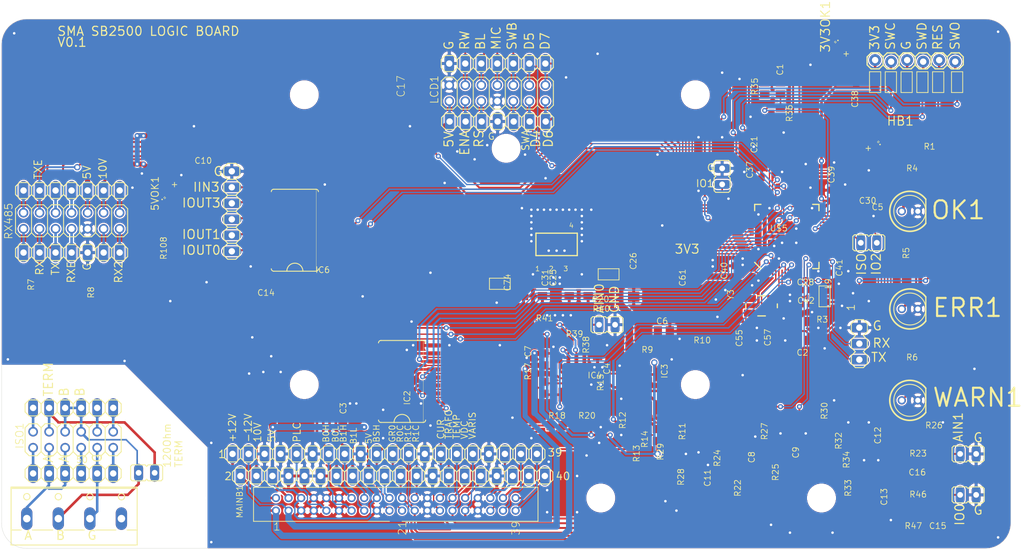
<source format=kicad_pcb>
(kicad_pcb (version 20171130) (host pcbnew "(5.1.12)-1")
  (layers (0 Top signal) (31 Bottom signal) (34 B.Paste user) (35 F.Paste user) (36 B.SilkS user) (37 F.SilkS user) (38 B.Mask user) (39 F.Mask user) (44 Edge.Cuts user))
  (net 0 "")
  (net 1 GND)
  (net 2 RS485_TX)
  (net 3 +3V3)
  (net 4 BRIDGE1_LIN)
  (net 5 +5V)
  (net 6 RESET)
  (net 7 SWDIO)
  (net 8 SWCLK)
  (net 9 SWO)
  (net 10 IO_IN0)
  (net 11 IO_OUT0)
  (net 12 HEARTBEAT_LED)
  (net 13 BRIDGE0_LIN)
  (net 14 RS485_RXENA)
  (net 15 RS485_TXENA)
  (net 16 LCD_SWB)
  (net 17 LCD_D5)
  (net 18 LCD_ENA)
  (net 19 LCD_RS)
  (net 20 LCD_BACKL)
  (net 21 LCD_D7)
  (net 22 LCD_D6)
  (net 23 LCD_RW)
  (net 24 LCD_SWA)
  (net 25 LCD_D4)
  (net 26 LED_YELLOW)
  (net 27 LED_RED)
  (net 28 LED_GREEN)
  (net 29 BRIDGES_SHUTDOWN)
  (net 30 GRIDRELAY_0)
  (net 31 GRIDRELAY_1)
  (net 32 +12V)
  (net 33 -12V)
  (net 34 VCC/2)
  (net 35 TRAFO)
  (net 36 CURSENS)
  (net 37 TEMPHEAT)
  (net 38 VDCBUS)
  (net 39 VARISTOR_SENSE)
  (net 40 RELAY1_CHECK)
  (net 41 RELAY0_CHECK)
  (net 42 LCD_MIC)
  (net 43 ADC_IN1)
  (net 44 RS485_RX)
  (net 45 ADC_IN0)
  (net 46 IO_OUT1)
  (net 47 BRIDGE1_HIN)
  (net 48 BRIDGE0_HIN)
  (net 49 /Microcontroller/IO_IN1)
  (net 50 "Net-(C21-Pad2)")
  (net 51 /Microcontroller/IO_IN2)
  (net 52 "Net-(C5-Pad1)")
  (net 53 "Net-(C30-Pad1)")
  (net 54 /Microcontroller/USART2_RX)
  (net 55 /Microcontroller/ISOLATION_SENSE)
  (net 56 /Microcontroller/USART2_TX)
  (net 57 "Net-(C28-Pad1)")
  (net 58 /Microcontroller/NC)
  (net 59 "Net-(C55-Pad1)")
  (net 60 /Microcontroller/NCNO3)
  (net 61 "Net-(C57-Pad1)")
  (net 62 "Net-(C20-Pad2)")
  (net 63 "Net-(C31-Pad2)")
  (net 64 "Net-(J1-Pad6)")
  (net 65 "Net-(J1-Pad5)")
  (net 66 "Net-(J1-Pad4)")
  (net 67 "Net-(J1-Pad3)")
  (net 68 "Net-(J1-Pad2)")
  (net 69 "Net-(J1-Pad1)")
  (net 70 /SB_HEADERS/N$63)
  (net 71 /SB_HEADERS/N$88)
  (net 72 /SB_HEADERS/N$62)
  (net 73 /SB_HEADERS/N$87)
  (net 74 /SB_HEADERS/SOMESIGNAL)
  (net 75 /SB_HEADERS/N$86)
  (net 76 /SB_HEADERS/ADC_UNKNOWN)
  (net 77 /SB_HEADERS/VARISTOR_SENSE_5V)
  (net 78 /SB_HEADERS/VDCBUS_5V)
  (net 79 /SB_HEADERS/TEMPHEAT_5V)
  (net 80 /SB_HEADERS/TRAFO_5V)
  (net 81 /SB_HEADERS/CURSENS_5V)
  (net 82 /SB_HEADERS/GRIDRELAY_1_5V)
  (net 83 /SB_HEADERS/RELAY1_CHECK_5V)
  (net 84 /SB_HEADERS/RELAY0_CHECK_5V)
  (net 85 /SB_HEADERS/GRIDRELAY_0_5V)
  (net 86 /SB_HEADERS/N$53)
  (net 87 /SB_HEADERS/BRIDGES_SHUTDOWN_5V)
  (net 88 /SB_HEADERS/BRIDGE1_LIN_5V)
  (net 89 /SB_HEADERS/BRIDGE1_HIN_5V)
  (net 90 /SB_HEADERS/BRIDGE0_LIN_5V)
  (net 91 /SB_HEADERS/BRIDGE0_HIN_5V)
  (net 92 /SB_HEADERS/AC_MODEM)
  (net 93 /SB_HEADERS/VSUP3)
  (net 94 "Net-(JP6-Pad1)")
  (net 95 /SB_HEADERS/N$30)
  (net 96 /SB_HEADERS/N$42)
  (net 97 /SB_HEADERS/N$29)
  (net 98 /SB_HEADERS/RS485_GND)
  (net 99 /SB_HEADERS/RS485_B)
  (net 100 /SB_HEADERS/50OHMTOGND)
  (net 101 /SB_HEADERS/RS485_A)
  (net 102 /SB_HEADERS/120OHMTOA)
  (net 103 /SB_HEADERS/N$25)
  (net 104 /SB_HEADERS/N$31)
  (net 105 /SB_HEADERS/NC4)
  (net 106 /SB_HEADERS/RX2)
  (net 107 /SB_HEADERS/NC3)
  (net 108 /SB_HEADERS/NC2)
  (net 109 /SB_HEADERS/NC1)
  (net 110 /SB_HEADERS/RS485_RX_5V)
  (net 111 /SB_HEADERS/NC5)
  (net 112 /SB_HEADERS/NC6)
  (net 113 /SB_HEADERS/LCD_MIC_5V)
  (net 114 "Net-(R6-Pad2)")
  (net 115 /SB_HEADERS/N$60)
  (net 116 "Net-(X1-Pad4)")
  (net 117 "Net-(C6-Pad1)")
  (net 118 "Net-(IC3-Pad3)")
  (net 119 "Net-(IC3-Pad2)")
  (net 120 "Net-(IC4-Pad5)")
  (net 121 "Net-(IC4-Pad6)")
  (net 122 "Net-(IC4-Pad3)")
  (net 123 "Net-(IC4-Pad2)")
  (net 124 /SB_HEADERS/ADC_IN0_5V)
  (net 125 /SB_HEADERS/IO_OUT3_5V)
  (net 126 /SB_HEADERS/IO_OUT0_5V)
  (net 127 /SB_HEADERS/IO_OUT1_5V)
  (net 128 /SB_HEADERS/IO_OUT2_5V)
  (net 129 /SB_HEADERS/IO_OUT3)
  (net 130 /SB_HEADERS/IO_OUT2)
  (net 131 /SB_HEADERS/IO_IN0_5V)
  (net 132 /SB_HEADERS/ADC_IN1_5V)
  (net 133 "Net-(5VOK1-PadC)")
  (net 134 "Net-(3V3OK1-PadC)")
  (net 135 "Net-(HB1-PadC)")
  (net 136 "Net-(OK1-PadA)")
  (net 137 "Net-(ERR1-PadA)")
  (module SB_LOGICBOARD_V01:TQFP64 (layer Top) (at 193.0011 97.5036)
    (fp_text reference U$5 (at -2.75 -0.75) (layer F.SilkS) (effects (font (size 0.95 0.95) (thickness 0.114)) (justify left bottom)))
    (fp_text value STM32F405RG)
    (pad 58 smd rect (at -5.75 0.75 270) (size 0.22 1) (layers Top F.Paste F.Mask) (net 2 RS485_TX))
    (pad 60 smd rect (at -5.75 1.75 270) (size 0.22 1) (layers Top F.Paste F.Mask) (net 1 GND))
    (pad 62 smd rect (at -5.75 2.75 270) (size 0.22 1) (layers Top F.Paste F.Mask) (net 14 RS485_RXENA))
    (pad 64 smd rect (at -5.75 3.75 270) (size 0.22 1) (layers Top F.Paste F.Mask) (net 3 +3V3))
    (pad 63 smd rect (at -5.75 3.25 270) (size 0.22 1) (layers Top F.Paste F.Mask) (net 1 GND))
    (pad 61 smd rect (at -5.75 2.25 270) (size 0.22 1) (layers Top F.Paste F.Mask) (net 17 LCD_D5))
    (pad 59 smd rect (at -5.75 1.25 270) (size 0.22 1) (layers Top F.Paste F.Mask) (net 44 RS485_RX))
    (pad 49 smd rect (at -5.75 -3.75 270) (size 0.22 1) (layers Top F.Paste F.Mask) (net 8 SWCLK))
    (pad 51 smd rect (at -5.75 -2.75 270) (size 0.22 1) (layers Top F.Paste F.Mask) (net 21 LCD_D7))
    (pad 53 smd rect (at -5.75 -1.75 270) (size 0.22 1) (layers Top F.Paste F.Mask) (net 25 LCD_D4))
    (pad 55 smd rect (at -5.75 -0.75 270) (size 0.22 1) (layers Top F.Paste F.Mask) (net 9 SWO))
    (pad 50 smd rect (at -5.75 -3.25 270) (size 0.22 1) (layers Top F.Paste F.Mask) (net 49 /Microcontroller/IO_IN1))
    (pad 52 smd rect (at -5.75 -2.25 270) (size 0.22 1) (layers Top F.Paste F.Mask) (net 22 LCD_D6))
    (pad 54 smd rect (at -5.75 -1.25 270) (size 0.22 1) (layers Top F.Paste F.Mask) (net 24 LCD_SWA))
    (pad 57 smd rect (at -5.75 0.25 270) (size 0.22 1) (layers Top F.Paste F.Mask) (net 18 LCD_ENA))
    (pad 56 smd rect (at -5.75 -0.25 270) (size 0.22 1) (layers Top F.Paste F.Mask) (net 19 LCD_RS))
    (pad 42 smd rect (at -0.75 -5.75 180) (size 0.22 1) (layers Top F.Paste F.Mask) (net 48 BRIDGE0_HIN))
    (pad 44 smd rect (at -1.75 -5.75 180) (size 0.22 1) (layers Top F.Paste F.Mask) (net 11 IO_OUT0))
    (pad 46 smd rect (at -2.75 -5.75 180) (size 0.22 1) (layers Top F.Paste F.Mask) (net 7 SWDIO))
    (pad 48 smd rect (at -3.75 -5.75 180) (size 0.22 1) (layers Top F.Paste F.Mask) (net 3 +3V3))
    (pad 47 smd rect (at -3.25 -5.75 180) (size 0.22 1) (layers Top F.Paste F.Mask) (net 50 "Net-(C21-Pad2)"))
    (pad 45 smd rect (at -2.25 -5.75 180) (size 0.22 1) (layers Top F.Paste F.Mask) (net 15 RS485_TXENA))
    (pad 43 smd rect (at -1.25 -5.75 180) (size 0.22 1) (layers Top F.Paste F.Mask) (net 47 BRIDGE1_HIN))
    (pad 33 smd rect (at 3.75 -5.75 180) (size 0.22 1) (layers Top F.Paste F.Mask) (net 28 LED_GREEN))
    (pad 35 smd rect (at 2.75 -5.75 180) (size 0.22 1) (layers Top F.Paste F.Mask) (net 13 BRIDGE0_LIN))
    (pad 37 smd rect (at 1.75 -5.75 180) (size 0.22 1) (layers Top F.Paste F.Mask) (net 12 HEARTBEAT_LED))
    (pad 39 smd rect (at 0.75 -5.75 180) (size 0.22 1) (layers Top F.Paste F.Mask) (net 20 LCD_BACKL))
    (pad 34 smd rect (at 3.25 -5.75 180) (size 0.22 1) (layers Top F.Paste F.Mask) (net 29 BRIDGES_SHUTDOWN))
    (pad 36 smd rect (at 2.25 -5.75 180) (size 0.22 1) (layers Top F.Paste F.Mask) (net 4 BRIDGE1_LIN))
    (pad 38 smd rect (at 1.25 -5.75 180) (size 0.22 1) (layers Top F.Paste F.Mask) (net 23 LCD_RW))
    (pad 41 smd rect (at -0.25 -5.75 180) (size 0.22 1) (layers Top F.Paste F.Mask) (net 46 IO_OUT1))
    (pad 40 smd rect (at 0.25 -5.75 180) (size 0.22 1) (layers Top F.Paste F.Mask) (net 16 LCD_SWB))
    (pad 26 smd rect (at 5.75 -0.75 90) (size 0.22 1) (layers Top F.Paste F.Mask) (net 51 /Microcontroller/IO_IN2))
    (pad 28 smd rect (at 5.75 -1.75 90) (size 0.22 1) (layers Top F.Paste F.Mask) (net 27 LED_RED))
    (pad 30 smd rect (at 5.75 -2.75 90) (size 0.22 1) (layers Top F.Paste F.Mask) (net 52 "Net-(C5-Pad1)"))
    (pad 32 smd rect (at 5.75 -3.75 90) (size 0.22 1) (layers Top F.Paste F.Mask) (net 3 +3V3))
    (pad 31 smd rect (at 5.75 -3.25 90) (size 0.22 1) (layers Top F.Paste F.Mask) (net 53 "Net-(C30-Pad1)"))
    (pad 29 smd rect (at 5.75 -2.25 90) (size 0.22 1) (layers Top F.Paste F.Mask) (net 26 LED_YELLOW))
    (pad 27 smd rect (at 5.75 -1.25 90) (size 0.22 1) (layers Top F.Paste F.Mask) (net 42 LCD_MIC))
    (pad 17 smd rect (at 5.75 3.75 90) (size 0.22 1) (layers Top F.Paste F.Mask) (net 54 /Microcontroller/USART2_RX))
    (pad 19 smd rect (at 5.75 2.75 90) (size 0.22 1) (layers Top F.Paste F.Mask) (net 3 +3V3))
    (pad 21 smd rect (at 5.75 1.75 90) (size 0.22 1) (layers Top F.Paste F.Mask) (net 40 RELAY1_CHECK))
    (pad 23 smd rect (at 5.75 0.75 90) (size 0.22 1) (layers Top F.Paste F.Mask) (net 10 IO_IN0))
    (pad 18 smd rect (at 5.75 3.25 90) (size 0.22 1) (layers Top F.Paste F.Mask) (net 1 GND))
    (pad 20 smd rect (at 5.75 2.25 90) (size 0.22 1) (layers Top F.Paste F.Mask) (net 38 VDCBUS))
    (pad 22 smd rect (at 5.75 1.25 90) (size 0.22 1) (layers Top F.Paste F.Mask) (net 41 RELAY0_CHECK))
    (pad 25 smd rect (at 5.75 -0.25 90) (size 0.22 1) (layers Top F.Paste F.Mask) (net 55 /Microcontroller/ISOLATION_SENSE))
    (pad 24 smd rect (at 5.75 0.25 90) (size 0.22 1) (layers Top F.Paste F.Mask) (net 43 ADC_IN1))
    (pad 10 smd rect (at 0.75 5.75) (size 0.22 1) (layers Top F.Paste F.Mask) (net 35 TRAFO))
    (pad 12 smd rect (at 1.75 5.75) (size 0.22 1) (layers Top F.Paste F.Mask) (net 1 GND))
    (pad 14 smd rect (at 2.75 5.75) (size 0.22 1) (layers Top F.Paste F.Mask) (net 39 VARISTOR_SENSE))
    (pad 16 smd rect (at 3.75 5.75) (size 0.22 1) (layers Top F.Paste F.Mask) (net 56 /Microcontroller/USART2_TX))
    (pad 15 smd rect (at 3.25 5.75) (size 0.22 1) (layers Top F.Paste F.Mask) (net 37 TEMPHEAT))
    (pad 13 smd rect (at 2.25 5.75) (size 0.22 1) (layers Top F.Paste F.Mask) (net 57 "Net-(C28-Pad1)"))
    (pad 11 smd rect (at 1.25 5.75) (size 0.22 1) (layers Top F.Paste F.Mask) (net 58 /Microcontroller/NC))
    (pad 1 smd rect (at -3.75 5.75) (size 0.22 1) (layers Top F.Paste F.Mask) (net 3 +3V3))
    (pad 3 smd rect (at -2.75 5.75) (size 0.22 1) (layers Top F.Paste F.Mask) (net 31 GRIDRELAY_1))
    (pad 5 smd rect (at -1.75 5.75) (size 0.22 1) (layers Top F.Paste F.Mask) (net 59 "Net-(C55-Pad1)"))
    (pad 7 smd rect (at -0.75 5.75) (size 0.22 1) (layers Top F.Paste F.Mask) (net 6 RESET))
    (pad 2 smd rect (at -3.25 5.75) (size 0.22 1) (layers Top F.Paste F.Mask) (net 60 /Microcontroller/NCNO3))
    (pad 4 smd rect (at -2.25 5.75) (size 0.22 1) (layers Top F.Paste F.Mask) (net 30 GRIDRELAY_0))
    (pad 6 smd rect (at -1.25 5.75) (size 0.22 1) (layers Top F.Paste F.Mask) (net 61 "Net-(C57-Pad1)"))
    (pad 9 smd rect (at 0.25 5.75) (size 0.22 1) (layers Top F.Paste F.Mask) (net 36 CURSENS))
    (pad 8 smd rect (at -0.25 5.75) (size 0.22 1) (layers Top F.Paste F.Mask) (net 45 ADC_IN0))
  )
  (module SB_LOGICBOARD_V01:C0805 (layer Top) (at 161.5011 106.0036 90)
    (fp_text reference C20 (at -2 0.5) (layer F.SilkS) (effects (font (size 0.95 0.95) (thickness 0.114)) (justify left bottom)))
    (fp_text value 100n)
    (pad 2 smd rect (at 0.95 0 90) (size 1.3 1.5) (layers Top F.Paste F.Mask) (net 62 "Net-(C20-Pad2)"))
    (pad 1 smd rect (at -0.95 0 90) (size 1.3 1.5) (layers Top F.Paste F.Mask) (net 1 GND))
  )
  (module SB_LOGICBOARD_V01:C0805 (layer Top) (at 158.5011 106.0036 90)
    (fp_text reference C25 (at 0.5 -2 90) (layer F.SilkS) (effects (font (size 0.95 0.95) (thickness 0.114)) (justify left bottom)))
    (fp_text value 100n)
    (pad 2 smd rect (at 0.95 0 90) (size 1.3 1.5) (layers Top F.Paste F.Mask) (net 62 "Net-(C20-Pad2)"))
    (pad 1 smd rect (at -0.95 0 90) (size 1.3 1.5) (layers Top F.Paste F.Mask) (net 1 GND))
  )
  (module SB_LOGICBOARD_V01:C1206 (layer Top) (at 168.7236 105.6386 90)
    (fp_text reference C26 (at 2.785 0.5 90) (layer F.SilkS) (effects (font (size 0.95 0.95) (thickness 0.114)) (justify left bottom)))
    (fp_text value 1206DD106KAT2A)
    (pad 2 smd rect (at 1.4 0 90) (size 1.6 1.8) (layers Top F.Paste F.Mask) (net 3 +3V3))
    (pad 1 smd rect (at -1.4 0 90) (size 1.6 1.8) (layers Top F.Paste F.Mask) (net 1 GND))
  )
  (module SB_LOGICBOARD_V01:C0805 (layer Top) (at 154.2511 106.0036 90)
    (fp_text reference C31 (at 0.5 1 90) (layer F.SilkS) (effects (font (size 0.95 0.95) (thickness 0.114)) (justify left bottom)))
    (fp_text value 100n)
    (pad 2 smd rect (at 0.95 0 90) (size 1.3 1.5) (layers Top F.Paste F.Mask) (net 63 "Net-(C31-Pad2)"))
    (pad 1 smd rect (at -0.95 0 90) (size 1.3 1.5) (layers Top F.Paste F.Mask) (net 1 GND))
  )
  (module SB_LOGICBOARD_V01:SML0805 (layer Top) (at 94.3511 91.3436 90)
    (fp_text reference 5VOK1 (at -2.16 -0.85 90) (layer F.SilkS) (effects (font (size 1.14 1.14) (thickness 0.1368)) (justify left bottom)))
    (fp_text value OSR50805C1E)
    (pad A smd rect (at 1.05 0 90) (size 1.2 1.2) (layers Top F.Paste F.Mask) (net 5 +5V))
    (pad C smd rect (at -1.05 0 90) (size 1.2 1.2) (layers Top F.Paste F.Mask) (net 133 "Net-(5VOK1-PadC)"))
  )
  (module SB_LOGICBOARD_V01:R0805 (layer Top) (at 94.3511 95.6736 90)
    (fp_text reference R108 (at -5.58 0.4 90) (layer F.SilkS) (effects (font (size 0.95 0.95) (thickness 0.114)) (justify left bottom)))
    (fp_text value 2k2/1%)
    (pad 2 smd rect (at 0.95 0 90) (size 1.3 1.5) (layers Top F.Paste F.Mask) (net 133 "Net-(5VOK1-PadC)"))
    (pad 1 smd rect (at -0.95 0 90) (size 1.3 1.5) (layers Top F.Paste F.Mask) (net 1 GND))
  )
  (module SB_LOGICBOARD_V01:SML0805 (layer Top) (at 200.7061 66.6586 270)
    (fp_text reference 3V3OK1 (at 1.75 0.75 90) (layer F.SilkS) (effects (font (size 1.425 1.425) (thickness 0.171)) (justify left bottom)))
    (fp_text value OSR50805C1E)
    (pad A smd rect (at 1.05 0 270) (size 1.2 1.2) (layers Top F.Paste F.Mask) (net 3 +3V3))
    (pad C smd rect (at -1.05 0 270) (size 1.2 1.2) (layers Top F.Paste F.Mask) (net 134 "Net-(3V3OK1-PadC)"))
  )
  (module SB_LOGICBOARD_V01:R0805 (layer Top) (at 195.5011 66.7536 90)
    (fp_text reference R109 hide)
    (fp_text value 2k2/1%)
    (pad 2 smd rect (at 0.95 0 90) (size 1.3 1.5) (layers Top F.Paste F.Mask) (net 134 "Net-(3V3OK1-PadC)"))
    (pad 1 smd rect (at -0.95 0 90) (size 1.3 1.5) (layers Top F.Paste F.Mask) (net 1 GND))
  )
  (module SB_LOGICBOARD_V01:C0805 (layer Top) (at 151.2511 106.0036 270)
    (fp_text reference C74 (at 0.25 2 90) (layer F.SilkS) (effects (font (size 0.95 0.95) (thickness 0.114)) (justify left bottom)))
    (fp_text value 100n)
    (pad 2 smd rect (at 0.95 0 270) (size 1.3 1.5) (layers Top F.Paste F.Mask) (net 1 GND))
    (pad 1 smd rect (at -0.95 0 270) (size 1.3 1.5) (layers Top F.Paste F.Mask) (net 63 "Net-(C31-Pad2)"))
  )
  (module SB_LOGICBOARD_V01:B2,54 (layer Top) (at 172.8261 103.3536 90)
    (fp_text reference 3V3 (at 3.024 2.295) (layer F.SilkS) (effects (font (size 1.425 1.425) (thickness 0.171)) (justify left bottom)))
    (fp_text value NC)
    (pad TP smd roundrect (at 0 0 90) (size 2.54 2.54) (layers Top F.Mask) (roundrect_rratio 0.5) (net 3 +3V3))
  )
  (module SB_LOGICBOARD_V01:C0603 (layer Top) (at 189.0011 89.0036 270)
    (fp_text reference C21 (at -4.635 0.615 90) (layer F.SilkS) (effects (font (size 0.95 0.95) (thickness 0.114)) (justify left bottom)))
    (fp_text value 2.2uf/6.3v/x7r)
    (pad 2 smd rect (at 0.85 0 270) (size 1.1 1) (layers Top F.Paste F.Mask) (net 50 "Net-(C21-Pad2)"))
    (pad 1 smd rect (at -0.85 0 270) (size 1.1 1) (layers Top F.Paste F.Mask) (net 1 GND))
  )
  (module SB_LOGICBOARD_V01:C0603 (layer Top) (at 203.0011 92.0036)
    (fp_text reference C30 (at 1.365 0.365) (layer F.SilkS) (effects (font (size 0.95 0.95) (thickness 0.114)) (justify left bottom)))
    (fp_text value 2.2uf/6.3v/x7r)
    (pad 2 smd rect (at 0.85 0) (size 1.1 1) (layers Top F.Paste F.Mask) (net 1 GND))
    (pad 1 smd rect (at -0.85 0) (size 1.1 1) (layers Top F.Paste F.Mask) (net 53 "Net-(C30-Pad1)"))
  )
  (module SB_LOGICBOARD_V01:C0805 (layer Top) (at 186.5011 113.0036 270)
    (fp_text reference C55 (at 2.075 0.48 90) (layer F.SilkS) (effects (font (size 0.95 0.95) (thickness 0.114)) (justify left bottom)))
    (fp_text value 22pf)
    (pad 2 smd rect (at 0.95 0 270) (size 1.3 1.5) (layers Top F.Paste F.Mask) (net 1 GND))
    (pad 1 smd rect (at -0.95 0 270) (size 1.3 1.5) (layers Top F.Paste F.Mask) (net 59 "Net-(C55-Pad1)"))
  )
  (module SB_LOGICBOARD_V01:C0805 (layer Top) (at 191.0011 113.0036 270)
    (fp_text reference C57 (at 1.98 0.48 90) (layer F.SilkS) (effects (font (size 0.95 0.95) (thickness 0.114)) (justify left bottom)))
    (fp_text value 22pf)
    (pad 2 smd rect (at 0.95 0 270) (size 1.3 1.5) (layers Top F.Paste F.Mask) (net 1 GND))
    (pad 1 smd rect (at -0.95 0 270) (size 1.3 1.5) (layers Top F.Paste F.Mask) (net 61 "Net-(C57-Pad1)"))
  )
  (module SB_LOGICBOARD_V01:CRYSTAL-SMD-5X3 (layer Top) (at 189.0011 108.5036)
    (fp_text reference Y3 (at -4.345 -0.8175 90) (layer F.SilkS) (effects (font (size 0.95 0.95) (thickness 0.114)) (justify left bottom)))
    (fp_text value 8.00M-CFPX104)
    (pad 2 smd rect (at 1.85 1.15) (size 1.9 1.1) (layers Top F.Paste F.Mask))
    (pad 4 smd rect (at -1.85 -1.15) (size 1.9 1.1) (layers Top F.Paste F.Mask))
    (pad 3 smd rect (at 1.85 -1.15) (size 1.9 1.1) (layers Top F.Paste F.Mask) (net 61 "Net-(C57-Pad1)"))
    (pad 1 smd rect (at -1.85 1.15) (size 1.9 1.1) (layers Top F.Paste F.Mask) (net 59 "Net-(C55-Pad1)"))
  )
  (module SB_LOGICBOARD_V01:C0603 (layer Top) (at 186.8211 90.2486 90)
    (fp_text reference C37 (at 1.865 0.865 90) (layer F.SilkS) (effects (font (size 0.95 0.95) (thickness 0.114)) (justify left bottom)))
    (fp_text value 2.2uf/6.3v/x7r)
    (pad 2 smd rect (at 0.85 0 90) (size 1.1 1) (layers Top F.Paste F.Mask) (net 1 GND))
    (pad 1 smd rect (at -0.85 0 90) (size 1.1 1) (layers Top F.Paste F.Mask) (net 3 +3V3))
  )
  (module SB_LOGICBOARD_V01:C0603 (layer Top) (at 204.0011 72.5036 90)
    (fp_text reference C38 (at -4.635 0.365 90) (layer F.SilkS) (effects (font (size 0.95 0.95) (thickness 0.114)) (justify left bottom)))
    (fp_text value 2.2uf/6.3v/x7r)
    (pad 2 smd rect (at 0.85 0 90) (size 1.1 1) (layers Top F.Paste F.Mask) (net 1 GND))
    (pad 1 smd rect (at -0.85 0 90) (size 1.1 1) (layers Top F.Paste F.Mask) (net 3 +3V3))
  )
  (module SB_LOGICBOARD_V01:C0603 (layer Top) (at 200.0011 91.0036 90)
    (fp_text reference C39 (at 1.865 0.615 90) (layer F.SilkS) (effects (font (size 0.95 0.95) (thickness 0.114)) (justify left bottom)))
    (fp_text value 2.2uf/6.3v/x7r)
    (pad 2 smd rect (at 0.85 0 90) (size 1.1 1) (layers Top F.Paste F.Mask) (net 1 GND))
    (pad 1 smd rect (at -0.85 0 90) (size 1.1 1) (layers Top F.Paste F.Mask) (net 3 +3V3))
  )
  (module SB_LOGICBOARD_V01:C0603 (layer Top) (at 184.7511 103.0036 90)
    (fp_text reference C40 (at -1.385 -1.135 90) (layer F.SilkS) (effects (font (size 0.95 0.95) (thickness 0.114)) (justify left bottom)))
    (fp_text value 2.2uf/6.3v/x7r)
    (pad 2 smd rect (at 0.85 0 90) (size 1.1 1) (layers Top F.Paste F.Mask) (net 1 GND))
    (pad 1 smd rect (at -0.85 0 90) (size 1.1 1) (layers Top F.Paste F.Mask) (net 3 +3V3))
  )
  (module SB_LOGICBOARD_V01:C0603 (layer Top) (at 200.5011 103.2536 180)
    (fp_text reference C41 (at -1.385 -0.6625 90) (layer F.SilkS) (effects (font (size 0.95 0.95) (thickness 0.114)) (justify left bottom)))
    (fp_text value 2.2uf/6.3v/x7r)
    (pad 2 smd rect (at 0.85 0 180) (size 1.1 1) (layers Top F.Paste F.Mask) (net 1 GND))
    (pad 1 smd rect (at -0.85 0 180) (size 1.1 1) (layers Top F.Paste F.Mask) (net 3 +3V3))
  )
  (module SB_LOGICBOARD_V01:L0805 (layer Top) (at 147.5011 105.0036)
    (fp_text reference L26 hide)
    (fp_text value LCBB-601)
    (pad 2 smd roundrect (at 0.889 0) (size 1.016 1.397) (layers Top F.Paste F.Mask) (roundrect_rratio 0.125) (net 63 "Net-(C31-Pad2)"))
    (pad 1 smd roundrect (at -0.889 0) (size 1.016 1.397) (layers Top F.Paste F.Mask) (roundrect_rratio 0.125) (net 5 +5V))
  )
  (module SB_LOGICBOARD_V01:L0805 (layer Top) (at 164.7511 103.5036)
    (fp_text reference L27 hide)
    (fp_text value LCBB-601)
    (pad 2 smd roundrect (at 0.889 0) (size 1.016 1.397) (layers Top F.Paste F.Mask) (roundrect_rratio 0.125) (net 3 +3V3))
    (pad 1 smd roundrect (at -0.889 0) (size 1.016 1.397) (layers Top F.Paste F.Mask) (roundrect_rratio 0.125) (net 62 "Net-(C20-Pad2)"))
  )
  (module SB_LOGICBOARD_V01:C0603 (layer Top) (at 203.0011 94.0036)
    (fp_text reference C5 (at 3.385 -0.615) (layer F.SilkS) (effects (font (size 0.95 0.95) (thickness 0.114)) (justify left bottom)))
    (fp_text value NC)
    (pad 2 smd rect (at 0.85 0) (size 1.1 1) (layers Top F.Paste F.Mask) (net 1 GND))
    (pad 1 smd rect (at -0.85 0) (size 1.1 1) (layers Top F.Paste F.Mask) (net 52 "Net-(C5-Pad1)"))
  )
  (module SB_LOGICBOARD_V01:L0805 (layer Top) (at 199.0011 107.0036 270)
    (fp_text reference L9 (at -1.095 -1.123 90) (layer F.SilkS) (effects (font (size 0.95 0.95) (thickness 0.114)) (justify left bottom)))
    (fp_text value LCBB-601)
    (pad 2 smd roundrect (at 0.889 0 270) (size 1.016 1.397) (layers Top F.Paste F.Mask) (roundrect_rratio 0.125) (net 3 +3V3))
    (pad 1 smd roundrect (at -0.889 0 270) (size 1.016 1.397) (layers Top F.Paste F.Mask) (roundrect_rratio 0.125) (net 57 "Net-(C28-Pad1)"))
  )
  (module SB_LOGICBOARD_V01:C0603 (layer Top) (at 196.0011 106.0036 180)
    (fp_text reference C28 (at 1.5 0.69) (layer F.SilkS) (effects (font (size 0.95 0.95) (thickness 0.114)) (justify left bottom)))
    (fp_text value 2.2uf/6.3v/x7r)
    (pad 2 smd rect (at 0.85 0 180) (size 1.1 1) (layers Top F.Paste F.Mask) (net 1 GND))
    (pad 1 smd rect (at -0.85 0 180) (size 1.1 1) (layers Top F.Paste F.Mask) (net 57 "Net-(C28-Pad1)"))
  )
  (module SB_LOGICBOARD_V01:C0603 (layer Top) (at 196.0011 108.2536 180)
    (fp_text reference C42 (at 1.42 0.02) (layer F.SilkS) (effects (font (size 0.95 0.95) (thickness 0.114)) (justify left bottom)))
    (fp_text value 2.2uf/6.3v/x7r)
    (pad 2 smd rect (at 0.85 0 180) (size 1.1 1) (layers Top F.Paste F.Mask) (net 1 GND))
    (pad 1 smd rect (at -0.85 0 180) (size 1.1 1) (layers Top F.Paste F.Mask) (net 57 "Net-(C28-Pad1)"))
  )
  (module SB_LOGICBOARD_V01:SOT223 (layer Top) (at 156.5011 98.7536)
    (fp_text reference IC1 hide)
    (fp_text value MCP1826S-3302ED)
    (fp_text user 2 (at -1.2906 4.3274) (layer F.SilkS) (effects (font (size 0.77216 0.77216) (thickness 0.097536)) (justify left bottom)))
    (fp_text user 1 (at -3.4526 4.318) (layer F.SilkS) (effects (font (size 0.77216 0.77216) (thickness 0.097536)) (justify left bottom)))
    (fp_text user 4 (at 1.905 -2.54) (layer F.SilkS) (effects (font (size 0.77216 0.77216) (thickness 0.097536)) (justify left bottom)))
    (fp_text user 3 (at 1.0208 4.318) (layer F.SilkS) (effects (font (size 0.77216 0.77216) (thickness 0.097536)) (justify left bottom)))
    (pad 4 smd rect (at 0 -3.099) (size 3.6 2.2) (layers Top F.Paste F.Mask))
    (pad 3 smd rect (at 2.3114 3.0988) (size 1.2192 2.2352) (layers Top F.Paste F.Mask) (net 62 "Net-(C20-Pad2)"))
    (pad 2 smd rect (at 0 3.0988) (size 1.2192 2.2352) (layers Top F.Paste F.Mask) (net 1 GND))
    (pad 1 smd rect (at -2.3114 3.0988) (size 1.2192 2.2352) (layers Top F.Paste F.Mask) (net 63 "Net-(C31-Pad2)"))
  )
  (module SB_LOGICBOARD_V01:C0805 (layer Top) (at 177.5011 103.5036 270)
    (fp_text reference C61 (at 1.98 0.48 90) (layer F.SilkS) (effects (font (size 0.95 0.95) (thickness 0.114)) (justify left bottom)))
    (fp_text value 100n)
    (pad 2 smd rect (at 0.95 0 270) (size 1.3 1.5) (layers Top F.Paste F.Mask) (net 3 +3V3))
    (pad 1 smd rect (at -0.95 0 270) (size 1.3 1.5) (layers Top F.Paste F.Mask) (net 1 GND))
  )
  (module SB_LOGICBOARD_V01:1X06_LOCK (layer Top) (at 207.0011 69.5036)
    (fp_text reference J1 hide)
    (fp_text value ZL201-06G)
    (pad 6 thru_hole circle (at 12.7 0.254) (size 1.8796 1.8796) (drill 1.016) (layers *.Cu *.Mask) (net 64 "Net-(J1-Pad6)"))
    (pad 5 thru_hole circle (at 10.16 0) (size 1.8796 1.8796) (drill 1.016) (layers *.Cu *.Mask) (net 65 "Net-(J1-Pad5)"))
    (pad 4 thru_hole circle (at 7.62 0.254) (size 1.8796 1.8796) (drill 1.016) (layers *.Cu *.Mask) (net 66 "Net-(J1-Pad4)"))
    (pad 3 thru_hole circle (at 5.08 0) (size 1.8796 1.8796) (drill 1.016) (layers *.Cu *.Mask) (net 67 "Net-(J1-Pad3)"))
    (pad 2 thru_hole circle (at 2.54 0.254) (size 1.8796 1.8796) (drill 1.016) (layers *.Cu *.Mask) (net 68 "Net-(J1-Pad2)"))
    (pad 1 thru_hole circle (at 0 0) (size 1.8796 1.8796) (drill 1.016) (layers *.Cu *.Mask) (net 69 "Net-(J1-Pad1)"))
  )
  (module SB_LOGICBOARD_V01:L0805 (layer Top) (at 220.0011 73.0036 90)
    (fp_text reference L1 hide)
    (fp_text value LCBB-601)
    (pad 2 smd roundrect (at 0.889 0 90) (size 1.016 1.397) (layers Top F.Paste F.Mask) (roundrect_rratio 0.125) (net 64 "Net-(J1-Pad6)"))
    (pad 1 smd roundrect (at -0.889 0 90) (size 1.016 1.397) (layers Top F.Paste F.Mask) (roundrect_rratio 0.125) (net 9 SWO))
  )
  (module SB_LOGICBOARD_V01:L0805 (layer Top) (at 217.0011 73.0036 90)
    (fp_text reference L2 hide)
    (fp_text value LCBB-601)
    (pad 2 smd roundrect (at 0.889 0 90) (size 1.016 1.397) (layers Top F.Paste F.Mask) (roundrect_rratio 0.125) (net 65 "Net-(J1-Pad5)"))
    (pad 1 smd roundrect (at -0.889 0 90) (size 1.016 1.397) (layers Top F.Paste F.Mask) (roundrect_rratio 0.125) (net 6 RESET))
  )
  (module SB_LOGICBOARD_V01:L0805 (layer Top) (at 214.5011 73.0036 90)
    (fp_text reference L3 hide)
    (fp_text value LCBB-601)
    (pad 2 smd roundrect (at 0.889 0 90) (size 1.016 1.397) (layers Top F.Paste F.Mask) (roundrect_rratio 0.125) (net 66 "Net-(J1-Pad4)"))
    (pad 1 smd roundrect (at -0.889 0 90) (size 1.016 1.397) (layers Top F.Paste F.Mask) (roundrect_rratio 0.125) (net 7 SWDIO))
  )
  (module SB_LOGICBOARD_V01:L0805 (layer Top) (at 212.0011 73.0036 90)
    (fp_text reference L6 hide)
    (fp_text value LCBB-601)
    (pad 2 smd roundrect (at 0.889 0 90) (size 1.016 1.397) (layers Top F.Paste F.Mask) (roundrect_rratio 0.125) (net 67 "Net-(J1-Pad3)"))
    (pad 1 smd roundrect (at -0.889 0 90) (size 1.016 1.397) (layers Top F.Paste F.Mask) (roundrect_rratio 0.125) (net 1 GND))
  )
  (module SB_LOGICBOARD_V01:L0805 (layer Top) (at 209.5011 73.0036 90)
    (fp_text reference L7 hide)
    (fp_text value LCBB-601)
    (pad 2 smd roundrect (at 0.889 0 90) (size 1.016 1.397) (layers Top F.Paste F.Mask) (roundrect_rratio 0.125) (net 68 "Net-(J1-Pad2)"))
    (pad 1 smd roundrect (at -0.889 0 90) (size 1.016 1.397) (layers Top F.Paste F.Mask) (roundrect_rratio 0.125) (net 8 SWCLK))
  )
  (module SB_LOGICBOARD_V01:L0805 (layer Top) (at 207.0011 73.0036 90)
    (fp_text reference L8 hide)
    (fp_text value LCBB-601)
    (pad 2 smd roundrect (at 0.889 0 90) (size 1.016 1.397) (layers Top F.Paste F.Mask) (roundrect_rratio 0.125) (net 69 "Net-(J1-Pad1)"))
    (pad 1 smd roundrect (at -0.889 0 90) (size 1.016 1.397) (layers Top F.Paste F.Mask) (roundrect_rratio 0.125) (net 3 +3V3))
  )
  (module SB_LOGICBOARD_V01:R0805 (layer Top) (at 213.5011 82.5036 180)
    (fp_text reference R1 (at -1.135 -1.27) (layer F.SilkS) (effects (font (size 0.95 0.95) (thickness 0.114)) (justify left bottom)))
    (fp_text value 330)
    (pad 2 smd rect (at 0.95 0 180) (size 1.3 1.5) (layers Top F.Paste F.Mask) (net 135 "Net-(HB1-PadC)"))
    (pad 1 smd rect (at -0.95 0 180) (size 1.3 1.5) (layers Top F.Paste F.Mask) (net 1 GND))
  )
  (module SB_LOGICBOARD_V01:SML0805 (layer Top) (at 207.5011 82.5036 180)
    (fp_text reference HB1 (at -1.25 2.5) (layer F.SilkS) (effects (font (size 1.425 1.425) (thickness 0.171)) (justify left bottom)))
    (fp_text value OSR50805C1E)
    (pad A smd rect (at 1.05 0 180) (size 1.2 1.2) (layers Top F.Paste F.Mask) (net 12 HEARTBEAT_LED))
    (pad C smd rect (at -1.05 0 180) (size 1.2 1.2) (layers Top F.Paste F.Mask) (net 135 "Net-(HB1-PadC)"))
  )
  (module SB_LOGICBOARD_V01:C0805 (layer Top) (at 195.5011 114.0036)
    (fp_text reference C2 (at -1.02 2.48) (layer F.SilkS) (effects (font (size 0.95 0.95) (thickness 0.114)) (justify left bottom)))
    (fp_text value 100n)
    (pad 2 smd rect (at 0.95 0) (size 1.3 1.5) (layers Top F.Paste F.Mask) (net 6 RESET))
    (pad 1 smd rect (at -0.95 0) (size 1.3 1.5) (layers Top F.Paste F.Mask) (net 1 GND))
  )
  (module SB_LOGICBOARD_V01:R0805 (layer Top) (at 195.5011 111.0036)
    (fp_text reference R3 (at 2.115 0.23) (layer F.SilkS) (effects (font (size 0.95 0.95) (thickness 0.114)) (justify left bottom)))
    (fp_text value 10k)
    (pad 2 smd rect (at 0.95 0) (size 1.3 1.5) (layers Top F.Paste F.Mask) (net 3 +3V3))
    (pad 1 smd rect (at -0.95 0) (size 1.3 1.5) (layers Top F.Paste F.Mask) (net 6 RESET))
  )
  (module SB_LOGICBOARD_V01:2X20_2MM (layer Top) (at 112.0011 141.0036)
    (fp_text reference MAINB1 (at -5.195 1.27 90) (layer F.SilkS) (effects (font (size 0.95 0.95) (thickness 0.114)) (justify left bottom)))
    (fp_text value PINHD-2X20_2MM)
    (pad 40 thru_hole circle (at 38 -2) (size 1.308 1.308) (drill 0.8) (layers *.Cu *.Mask) (net 70 /SB_HEADERS/N$63))
    (pad 39 thru_hole circle (at 38 0) (size 1.308 1.308) (drill 0.8) (layers *.Cu *.Mask) (net 71 /SB_HEADERS/N$88))
    (pad 38 thru_hole circle (at 36 -2) (size 1.308 1.308) (drill 0.8) (layers *.Cu *.Mask) (net 72 /SB_HEADERS/N$62))
    (pad 37 thru_hole circle (at 36 0) (size 1.308 1.308) (drill 0.8) (layers *.Cu *.Mask) (net 73 /SB_HEADERS/N$87))
    (pad 36 thru_hole circle (at 34 -2) (size 1.308 1.308) (drill 0.8) (layers *.Cu *.Mask) (net 74 /SB_HEADERS/SOMESIGNAL))
    (pad 35 thru_hole circle (at 34 0) (size 1.308 1.308) (drill 0.8) (layers *.Cu *.Mask) (net 75 /SB_HEADERS/N$86))
    (pad 34 thru_hole circle (at 32 -2) (size 1.308 1.308) (drill 0.8) (layers *.Cu *.Mask) (net 1 GND))
    (pad 33 thru_hole circle (at 32 0) (size 1.308 1.308) (drill 0.8) (layers *.Cu *.Mask) (net 1 GND))
    (pad 32 thru_hole circle (at 30 -2) (size 1.308 1.308) (drill 0.8) (layers *.Cu *.Mask) (net 76 /SB_HEADERS/ADC_UNKNOWN))
    (pad 31 thru_hole circle (at 30 0) (size 1.308 1.308) (drill 0.8) (layers *.Cu *.Mask) (net 77 /SB_HEADERS/VARISTOR_SENSE_5V))
    (pad 30 thru_hole circle (at 28 -2) (size 1.308 1.308) (drill 0.8) (layers *.Cu *.Mask) (net 78 /SB_HEADERS/VDCBUS_5V))
    (pad 29 thru_hole circle (at 28 0) (size 1.308 1.308) (drill 0.8) (layers *.Cu *.Mask) (net 79 /SB_HEADERS/TEMPHEAT_5V))
    (pad 28 thru_hole circle (at 26 -2) (size 1.308 1.308) (drill 0.8) (layers *.Cu *.Mask) (net 80 /SB_HEADERS/TRAFO_5V))
    (pad 27 thru_hole circle (at 26 0) (size 1.308 1.308) (drill 0.8) (layers *.Cu *.Mask) (net 81 /SB_HEADERS/CURSENS_5V))
    (pad 26 thru_hole circle (at 24 -2) (size 1.308 1.308) (drill 0.8) (layers *.Cu *.Mask) (net 1 GND))
    (pad 25 thru_hole circle (at 24 0) (size 1.308 1.308) (drill 0.8) (layers *.Cu *.Mask) (net 1 GND))
    (pad 24 thru_hole circle (at 22 -2) (size 1.308 1.308) (drill 0.8) (layers *.Cu *.Mask) (net 82 /SB_HEADERS/GRIDRELAY_1_5V))
    (pad 23 thru_hole circle (at 22 0) (size 1.308 1.308) (drill 0.8) (layers *.Cu *.Mask) (net 83 /SB_HEADERS/RELAY1_CHECK_5V))
    (pad 22 thru_hole circle (at 20 -2) (size 1.308 1.308) (drill 0.8) (layers *.Cu *.Mask) (net 84 /SB_HEADERS/RELAY0_CHECK_5V))
    (pad 21 thru_hole circle (at 20 0) (size 1.308 1.308) (drill 0.8) (layers *.Cu *.Mask) (net 85 /SB_HEADERS/GRIDRELAY_0_5V))
    (pad 20 thru_hole circle (at 18 -2) (size 1.308 1.308) (drill 0.8) (layers *.Cu *.Mask) (net 86 /SB_HEADERS/N$53))
    (pad 19 thru_hole circle (at 18 0) (size 1.308 1.308) (drill 0.8) (layers *.Cu *.Mask) (net 87 /SB_HEADERS/BRIDGES_SHUTDOWN_5V))
    (pad 18 thru_hole circle (at 16 -2) (size 1.308 1.308) (drill 0.8) (layers *.Cu *.Mask) (net 5 +5V))
    (pad 17 thru_hole circle (at 16 0) (size 1.308 1.308) (drill 0.8) (layers *.Cu *.Mask) (net 1 GND))
    (pad 16 thru_hole circle (at 14 -2) (size 1.308 1.308) (drill 0.8) (layers *.Cu *.Mask) (net 88 /SB_HEADERS/BRIDGE1_LIN_5V))
    (pad 15 thru_hole circle (at 14 0) (size 1.308 1.308) (drill 0.8) (layers *.Cu *.Mask) (net 89 /SB_HEADERS/BRIDGE1_HIN_5V))
    (pad 14 thru_hole circle (at 12 -2) (size 1.308 1.308) (drill 0.8) (layers *.Cu *.Mask) (net 90 /SB_HEADERS/BRIDGE0_LIN_5V))
    (pad 13 thru_hole circle (at 12 0) (size 1.308 1.308) (drill 0.8) (layers *.Cu *.Mask) (net 91 /SB_HEADERS/BRIDGE0_HIN_5V))
    (pad 12 thru_hole circle (at 10 -2) (size 1.308 1.308) (drill 0.8) (layers *.Cu *.Mask) (net 1 GND))
    (pad 11 thru_hole circle (at 10 0) (size 1.308 1.308) (drill 0.8) (layers *.Cu *.Mask) (net 1 GND))
    (pad 10 thru_hole circle (at 8 -2) (size 1.308 1.308) (drill 0.8) (layers *.Cu *.Mask) (net 1 GND))
    (pad 9 thru_hole circle (at 8 0) (size 1.308 1.308) (drill 0.8) (layers *.Cu *.Mask) (net 92 /SB_HEADERS/AC_MODEM))
    (pad 8 thru_hole circle (at 6 -2) (size 1.308 1.308) (drill 0.8) (layers *.Cu *.Mask) (net 1 GND))
    (pad 7 thru_hole circle (at 6 0) (size 1.308 1.308) (drill 0.8) (layers *.Cu *.Mask) (net 1 GND))
    (pad 6 thru_hole circle (at 4 -2) (size 1.308 1.308) (drill 0.8) (layers *.Cu *.Mask) (net 5 +5V))
    (pad 5 thru_hole circle (at 4 0) (size 1.308 1.308) (drill 0.8) (layers *.Cu *.Mask) (net 1 GND))
    (pad 4 thru_hole circle (at 2 -2) (size 1.308 1.308) (drill 0.8) (layers *.Cu *.Mask) (net 93 /SB_HEADERS/VSUP3))
    (pad 3 thru_hole circle (at 2 0) (size 1.308 1.308) (drill 0.8) (layers *.Cu *.Mask) (net 33 -12V))
    (pad 2 thru_hole circle (at 0 -2) (size 1.308 1.308) (drill 0.8) (layers *.Cu *.Mask) (net 94 "Net-(JP6-Pad1)"))
    (pad 1 thru_hole circle (at 0 0) (size 1.308 1.308) (drill 0.8) (layers *.Cu *.Mask) (net 32 +12V))
  )
  (module SB_LOGICBOARD_V01:2X06 (layer Top) (at 79.8511 129.7536)
    (fp_text reference ISO1 (at -7.775 1.52 90) (layer F.SilkS) (effects (font (size 1.2065 1.2065) (thickness 0.12065)) (justify left bottom)))
    (fp_text value PINHD-2X6)
    (pad 12 thru_hole circle (at 6.35 -1.27) (size 1.524 1.524) (drill 1.016) (layers *.Cu *.Mask) (net 95 /SB_HEADERS/N$30))
    (pad 11 thru_hole circle (at 6.35 1.27) (size 1.524 1.524) (drill 1.016) (layers *.Cu *.Mask) (net 96 /SB_HEADERS/N$42))
    (pad 10 thru_hole circle (at 3.81 -1.27) (size 1.524 1.524) (drill 1.016) (layers *.Cu *.Mask) (net 97 /SB_HEADERS/N$29))
    (pad 9 thru_hole circle (at 3.81 1.27) (size 1.524 1.524) (drill 1.016) (layers *.Cu *.Mask) (net 98 /SB_HEADERS/RS485_GND))
    (pad 8 thru_hole circle (at 1.27 -1.27) (size 1.524 1.524) (drill 1.016) (layers *.Cu *.Mask) (net 99 /SB_HEADERS/RS485_B))
    (pad 7 thru_hole circle (at 1.27 1.27) (size 1.524 1.524) (drill 1.016) (layers *.Cu *.Mask) (net 100 /SB_HEADERS/50OHMTOGND))
    (pad 6 thru_hole circle (at -1.27 -1.27) (size 1.524 1.524) (drill 1.016) (layers *.Cu *.Mask) (net 99 /SB_HEADERS/RS485_B))
    (pad 5 thru_hole circle (at -1.27 1.27) (size 1.524 1.524) (drill 1.016) (layers *.Cu *.Mask) (net 101 /SB_HEADERS/RS485_A))
    (pad 4 thru_hole circle (at -3.81 -1.27) (size 1.524 1.524) (drill 1.016) (layers *.Cu *.Mask) (net 102 /SB_HEADERS/120OHMTOA))
    (pad 3 thru_hole circle (at -3.81 1.27) (size 1.524 1.524) (drill 1.016) (layers *.Cu *.Mask) (net 101 /SB_HEADERS/RS485_A))
    (pad 2 thru_hole circle (at -6.35 -1.27) (size 1.524 1.524) (drill 1.016) (layers *.Cu *.Mask) (net 103 /SB_HEADERS/N$25))
    (pad 1 thru_hole circle (at -6.35 1.27) (size 1.524 1.524) (drill 1.016) (layers *.Cu *.Mask) (net 104 /SB_HEADERS/N$31))
  )
  (module SB_LOGICBOARD_V01:2X07 (layer Top) (at 79.6011 95.0036)
    (fp_text reference RX485 (at -9.275 3.04 90) (layer F.SilkS) (effects (font (size 1.2065 1.2065) (thickness 0.12065)) (justify left bottom)))
    (fp_text value PINHD-2X7)
    (pad 14 thru_hole circle (at 7.62 -1.27) (size 1.524 1.524) (drill 1.016) (layers *.Cu *.Mask) (net 105 /SB_HEADERS/NC4))
    (pad 13 thru_hole circle (at 7.62 1.27) (size 1.524 1.524) (drill 1.016) (layers *.Cu *.Mask) (net 106 /SB_HEADERS/RX2))
    (pad 12 thru_hole circle (at 5.08 -1.27) (size 1.524 1.524) (drill 1.016) (layers *.Cu *.Mask) (net 93 /SB_HEADERS/VSUP3))
    (pad 11 thru_hole circle (at 5.08 1.27) (size 1.524 1.524) (drill 1.016) (layers *.Cu *.Mask) (net 107 /SB_HEADERS/NC3))
    (pad 10 thru_hole circle (at 2.54 -1.27) (size 1.524 1.524) (drill 1.016) (layers *.Cu *.Mask) (net 5 +5V))
    (pad 9 thru_hole circle (at 2.54 1.27) (size 1.524 1.524) (drill 1.016) (layers *.Cu *.Mask) (net 1 GND))
    (pad 8 thru_hole circle (at 0 -1.27) (size 1.524 1.524) (drill 1.016) (layers *.Cu *.Mask) (net 108 /SB_HEADERS/NC2))
    (pad 7 thru_hole circle (at 0 1.27) (size 1.524 1.524) (drill 1.016) (layers *.Cu *.Mask) (net 14 RS485_RXENA))
    (pad 6 thru_hole circle (at -2.54 -1.27) (size 1.524 1.524) (drill 1.016) (layers *.Cu *.Mask) (net 109 /SB_HEADERS/NC1))
    (pad 5 thru_hole circle (at -2.54 1.27) (size 1.524 1.524) (drill 1.016) (layers *.Cu *.Mask) (net 2 RS485_TX))
    (pad 4 thru_hole circle (at -5.08 -1.27) (size 1.524 1.524) (drill 1.016) (layers *.Cu *.Mask) (net 15 RS485_TXENA))
    (pad 3 thru_hole circle (at -5.08 1.27) (size 1.524 1.524) (drill 1.016) (layers *.Cu *.Mask) (net 110 /SB_HEADERS/RS485_RX_5V))
    (pad 2 thru_hole circle (at -7.62 -1.27) (size 1.524 1.524) (drill 1.016) (layers *.Cu *.Mask) (net 111 /SB_HEADERS/NC5))
    (pad 1 thru_hole circle (at -7.62 1.27) (size 1.524 1.524) (drill 1.016) (layers *.Cu *.Mask) (net 112 /SB_HEADERS/NC6))
  )
  (module SB_LOGICBOARD_V01:2X07 (layer Top) (at 147.1011 74.7536)
    (fp_text reference LCD1 (at -9.275 1.79 90) (layer F.SilkS) (effects (font (size 1.2065 1.2065) (thickness 0.12065)) (justify left bottom)))
    (fp_text value PINHD-2X7)
    (pad 14 thru_hole circle (at 7.62 -1.27) (size 1.524 1.524) (drill 1.016) (layers *.Cu *.Mask) (net 21 LCD_D7))
    (pad 13 thru_hole circle (at 7.62 1.27) (size 1.524 1.524) (drill 1.016) (layers *.Cu *.Mask) (net 22 LCD_D6))
    (pad 12 thru_hole circle (at 5.08 -1.27) (size 1.524 1.524) (drill 1.016) (layers *.Cu *.Mask) (net 17 LCD_D5))
    (pad 11 thru_hole circle (at 5.08 1.27) (size 1.524 1.524) (drill 1.016) (layers *.Cu *.Mask) (net 25 LCD_D4))
    (pad 10 thru_hole circle (at 2.54 -1.27) (size 1.524 1.524) (drill 1.016) (layers *.Cu *.Mask) (net 16 LCD_SWB))
    (pad 9 thru_hole circle (at 2.54 1.27) (size 1.524 1.524) (drill 1.016) (layers *.Cu *.Mask) (net 24 LCD_SWA))
    (pad 8 thru_hole circle (at 0 -1.27) (size 1.524 1.524) (drill 1.016) (layers *.Cu *.Mask) (net 113 /SB_HEADERS/LCD_MIC_5V))
    (pad 7 thru_hole circle (at 0 1.27) (size 1.524 1.524) (drill 1.016) (layers *.Cu *.Mask) (net 1 GND))
    (pad 6 thru_hole circle (at -2.54 -1.27) (size 1.524 1.524) (drill 1.016) (layers *.Cu *.Mask) (net 20 LCD_BACKL))
    (pad 5 thru_hole circle (at -2.54 1.27) (size 1.524 1.524) (drill 1.016) (layers *.Cu *.Mask) (net 19 LCD_RS))
    (pad 4 thru_hole circle (at -5.08 -1.27) (size 1.524 1.524) (drill 1.016) (layers *.Cu *.Mask) (net 23 LCD_RW))
    (pad 3 thru_hole circle (at -5.08 1.27) (size 1.524 1.524) (drill 1.016) (layers *.Cu *.Mask) (net 18 LCD_ENA))
    (pad 2 thru_hole circle (at -7.62 -1.27) (size 1.524 1.524) (drill 1.016) (layers *.Cu *.Mask) (net 1 GND))
    (pad 1 thru_hole circle (at -7.62 1.27) (size 1.524 1.524) (drill 1.016) (layers *.Cu *.Mask) (net 5 +5V))
  )
  (module SB_LOGICBOARD_V01:1X20 (layer Top) (at 129.2511 132.0036)
    (fp_text reference JP5 hide)
    (fp_text value PINHD-1X20)
    (pad 20 thru_hole oval (at 24.13 0 90) (size 3.048 1.524) (drill 1.016) (layers *.Cu *.Mask) (net 71 /SB_HEADERS/N$88))
    (pad 19 thru_hole oval (at 21.59 0 90) (size 3.048 1.524) (drill 1.016) (layers *.Cu *.Mask) (net 73 /SB_HEADERS/N$87))
    (pad 18 thru_hole oval (at 19.05 0 90) (size 3.048 1.524) (drill 1.016) (layers *.Cu *.Mask) (net 75 /SB_HEADERS/N$86))
    (pad 17 thru_hole oval (at 16.51 0 90) (size 3.048 1.524) (drill 1.016) (layers *.Cu *.Mask) (net 1 GND))
    (pad 16 thru_hole oval (at 13.97 0 90) (size 3.048 1.524) (drill 1.016) (layers *.Cu *.Mask) (net 77 /SB_HEADERS/VARISTOR_SENSE_5V))
    (pad 15 thru_hole oval (at 11.43 0 90) (size 3.048 1.524) (drill 1.016) (layers *.Cu *.Mask) (net 79 /SB_HEADERS/TEMPHEAT_5V))
    (pad 14 thru_hole oval (at 8.89 0 90) (size 3.048 1.524) (drill 1.016) (layers *.Cu *.Mask) (net 81 /SB_HEADERS/CURSENS_5V))
    (pad 13 thru_hole oval (at 6.35 0 90) (size 3.048 1.524) (drill 1.016) (layers *.Cu *.Mask) (net 1 GND))
    (pad 12 thru_hole oval (at 3.81 0 90) (size 3.048 1.524) (drill 1.016) (layers *.Cu *.Mask) (net 83 /SB_HEADERS/RELAY1_CHECK_5V))
    (pad 11 thru_hole oval (at 1.27 0 90) (size 3.048 1.524) (drill 1.016) (layers *.Cu *.Mask) (net 85 /SB_HEADERS/GRIDRELAY_0_5V))
    (pad 10 thru_hole oval (at -1.27 0 90) (size 3.048 1.524) (drill 1.016) (layers *.Cu *.Mask) (net 87 /SB_HEADERS/BRIDGES_SHUTDOWN_5V))
    (pad 9 thru_hole oval (at -3.81 0 90) (size 3.048 1.524) (drill 1.016) (layers *.Cu *.Mask) (net 1 GND))
    (pad 8 thru_hole oval (at -6.35 0 90) (size 3.048 1.524) (drill 1.016) (layers *.Cu *.Mask) (net 89 /SB_HEADERS/BRIDGE1_HIN_5V))
    (pad 7 thru_hole oval (at -8.89 0 90) (size 3.048 1.524) (drill 1.016) (layers *.Cu *.Mask) (net 91 /SB_HEADERS/BRIDGE0_HIN_5V))
    (pad 6 thru_hole oval (at -11.43 0 90) (size 3.048 1.524) (drill 1.016) (layers *.Cu *.Mask) (net 1 GND))
    (pad 5 thru_hole oval (at -13.97 0 90) (size 3.048 1.524) (drill 1.016) (layers *.Cu *.Mask) (net 92 /SB_HEADERS/AC_MODEM))
    (pad 4 thru_hole oval (at -16.51 0 90) (size 3.048 1.524) (drill 1.016) (layers *.Cu *.Mask) (net 1 GND))
    (pad 3 thru_hole oval (at -19.05 0 90) (size 3.048 1.524) (drill 1.016) (layers *.Cu *.Mask) (net 1 GND))
    (pad 2 thru_hole oval (at -21.59 0 90) (size 3.048 1.524) (drill 1.016) (layers *.Cu *.Mask) (net 33 -12V))
    (pad 1 thru_hole oval (at -24.13 0 90) (size 3.048 1.524) (drill 1.016) (layers *.Cu *.Mask) (net 32 +12V))
  )
  (module SB_LOGICBOARD_V01:1X20 (layer Top) (at 130.5011 135.5036)
    (fp_text reference JP6 hide)
    (fp_text value PINHD-1X20)
    (pad 20 thru_hole oval (at 24.13 0 90) (size 3.048 1.524) (drill 1.016) (layers *.Cu *.Mask) (net 70 /SB_HEADERS/N$63))
    (pad 19 thru_hole oval (at 21.59 0 90) (size 3.048 1.524) (drill 1.016) (layers *.Cu *.Mask) (net 72 /SB_HEADERS/N$62))
    (pad 18 thru_hole oval (at 19.05 0 90) (size 3.048 1.524) (drill 1.016) (layers *.Cu *.Mask) (net 74 /SB_HEADERS/SOMESIGNAL))
    (pad 17 thru_hole oval (at 16.51 0 90) (size 3.048 1.524) (drill 1.016) (layers *.Cu *.Mask) (net 1 GND))
    (pad 16 thru_hole oval (at 13.97 0 90) (size 3.048 1.524) (drill 1.016) (layers *.Cu *.Mask) (net 76 /SB_HEADERS/ADC_UNKNOWN))
    (pad 15 thru_hole oval (at 11.43 0 90) (size 3.048 1.524) (drill 1.016) (layers *.Cu *.Mask) (net 78 /SB_HEADERS/VDCBUS_5V))
    (pad 14 thru_hole oval (at 8.89 0 90) (size 3.048 1.524) (drill 1.016) (layers *.Cu *.Mask) (net 80 /SB_HEADERS/TRAFO_5V))
    (pad 13 thru_hole oval (at 6.35 0 90) (size 3.048 1.524) (drill 1.016) (layers *.Cu *.Mask) (net 1 GND))
    (pad 12 thru_hole oval (at 3.81 0 90) (size 3.048 1.524) (drill 1.016) (layers *.Cu *.Mask) (net 82 /SB_HEADERS/GRIDRELAY_1_5V))
    (pad 11 thru_hole oval (at 1.27 0 90) (size 3.048 1.524) (drill 1.016) (layers *.Cu *.Mask) (net 84 /SB_HEADERS/RELAY0_CHECK_5V))
    (pad 10 thru_hole oval (at -1.27 0 90) (size 3.048 1.524) (drill 1.016) (layers *.Cu *.Mask) (net 86 /SB_HEADERS/N$53))
    (pad 9 thru_hole oval (at -3.81 0 90) (size 3.048 1.524) (drill 1.016) (layers *.Cu *.Mask) (net 5 +5V))
    (pad 8 thru_hole oval (at -6.35 0 90) (size 3.048 1.524) (drill 1.016) (layers *.Cu *.Mask) (net 88 /SB_HEADERS/BRIDGE1_LIN_5V))
    (pad 7 thru_hole oval (at -8.89 0 90) (size 3.048 1.524) (drill 1.016) (layers *.Cu *.Mask) (net 90 /SB_HEADERS/BRIDGE0_LIN_5V))
    (pad 6 thru_hole oval (at -11.43 0 90) (size 3.048 1.524) (drill 1.016) (layers *.Cu *.Mask) (net 1 GND))
    (pad 5 thru_hole oval (at -13.97 0 90) (size 3.048 1.524) (drill 1.016) (layers *.Cu *.Mask) (net 1 GND))
    (pad 4 thru_hole oval (at -16.51 0 90) (size 3.048 1.524) (drill 1.016) (layers *.Cu *.Mask) (net 1 GND))
    (pad 3 thru_hole oval (at -19.05 0 90) (size 3.048 1.524) (drill 1.016) (layers *.Cu *.Mask) (net 5 +5V))
    (pad 2 thru_hole oval (at -21.59 0 90) (size 3.048 1.524) (drill 1.016) (layers *.Cu *.Mask) (net 93 /SB_HEADERS/VSUP3))
    (pad 1 thru_hole oval (at -24.13 0 90) (size 3.048 1.524) (drill 1.016) (layers *.Cu *.Mask) (net 94 "Net-(JP6-Pad1)"))
  )
  (module SB_LOGICBOARD_V01:1X07 (layer Top) (at 79.6011 100.0536)
    (fp_text reference JP7 hide)
    (fp_text value PINHD-1X7)
    (pad 7 thru_hole oval (at 7.62 0 90) (size 3.048 1.524) (drill 1.016) (layers *.Cu *.Mask) (net 106 /SB_HEADERS/RX2))
    (pad 6 thru_hole oval (at 5.08 0 90) (size 3.048 1.524) (drill 1.016) (layers *.Cu *.Mask) (net 107 /SB_HEADERS/NC3))
    (pad 5 thru_hole oval (at 2.54 0 90) (size 3.048 1.524) (drill 1.016) (layers *.Cu *.Mask) (net 1 GND))
    (pad 4 thru_hole oval (at 0 0 90) (size 3.048 1.524) (drill 1.016) (layers *.Cu *.Mask) (net 14 RS485_RXENA))
    (pad 3 thru_hole oval (at -2.54 0 90) (size 3.048 1.524) (drill 1.016) (layers *.Cu *.Mask) (net 2 RS485_TX))
    (pad 2 thru_hole oval (at -5.08 0 90) (size 3.048 1.524) (drill 1.016) (layers *.Cu *.Mask) (net 110 /SB_HEADERS/RS485_RX_5V))
    (pad 1 thru_hole oval (at -7.62 0 90) (size 3.048 1.524) (drill 1.016) (layers *.Cu *.Mask) (net 112 /SB_HEADERS/NC6))
  )
  (module SB_LOGICBOARD_V01:1X07 (layer Top) (at 79.6011 90.2036)
    (fp_text reference JP8 hide)
    (fp_text value PINHD-1X7)
    (pad 7 thru_hole oval (at 7.62 0 90) (size 3.048 1.524) (drill 1.016) (layers *.Cu *.Mask) (net 105 /SB_HEADERS/NC4))
    (pad 6 thru_hole oval (at 5.08 0 90) (size 3.048 1.524) (drill 1.016) (layers *.Cu *.Mask) (net 93 /SB_HEADERS/VSUP3))
    (pad 5 thru_hole oval (at 2.54 0 90) (size 3.048 1.524) (drill 1.016) (layers *.Cu *.Mask) (net 5 +5V))
    (pad 4 thru_hole oval (at 0 0 90) (size 3.048 1.524) (drill 1.016) (layers *.Cu *.Mask) (net 108 /SB_HEADERS/NC2))
    (pad 3 thru_hole oval (at -2.54 0 90) (size 3.048 1.524) (drill 1.016) (layers *.Cu *.Mask) (net 109 /SB_HEADERS/NC1))
    (pad 2 thru_hole oval (at -5.08 0 90) (size 3.048 1.524) (drill 1.016) (layers *.Cu *.Mask) (net 15 RS485_TXENA))
    (pad 1 thru_hole oval (at -7.62 0 90) (size 3.048 1.524) (drill 1.016) (layers *.Cu *.Mask) (net 111 /SB_HEADERS/NC5))
  )
  (module SB_LOGICBOARD_V01:1X06 (layer Top) (at 79.8511 124.7036)
    (fp_text reference JP9 hide)
    (fp_text value PINHD-1X6)
    (pad 6 thru_hole oval (at 6.35 0 90) (size 3.048 1.524) (drill 1.016) (layers *.Cu *.Mask) (net 95 /SB_HEADERS/N$30))
    (pad 5 thru_hole oval (at 3.81 0 90) (size 3.048 1.524) (drill 1.016) (layers *.Cu *.Mask) (net 97 /SB_HEADERS/N$29))
    (pad 4 thru_hole oval (at 1.27 0 90) (size 3.048 1.524) (drill 1.016) (layers *.Cu *.Mask) (net 99 /SB_HEADERS/RS485_B))
    (pad 3 thru_hole oval (at -1.27 0 90) (size 3.048 1.524) (drill 1.016) (layers *.Cu *.Mask) (net 99 /SB_HEADERS/RS485_B))
    (pad 2 thru_hole oval (at -3.81 0 90) (size 3.048 1.524) (drill 1.016) (layers *.Cu *.Mask) (net 102 /SB_HEADERS/120OHMTOA))
    (pad 1 thru_hole oval (at -6.35 0 90) (size 3.048 1.524) (drill 1.016) (layers *.Cu *.Mask) (net 103 /SB_HEADERS/N$25))
  )
  (module SB_LOGICBOARD_V01:1X06 (layer Top) (at 79.8511 135.1036)
    (fp_text reference JP10 hide)
    (fp_text value PINHD-1X6)
    (pad 6 thru_hole oval (at 6.35 0 90) (size 3.048 1.524) (drill 1.016) (layers *.Cu *.Mask) (net 96 /SB_HEADERS/N$42))
    (pad 5 thru_hole oval (at 3.81 0 90) (size 3.048 1.524) (drill 1.016) (layers *.Cu *.Mask) (net 98 /SB_HEADERS/RS485_GND))
    (pad 4 thru_hole oval (at 1.27 0 90) (size 3.048 1.524) (drill 1.016) (layers *.Cu *.Mask) (net 100 /SB_HEADERS/50OHMTOGND))
    (pad 3 thru_hole oval (at -1.27 0 90) (size 3.048 1.524) (drill 1.016) (layers *.Cu *.Mask) (net 101 /SB_HEADERS/RS485_A))
    (pad 2 thru_hole oval (at -3.81 0 90) (size 3.048 1.524) (drill 1.016) (layers *.Cu *.Mask) (net 101 /SB_HEADERS/RS485_A))
    (pad 1 thru_hole oval (at -6.35 0 90) (size 3.048 1.524) (drill 1.016) (layers *.Cu *.Mask) (net 104 /SB_HEADERS/N$31))
  )
  (module SB_LOGICBOARD_V01:1X07 (layer Top) (at 147.1511 79.2536)
    (fp_text reference JP11 hide)
    (fp_text value PINHD-1X7)
    (pad 7 thru_hole oval (at 7.62 0 90) (size 3.048 1.524) (drill 1.016) (layers *.Cu *.Mask) (net 22 LCD_D6))
    (pad 6 thru_hole oval (at 5.08 0 90) (size 3.048 1.524) (drill 1.016) (layers *.Cu *.Mask) (net 25 LCD_D4))
    (pad 5 thru_hole oval (at 2.54 0 90) (size 3.048 1.524) (drill 1.016) (layers *.Cu *.Mask) (net 24 LCD_SWA))
    (pad 4 thru_hole oval (at 0 0 90) (size 3.048 1.524) (drill 1.016) (layers *.Cu *.Mask) (net 1 GND))
    (pad 3 thru_hole oval (at -2.54 0 90) (size 3.048 1.524) (drill 1.016) (layers *.Cu *.Mask) (net 19 LCD_RS))
    (pad 2 thru_hole oval (at -5.08 0 90) (size 3.048 1.524) (drill 1.016) (layers *.Cu *.Mask) (net 18 LCD_ENA))
    (pad 1 thru_hole oval (at -7.62 0 90) (size 3.048 1.524) (drill 1.016) (layers *.Cu *.Mask) (net 5 +5V))
  )
  (module SB_LOGICBOARD_V01:1X07 (layer Top) (at 147.1011 70.0536)
    (fp_text reference JP12 hide)
    (fp_text value PINHD-1X7)
    (pad 7 thru_hole oval (at 7.62 0 90) (size 3.048 1.524) (drill 1.016) (layers *.Cu *.Mask) (net 21 LCD_D7))
    (pad 6 thru_hole oval (at 5.08 0 90) (size 3.048 1.524) (drill 1.016) (layers *.Cu *.Mask) (net 17 LCD_D5))
    (pad 5 thru_hole oval (at 2.54 0 90) (size 3.048 1.524) (drill 1.016) (layers *.Cu *.Mask) (net 16 LCD_SWB))
    (pad 4 thru_hole oval (at 0 0 90) (size 3.048 1.524) (drill 1.016) (layers *.Cu *.Mask) (net 113 /SB_HEADERS/LCD_MIC_5V))
    (pad 3 thru_hole oval (at -2.54 0 90) (size 3.048 1.524) (drill 1.016) (layers *.Cu *.Mask) (net 20 LCD_BACKL))
    (pad 2 thru_hole oval (at -5.08 0 90) (size 3.048 1.524) (drill 1.016) (layers *.Cu *.Mask) (net 23 LCD_RW))
    (pad 1 thru_hole oval (at -7.62 0 90) (size 3.048 1.524) (drill 1.016) (layers *.Cu *.Mask) (net 1 GND))
  )
  (module SB_LOGICBOARD_V01:LED5MM (layer Top) (at 212.5011 93.5036)
    (fp_text reference OK1 (at 3.175 1.4666) (layer F.SilkS) (effects (font (size 2.85 2.85) (thickness 0.342)) (justify left bottom)))
    (fp_text value LED5MM)
    (pad K thru_hole circle (at 1.27 0) (size 1.3208 1.3208) (drill 0.8128) (layers *.Cu *.Mask) (net 1 GND))
    (pad A thru_hole circle (at -1.27 0) (size 1.3208 1.3208) (drill 0.8128) (layers *.Cu *.Mask) (net 136 "Net-(OK1-PadA)"))
  )
  (module SB_LOGICBOARD_V01:LED5MM (layer Top) (at 212.5011 109.0036)
    (fp_text reference ERR1 (at 3.425 1.4666) (layer F.SilkS) (effects (font (size 2.85 2.85) (thickness 0.342)) (justify left bottom)))
    (fp_text value LED5MM)
    (pad K thru_hole circle (at 1.27 0) (size 1.3208 1.3208) (drill 0.8128) (layers *.Cu *.Mask) (net 1 GND))
    (pad A thru_hole circle (at -1.27 0) (size 1.3208 1.3208) (drill 0.8128) (layers *.Cu *.Mask) (net 137 "Net-(ERR1-PadA)"))
  )
  (module SB_LOGICBOARD_V01:LED5MM (layer Top) (at 212.5011 123.5036)
    (fp_text reference WARN1 (at 3.425 1.2166) (layer F.SilkS) (effects (font (size 2.85 2.85) (thickness 0.342)) (justify left bottom)))
    (fp_text value LED5MM)
    (pad K thru_hole circle (at 1.27 0) (size 1.3208 1.3208) (drill 0.8128) (layers *.Cu *.Mask) (net 1 GND))
    (pad A thru_hole circle (at -1.27 0) (size 1.3208 1.3208) (drill 0.8128) (layers *.Cu *.Mask) (net 114 "Net-(R6-Pad2)"))
  )
  (module SB_LOGICBOARD_V01:R0805 (layer Top) (at 212.5011 88.5036)
    (fp_text reference R4 (at -0.635 -1.27) (layer F.SilkS) (effects (font (size 0.95 0.95) (thickness 0.114)) (justify left bottom)))
    (fp_text value 330)
    (pad 2 smd rect (at 0.95 0) (size 1.3 1.5) (layers Top F.Paste F.Mask) (net 136 "Net-(OK1-PadA)"))
    (pad 1 smd rect (at -0.95 0) (size 1.3 1.5) (layers Top F.Paste F.Mask) (net 28 LED_GREEN))
  )
  (module SB_LOGICBOARD_V01:R0805 (layer Top) (at 212.0011 103.5036 270)
    (fp_text reference R5 (at -2.365 -0.48 90) (layer F.SilkS) (effects (font (size 0.95 0.95) (thickness 0.114)) (justify left bottom)))
    (fp_text value 330)
    (pad 2 smd rect (at 0.95 0 270) (size 1.3 1.5) (layers Top F.Paste F.Mask) (net 137 "Net-(ERR1-PadA)"))
    (pad 1 smd rect (at -0.95 0 270) (size 1.3 1.5) (layers Top F.Paste F.Mask) (net 27 LED_RED))
  )
  (module SB_LOGICBOARD_V01:R0805 (layer Top) (at 212.5011 118.5036)
    (fp_text reference R6 (at -0.635 -1.27) (layer F.SilkS) (effects (font (size 0.95 0.95) (thickness 0.114)) (justify left bottom)))
    (fp_text value 330)
    (pad 2 smd rect (at 0.95 0) (size 1.3 1.5) (layers Top F.Paste F.Mask) (net 114 "Net-(R6-Pad2)"))
    (pad 1 smd rect (at -0.95 0) (size 1.3 1.5) (layers Top F.Paste F.Mask) (net 26 LED_YELLOW))
  )
  (module SB_LOGICBOARD_V01:SB-PCB (layer Top) (at 68.5011 147.0036)
    (fp_text reference U$1 hide)
    (fp_text value SB_LOGIC_PCB hide)
    (fp_line (start 160 -4) (end 160 -80) (layer Edge.Cuts) (width 0.05))
    (fp_line (start 156 -84) (end 4 -84) (layer Edge.Cuts) (width 0.05))
    (fp_line (start 0 -80) (end 0 -4) (layer Edge.Cuts) (width 0.05))
    (fp_line (start 4 0) (end 156 0) (layer Edge.Cuts) (width 0.05))
    (fp_arc (start 156 -4) (end 156 0) (angle -90) (layer Edge.Cuts) (width 0.05))
    (fp_arc (start 4 -4) (end 0 -4) (angle -90) (layer Edge.Cuts) (width 0.05))
    (fp_arc (start 4 -80) (end 4 -84) (angle -90) (layer Edge.Cuts) (width 0.05))
    (fp_arc (start 156 -80) (end 160 -80) (angle -90) (layer Edge.Cuts) (width 0.05))
    (pad "" np_thru_hole circle (at 80 -63.5) (size 4.2 4.2) (drill 4.2) (layers *.Cu *.Mask))
    (pad "" np_thru_hole circle (at 48 -72) (size 4.2 4.2) (drill 4.2) (layers *.Cu *.Mask))
    (pad "" np_thru_hole circle (at 48 -26) (size 4.2 4.2) (drill 4.2) (layers *.Cu *.Mask))
    (pad "" np_thru_hole circle (at 110 -72) (size 4.2 4.2) (drill 4.2) (layers *.Cu *.Mask))
    (pad "" np_thru_hole circle (at 110 -26) (size 4.2 4.2) (drill 4.2) (layers *.Cu *.Mask))
    (pad "" np_thru_hole circle (at 130 -8) (size 4.2 4.2) (drill 4.2) (layers *.Cu *.Mask))
    (pad "" np_thru_hole circle (at 95 -8) (size 4.2 4.2) (drill 4.2) (layers *.Cu *.Mask))
    (pad "" np_thru_hole circle (at 30 -8) (size 4.2 4.2) (drill 4.2) (layers *.Cu *.Mask))
  )
  (module SB_LOGICBOARD_V01:SO20W (layer Top) (at 132.0011 120.5036 90)
    (fp_text reference IC2 (at -3.825 1.358 90) (layer F.SilkS) (effects (font (size 0.95 0.95) (thickness 0.114)) (justify left bottom)))
    (fp_text value "74HCT244DW OR 74VHCT541A")
    (pad 11 smd rect (at 5.715 -5.0292 90) (size 0.6604 2.032) (layers Top F.Paste F.Mask) (net 29 BRIDGES_SHUTDOWN))
    (pad 12 smd rect (at 4.445 -5.0292 90) (size 0.6604 2.032) (layers Top F.Paste F.Mask) (net 91 /SB_HEADERS/BRIDGE0_HIN_5V))
    (pad 10 smd rect (at 5.715 5.0292 90) (size 0.6604 2.032) (layers Top F.Paste F.Mask) (net 1 GND))
    (pad 9 smd rect (at 4.445 5.0292 90) (size 0.6604 2.032) (layers Top F.Paste F.Mask) (net 87 /SB_HEADERS/BRIDGES_SHUTDOWN_5V))
    (pad 20 smd rect (at -5.715 -5.0292 90) (size 0.6604 2.032) (layers Top F.Paste F.Mask) (net 5 +5V))
    (pad 19 smd rect (at -4.445 -5.0292 90) (size 0.6604 2.032) (layers Top F.Paste F.Mask) (net 1 GND))
    (pad 18 smd rect (at -3.175 -5.0292 90) (size 0.6604 2.032) (layers Top F.Paste F.Mask) (net 88 /SB_HEADERS/BRIDGE1_LIN_5V))
    (pad 17 smd rect (at -1.905 -5.0292 90) (size 0.6604 2.032) (layers Top F.Paste F.Mask) (net 1 GND))
    (pad 16 smd rect (at -0.635 -5.0292 90) (size 0.6604 2.032) (layers Top F.Paste F.Mask) (net 89 /SB_HEADERS/BRIDGE1_HIN_5V))
    (pad 15 smd rect (at 0.635 -5.0292 90) (size 0.6604 2.032) (layers Top F.Paste F.Mask) (net 31 GRIDRELAY_1))
    (pad 14 smd rect (at 1.905 -5.0292 90) (size 0.6604 2.032) (layers Top F.Paste F.Mask) (net 90 /SB_HEADERS/BRIDGE0_LIN_5V))
    (pad 13 smd rect (at 3.175 -5.0292 90) (size 0.6604 2.032) (layers Top F.Paste F.Mask) (net 30 GRIDRELAY_0))
    (pad 8 smd rect (at 3.175 5.0292 90) (size 0.6604 2.032) (layers Top F.Paste F.Mask) (net 47 BRIDGE1_HIN))
    (pad 7 smd rect (at 1.905 5.0292 90) (size 0.6604 2.032) (layers Top F.Paste F.Mask) (net 85 /SB_HEADERS/GRIDRELAY_0_5V))
    (pad 6 smd rect (at 0.635 5.0292 90) (size 0.6604 2.032) (layers Top F.Paste F.Mask) (net 48 BRIDGE0_HIN))
    (pad 5 smd rect (at -0.635 5.0292 90) (size 0.6604 2.032) (layers Top F.Paste F.Mask) (net 82 /SB_HEADERS/GRIDRELAY_1_5V))
    (pad 4 smd rect (at -1.905 5.0292 90) (size 0.6604 2.032) (layers Top F.Paste F.Mask) (net 4 BRIDGE1_LIN))
    (pad 3 smd rect (at -3.175 5.0292 90) (size 0.6604 2.032) (layers Top F.Paste F.Mask) (net 115 /SB_HEADERS/N$60))
    (pad 2 smd rect (at -4.445 5.0292 90) (size 0.6604 2.032) (layers Top F.Paste F.Mask) (net 13 BRIDGE0_LIN))
    (pad 1 smd rect (at -5.715 5.0292 90) (size 0.6604 2.032) (layers Top F.Paste F.Mask) (net 1 GND))
  )
  (module SB_LOGICBOARD_V01:C0805 (layer Top) (at 124.2511 126.5036 90)
    (fp_text reference C3 (at 0.73 -1.02 90) (layer F.SilkS) (effects (font (size 0.95 0.95) (thickness 0.114)) (justify left bottom)))
    (fp_text value 100n)
    (pad 2 smd rect (at 0.95 0 90) (size 1.3 1.5) (layers Top F.Paste F.Mask) (net 1 GND))
    (pad 1 smd rect (at -0.95 0 90) (size 1.3 1.5) (layers Top F.Paste F.Mask) (net 5 +5V))
  )
  (module SB_LOGICBOARD_V01:W237-4 (layer Top) (at 80.0011 141.0036)
    (fp_text reference X1 hide)
    (fp_text value W237-4)
    (pad 4 thru_hole oval (at 7.5 1.27 90) (size 3.5814 1.7907) (drill 1.1938) (layers *.Cu *.Mask) (net 116 "Net-(X1-Pad4)"))
    (pad 3 thru_hole oval (at 2.5 1.27 90) (size 3.5814 1.7907) (drill 1.1938) (layers *.Cu *.Mask) (net 98 /SB_HEADERS/RS485_GND))
    (pad 2 thru_hole oval (at -2.5 1.27 90) (size 3.5814 1.7907) (drill 1.1938) (layers *.Cu *.Mask) (net 99 /SB_HEADERS/RS485_B))
    (pad 1 thru_hole oval (at -7.5 1.27 90) (size 3.5814 1.7907) (drill 1.1938) (layers *.Cu *.Mask) (net 101 /SB_HEADERS/RS485_A))
  )
  (module SB_LOGICBOARD_V01:JP1 (layer Top) (at 91.5011 135.0036 270)
    (fp_text reference JP13 hide)
    (fp_text value JP1E)
    (pad 2 thru_hole oval (at 0 -1.27 270) (size 2.8448 1.4224) (drill 0.9144) (layers *.Cu *.Mask) (net 102 /SB_HEADERS/120OHMTOA))
    (pad 1 thru_hole oval (at 0 1.27 270) (size 2.8448 1.4224) (drill 0.9144) (layers *.Cu *.Mask) (net 99 /SB_HEADERS/RS485_B))
  )
  (module SB_LOGICBOARD_V01:R0805 (layer Top) (at 75.0011 105.5036 90)
    (fp_text reference R7 (at -0.635 -1.27 90) (layer F.SilkS) (effects (font (size 0.95 0.95) (thickness 0.114)) (justify left bottom)))
    (fp_text value 10K)
    (pad 2 smd rect (at 0.95 0 90) (size 1.3 1.5) (layers Top F.Paste F.Mask) (net 110 /SB_HEADERS/RS485_RX_5V))
    (pad 1 smd rect (at -0.95 0 90) (size 1.3 1.5) (layers Top F.Paste F.Mask) (net 44 RS485_RX))
  )
  (module SB_LOGICBOARD_V01:R0805 (layer Top) (at 81.2511 106.5036 90)
    (fp_text reference R8 (at -0.885 1.98 90) (layer F.SilkS) (effects (font (size 0.95 0.95) (thickness 0.114)) (justify left bottom)))
    (fp_text value 22K)
    (pad 2 smd rect (at 0.95 0 90) (size 1.3 1.5) (layers Top F.Paste F.Mask) (net 44 RS485_RX))
    (pad 1 smd rect (at -0.95 0 90) (size 1.3 1.5) (layers Top F.Paste F.Mask) (net 1 GND))
  )
  (module SB_LOGICBOARD_V01:SO08 (layer Top) (at 171.5011 122.0036)
    (fp_text reference IC3 (at 2.667 -1.905 90) (layer F.SilkS) (effects (font (size 0.95 0.95) (thickness 0.114)) (justify left bottom)))
    (fp_text value LM358D)
    (pad 5 smd rect (at 1.905 -2.6) (size 0.6 2.2) (layers Top F.Paste F.Mask) (net 117 "Net-(C6-Pad1)"))
    (pad 6 smd rect (at 0.635 -2.6) (size 0.6 2.2) (layers Top F.Paste F.Mask) (net 34 VCC/2))
    (pad 8 smd rect (at -1.905 -2.6) (size 0.6 2.2) (layers Top F.Paste F.Mask) (net 32 +12V))
    (pad 4 smd rect (at 1.905 2.6) (size 0.6 2.2) (layers Top F.Paste F.Mask) (net 33 -12V))
    (pad 3 smd rect (at 0.635 2.6) (size 0.6 2.2) (layers Top F.Paste F.Mask) (net 118 "Net-(IC3-Pad3)"))
    (pad 1 smd rect (at -1.905 2.6) (size 0.6 2.2) (layers Top F.Paste F.Mask) (net 35 TRAFO))
    (pad 7 smd rect (at -0.635 -2.6) (size 0.6 2.2) (layers Top F.Paste F.Mask) (net 34 VCC/2))
    (pad 2 smd rect (at -0.635 2.6) (size 0.6 2.2) (layers Top F.Paste F.Mask) (net 119 "Net-(IC3-Pad2)"))
  )
  (module SB_LOGICBOARD_V01:R0805 (layer Top) (at 169.0011 115.0036 180)
    (fp_text reference R9 (at -0.885 -1.02) (layer F.SilkS) (effects (font (size 0.95 0.95) (thickness 0.114)) (justify left bottom)))
    (fp_text value 22k)
    (pad 2 smd rect (at 0.95 0 180) (size 1.3 1.5) (layers Top F.Paste F.Mask) (net 3 +3V3))
    (pad 1 smd rect (at -0.95 0 180) (size 1.3 1.5) (layers Top F.Paste F.Mask) (net 117 "Net-(C6-Pad1)"))
  )
  (module SB_LOGICBOARD_V01:R0805 (layer Top) (at 173.5011 115.0036 180)
    (fp_text reference R10 (at -4.635 0.48) (layer F.SilkS) (effects (font (size 0.95 0.95) (thickness 0.114)) (justify left bottom)))
    (fp_text value 22k)
    (pad 2 smd rect (at 0.95 0 180) (size 1.3 1.5) (layers Top F.Paste F.Mask) (net 117 "Net-(C6-Pad1)"))
    (pad 1 smd rect (at -0.95 0 180) (size 1.3 1.5) (layers Top F.Paste F.Mask) (net 1 GND))
  )
  (module SB_LOGICBOARD_V01:C0805 (layer Top) (at 167.0011 120.5036 270)
    (fp_text reference C4 (at -1.02 1.98 90) (layer F.SilkS) (effects (font (size 0.95 0.95) (thickness 0.114)) (justify left bottom)))
    (fp_text value 100n/35v)
    (pad 2 smd rect (at 0.95 0 270) (size 1.3 1.5) (layers Top F.Paste F.Mask) (net 33 -12V))
    (pad 1 smd rect (at -0.95 0 270) (size 1.3 1.5) (layers Top F.Paste F.Mask) (net 32 +12V))
  )
  (module SB_LOGICBOARD_V01:R0805 (layer Top) (at 175.0011 128.5036 90)
    (fp_text reference R11 (at -1.385 1.98 90) (layer F.SilkS) (effects (font (size 0.95 0.95) (thickness 0.114)) (justify left bottom)))
    (fp_text value 33k)
    (pad 2 smd rect (at 0.95 0 90) (size 1.3 1.5) (layers Top F.Paste F.Mask) (net 118 "Net-(IC3-Pad3)"))
    (pad 1 smd rect (at -0.95 0 90) (size 1.3 1.5) (layers Top F.Paste F.Mask) (net 1 GND))
  )
  (module SB_LOGICBOARD_V01:R0805 (layer Top) (at 167.5011 126.5036 270)
    (fp_text reference R12 (at 1.615 -0.02 90) (layer F.SilkS) (effects (font (size 0.95 0.95) (thickness 0.114)) (justify left bottom)))
    (fp_text value 10k)
    (pad 2 smd rect (at 0.95 0 270) (size 1.3 1.5) (layers Top F.Paste F.Mask) (net 35 TRAFO))
    (pad 1 smd rect (at -0.95 0 270) (size 1.3 1.5) (layers Top F.Paste F.Mask) (net 118 "Net-(IC3-Pad3)"))
  )
  (module SB_LOGICBOARD_V01:R0805 (layer Top) (at 170.0011 129.0036 90)
    (fp_text reference R13 (at -4.385 -0.27 90) (layer F.SilkS) (effects (font (size 0.95 0.95) (thickness 0.114)) (justify left bottom)))
    (fp_text value 33k)
    (pad 2 smd rect (at 0.95 0 90) (size 1.3 1.5) (layers Top F.Paste F.Mask) (net 119 "Net-(IC3-Pad2)"))
    (pad 1 smd rect (at -0.95 0 90) (size 1.3 1.5) (layers Top F.Paste F.Mask) (net 80 /SB_HEADERS/TRAFO_5V))
  )
  (module SB_LOGICBOARD_V01:R0805 (layer Top) (at 172.5011 129.0036 270)
    (fp_text reference R14 (at 2.115 1.48 90) (layer F.SilkS) (effects (font (size 0.95 0.95) (thickness 0.114)) (justify left bottom)))
    (fp_text value 10k)
    (pad 2 smd rect (at 0.95 0 270) (size 1.3 1.5) (layers Top F.Paste F.Mask) (net 34 VCC/2))
    (pad 1 smd rect (at -0.95 0 270) (size 1.3 1.5) (layers Top F.Paste F.Mask) (net 119 "Net-(IC3-Pad2)"))
  )
  (module SB_LOGICBOARD_V01:C0805 (layer Top) (at 173.5011 112.5036)
    (fp_text reference C6 (at -1.27 -1.02) (layer F.SilkS) (effects (font (size 0.95 0.95) (thickness 0.114)) (justify left bottom)))
    (fp_text value 100n/35v)
    (pad 2 smd rect (at 0.95 0) (size 1.3 1.5) (layers Top F.Paste F.Mask) (net 1 GND))
    (pad 1 smd rect (at -0.95 0) (size 1.3 1.5) (layers Top F.Paste F.Mask) (net 117 "Net-(C6-Pad1)"))
  )
  (module SB_LOGICBOARD_V01:SO08 (layer Top) (at 159.0011 120.0036)
    (fp_text reference IC4 (at 2.345 0.083) (layer F.SilkS) (effects (font (size 0.95 0.95) (thickness 0.114)) (justify left bottom)))
    (fp_text value LM358D)
    (pad 5 smd rect (at 1.905 -2.6) (size 0.6 2.2) (layers Top F.Paste F.Mask) (net 120 "Net-(IC4-Pad5)"))
    (pad 6 smd rect (at 0.635 -2.6) (size 0.6 2.2) (layers Top F.Paste F.Mask) (net 121 "Net-(IC4-Pad6)"))
    (pad 8 smd rect (at -1.905 -2.6) (size 0.6 2.2) (layers Top F.Paste F.Mask) (net 32 +12V))
    (pad 4 smd rect (at 1.905 2.6) (size 0.6 2.2) (layers Top F.Paste F.Mask) (net 33 -12V))
    (pad 3 smd rect (at 0.635 2.6) (size 0.6 2.2) (layers Top F.Paste F.Mask) (net 122 "Net-(IC4-Pad3)"))
    (pad 1 smd rect (at -1.905 2.6) (size 0.6 2.2) (layers Top F.Paste F.Mask) (net 36 CURSENS))
    (pad 7 smd rect (at -0.635 -2.6) (size 0.6 2.2) (layers Top F.Paste F.Mask) (net 45 ADC_IN0))
    (pad 2 smd rect (at -0.635 2.6) (size 0.6 2.2) (layers Top F.Paste F.Mask) (net 123 "Net-(IC4-Pad2)"))
  )
  (module SB_LOGICBOARD_V01:R0805 (layer Top) (at 163.0011 123.5036 270)
    (fp_text reference R15 (at -1.385 -1.02 90) (layer F.SilkS) (effects (font (size 0.95 0.95) (thickness 0.114)) (justify left bottom)))
    (fp_text value 39k)
    (pad 2 smd rect (at 0.95 0 270) (size 1.3 1.5) (layers Top F.Paste F.Mask) (net 122 "Net-(IC4-Pad3)"))
    (pad 1 smd rect (at -0.95 0 270) (size 1.3 1.5) (layers Top F.Paste F.Mask) (net 1 GND))
  )
  (module SB_LOGICBOARD_V01:R0805 (layer Top) (at 154.5011 121.5036 270)
    (fp_text reference R17 (at -1.135 1.98 90) (layer F.SilkS) (effects (font (size 0.95 0.95) (thickness 0.114)) (justify left bottom)))
    (fp_text value 10k)
    (pad 2 smd rect (at 0.95 0 270) (size 1.3 1.5) (layers Top F.Paste F.Mask) (net 36 CURSENS))
    (pad 1 smd rect (at -0.95 0 270) (size 1.3 1.5) (layers Top F.Paste F.Mask) (net 122 "Net-(IC4-Pad3)"))
  )
  (module SB_LOGICBOARD_V01:R0805 (layer Top) (at 156.5011 127.5036)
    (fp_text reference R18 (at -1.385 -1.02) (layer F.SilkS) (effects (font (size 0.95 0.95) (thickness 0.114)) (justify left bottom)))
    (fp_text value 39k)
    (pad 2 smd rect (at 0.95 0) (size 1.3 1.5) (layers Top F.Paste F.Mask) (net 123 "Net-(IC4-Pad2)"))
    (pad 1 smd rect (at -0.95 0) (size 1.3 1.5) (layers Top F.Paste F.Mask) (net 81 /SB_HEADERS/CURSENS_5V))
  )
  (module SB_LOGICBOARD_V01:R0805 (layer Top) (at 161.0011 127.5036)
    (fp_text reference R20 (at -1.135 -1.02) (layer F.SilkS) (effects (font (size 0.95 0.95) (thickness 0.114)) (justify left bottom)))
    (fp_text value 10k)
    (pad 2 smd rect (at 0.95 0) (size 1.3 1.5) (layers Top F.Paste F.Mask) (net 34 VCC/2))
    (pad 1 smd rect (at -0.95 0) (size 1.3 1.5) (layers Top F.Paste F.Mask) (net 123 "Net-(IC4-Pad2)"))
  )
  (module SB_LOGICBOARD_V01:C0805 (layer Top) (at 154.5011 117.0036 270)
    (fp_text reference C7 (at -0.27 1.98 90) (layer F.SilkS) (effects (font (size 0.95 0.95) (thickness 0.114)) (justify left bottom)))
    (fp_text value 100n/35v)
    (pad 2 smd rect (at 0.95 0 270) (size 1.3 1.5) (layers Top F.Paste F.Mask) (net 33 -12V))
    (pad 1 smd rect (at -0.95 0 270) (size 1.3 1.5) (layers Top F.Paste F.Mask) (net 32 +12V))
  )
  (module SB_LOGICBOARD_V01:R0805 (layer Top) (at 184.5011 139.5036 270)
    (fp_text reference R22 (at -0.635 -1.27 90) (layer F.SilkS) (effects (font (size 0.95 0.95) (thickness 0.114)) (justify left bottom)))
    (fp_text value 10K)
    (pad 2 smd rect (at 0.95 0 270) (size 1.3 1.5) (layers Top F.Paste F.Mask) (net 79 /SB_HEADERS/TEMPHEAT_5V))
    (pad 1 smd rect (at -0.95 0 270) (size 1.3 1.5) (layers Top F.Paste F.Mask) (net 37 TEMPHEAT))
  )
  (module SB_LOGICBOARD_V01:R0805 (layer Top) (at 184.5011 135.5036 270)
    (fp_text reference R24 (at -1.385 1.98 90) (layer F.SilkS) (effects (font (size 0.95 0.95) (thickness 0.114)) (justify left bottom)))
    (fp_text value 22K)
    (pad 2 smd rect (at 0.95 0 270) (size 1.3 1.5) (layers Top F.Paste F.Mask) (net 37 TEMPHEAT))
    (pad 1 smd rect (at -0.95 0 270) (size 1.3 1.5) (layers Top F.Paste F.Mask) (net 1 GND))
  )
  (module SB_LOGICBOARD_V01:R0805 (layer Top) (at 190.5011 137.0036 270)
    (fp_text reference R25 (at -0.635 -1.27 90) (layer F.SilkS) (effects (font (size 0.95 0.95) (thickness 0.114)) (justify left bottom)))
    (fp_text value 10K)
    (pad 2 smd rect (at 0.95 0 270) (size 1.3 1.5) (layers Top F.Paste F.Mask) (net 78 /SB_HEADERS/VDCBUS_5V))
    (pad 1 smd rect (at -0.95 0 270) (size 1.3 1.5) (layers Top F.Paste F.Mask) (net 38 VDCBUS))
  )
  (module SB_LOGICBOARD_V01:R0805 (layer Top) (at 192.0011 131.2536 270)
    (fp_text reference R27 (at -1.385 1.98 90) (layer F.SilkS) (effects (font (size 0.95 0.95) (thickness 0.114)) (justify left bottom)))
    (fp_text value 22K)
    (pad 2 smd rect (at 0.95 0 270) (size 1.3 1.5) (layers Top F.Paste F.Mask) (net 38 VDCBUS))
    (pad 1 smd rect (at -0.95 0 270) (size 1.3 1.5) (layers Top F.Paste F.Mask) (net 1 GND))
  )
  (module SB_LOGICBOARD_V01:R0805 (layer Top) (at 175.5011 138.5036 270)
    (fp_text reference R28 (at -1.385 -1.27 90) (layer F.SilkS) (effects (font (size 0.95 0.95) (thickness 0.114)) (justify left bottom)))
    (fp_text value 10K)
    (pad 2 smd rect (at 0.95 0 270) (size 1.3 1.5) (layers Top F.Paste F.Mask) (net 77 /SB_HEADERS/VARISTOR_SENSE_5V))
    (pad 1 smd rect (at -0.95 0 270) (size 1.3 1.5) (layers Top F.Paste F.Mask) (net 39 VARISTOR_SENSE))
  )
  (module SB_LOGICBOARD_V01:R0805 (layer Top) (at 175.5011 134.5036 270)
    (fp_text reference R29 (at -1.385 1.98 90) (layer F.SilkS) (effects (font (size 0.95 0.95) (thickness 0.114)) (justify left bottom)))
    (fp_text value 22K)
    (pad 2 smd rect (at 0.95 0 270) (size 1.3 1.5) (layers Top F.Paste F.Mask) (net 39 VARISTOR_SENSE))
    (pad 1 smd rect (at -0.95 0 270) (size 1.3 1.5) (layers Top F.Paste F.Mask) (net 1 GND))
  )
  (module SB_LOGICBOARD_V01:C0805 (layer Top) (at 187.5011 135.5036 90)
    (fp_text reference C8 (at 1.98 0.48 90) (layer F.SilkS) (effects (font (size 0.95 0.95) (thickness 0.114)) (justify left bottom)))
    (fp_text value 100n/35v)
    (pad 2 smd rect (at 0.95 0 90) (size 1.3 1.5) (layers Top F.Paste F.Mask) (net 1 GND))
    (pad 1 smd rect (at -0.95 0 90) (size 1.3 1.5) (layers Top F.Paste F.Mask) (net 37 TEMPHEAT))
  )
  (module SB_LOGICBOARD_V01:C0805 (layer Top) (at 196.0011 131.2536 90)
    (fp_text reference C9 (at -1.52 -1.02 90) (layer F.SilkS) (effects (font (size 0.95 0.95) (thickness 0.114)) (justify left bottom)))
    (fp_text value 100n/35v)
    (pad 2 smd rect (at 0.95 0 90) (size 1.3 1.5) (layers Top F.Paste F.Mask) (net 1 GND))
    (pad 1 smd rect (at -0.95 0 90) (size 1.3 1.5) (layers Top F.Paste F.Mask) (net 38 VDCBUS))
  )
  (module SB_LOGICBOARD_V01:C0805 (layer Top) (at 179.0011 134.5036 90)
    (fp_text reference C11 (at -2.77 1.98 90) (layer F.SilkS) (effects (font (size 0.95 0.95) (thickness 0.114)) (justify left bottom)))
    (fp_text value 100n/35v)
    (pad 2 smd rect (at 0.95 0 90) (size 1.3 1.5) (layers Top F.Paste F.Mask) (net 1 GND))
    (pad 1 smd rect (at -0.95 0 90) (size 1.3 1.5) (layers Top F.Paste F.Mask) (net 39 VARISTOR_SENSE))
  )
  (module SB_LOGICBOARD_V01:R0805 (layer Top) (at 199.7511 131.5036 270)
    (fp_text reference R30 (at -4.885 0.23 90) (layer F.SilkS) (effects (font (size 0.95 0.95) (thickness 0.114)) (justify left bottom)))
    (fp_text value 10K)
    (pad 2 smd rect (at 0.95 0 270) (size 1.3 1.5) (layers Top F.Paste F.Mask) (net 83 /SB_HEADERS/RELAY1_CHECK_5V))
    (pad 1 smd rect (at -0.95 0 270) (size 1.3 1.5) (layers Top F.Paste F.Mask) (net 40 RELAY1_CHECK))
  )
  (module SB_LOGICBOARD_V01:R0805 (layer Top) (at 202.7511 129.5036 270)
    (fp_text reference R32 (at 1.865 0.98 90) (layer F.SilkS) (effects (font (size 0.95 0.95) (thickness 0.114)) (justify left bottom)))
    (fp_text value 22K)
    (pad 2 smd rect (at 0.95 0 270) (size 1.3 1.5) (layers Top F.Paste F.Mask) (net 40 RELAY1_CHECK))
    (pad 1 smd rect (at -0.95 0 270) (size 1.3 1.5) (layers Top F.Paste F.Mask) (net 1 GND))
  )
  (module SB_LOGICBOARD_V01:C0805 (layer Top) (at 206.0011 129.5036 90)
    (fp_text reference C12 (at -1.02 1.98 90) (layer F.SilkS) (effects (font (size 0.95 0.95) (thickness 0.114)) (justify left bottom)))
    (fp_text value 100n/35v)
    (pad 2 smd rect (at 0.95 0 90) (size 1.3 1.5) (layers Top F.Paste F.Mask) (net 1 GND))
    (pad 1 smd rect (at -0.95 0 90) (size 1.3 1.5) (layers Top F.Paste F.Mask) (net 40 RELAY1_CHECK))
  )
  (module SB_LOGICBOARD_V01:R0805 (layer Top) (at 205.2511 140.2536 270)
    (fp_text reference R33 (at -1.385 1.98 90) (layer F.SilkS) (effects (font (size 0.95 0.95) (thickness 0.114)) (justify left bottom)))
    (fp_text value 10K)
    (pad 2 smd rect (at 0.95 0 270) (size 1.3 1.5) (layers Top F.Paste F.Mask) (net 84 /SB_HEADERS/RELAY0_CHECK_5V))
    (pad 1 smd rect (at -0.95 0 270) (size 1.3 1.5) (layers Top F.Paste F.Mask) (net 41 RELAY0_CHECK))
  )
  (module SB_LOGICBOARD_V01:R0805 (layer Top) (at 205.2511 135.7536 270)
    (fp_text reference R34 (at -1.385 2.23 90) (layer F.SilkS) (effects (font (size 0.95 0.95) (thickness 0.114)) (justify left bottom)))
    (fp_text value 22K)
    (pad 2 smd rect (at 0.95 0 270) (size 1.3 1.5) (layers Top F.Paste F.Mask) (net 41 RELAY0_CHECK))
    (pad 1 smd rect (at -0.95 0 270) (size 1.3 1.5) (layers Top F.Paste F.Mask) (net 1 GND))
  )
  (module SB_LOGICBOARD_V01:C0805 (layer Top) (at 208.5011 135.7536 90)
    (fp_text reference C13 (at -4.52 0.48 90) (layer F.SilkS) (effects (font (size 0.95 0.95) (thickness 0.114)) (justify left bottom)))
    (fp_text value 100n/35v)
    (pad 2 smd rect (at 0.95 0 90) (size 1.3 1.5) (layers Top F.Paste F.Mask) (net 1 GND))
    (pad 1 smd rect (at -0.95 0 90) (size 1.3 1.5) (layers Top F.Paste F.Mask) (net 41 RELAY0_CHECK))
  )
  (module SB_LOGICBOARD_V01:R0805 (layer Top) (at 189.5011 74.0036 90)
    (fp_text reference R35 (at -1.135 -1.02 90) (layer F.SilkS) (effects (font (size 0.95 0.95) (thickness 0.114)) (justify left bottom)))
    (fp_text value 10K)
    (pad 2 smd rect (at 0.95 0 90) (size 1.3 1.5) (layers Top F.Paste F.Mask) (net 113 /SB_HEADERS/LCD_MIC_5V))
    (pad 1 smd rect (at -0.95 0 90) (size 1.3 1.5) (layers Top F.Paste F.Mask) (net 42 LCD_MIC))
  )
  (module SB_LOGICBOARD_V01:R0805 (layer Top) (at 192.0011 78.0036 90)
    (fp_text reference R36 (at -1.385 1.98 90) (layer F.SilkS) (effects (font (size 0.95 0.95) (thickness 0.114)) (justify left bottom)))
    (fp_text value 22K)
    (pad 2 smd rect (at 0.95 0 90) (size 1.3 1.5) (layers Top F.Paste F.Mask) (net 42 LCD_MIC))
    (pad 1 smd rect (at -0.95 0 90) (size 1.3 1.5) (layers Top F.Paste F.Mask) (net 1 GND))
  )
  (module SB_LOGICBOARD_V01:C0805 (layer Top) (at 192.0011 74.0036 90)
    (fp_text reference C1 (at 1.98 0.48 90) (layer F.SilkS) (effects (font (size 0.95 0.95) (thickness 0.114)) (justify left bottom)))
    (fp_text value 100n/35v)
    (pad 2 smd rect (at 0.95 0 90) (size 1.3 1.5) (layers Top F.Paste F.Mask) (net 1 GND))
    (pad 1 smd rect (at -0.95 0 90) (size 1.3 1.5) (layers Top F.Paste F.Mask) (net 42 LCD_MIC))
  )
  (module SB_LOGICBOARD_V01:R0805 (layer Top) (at 163.0011 115.5036 90)
    (fp_text reference R38 (at -0.635 -1.27 90) (layer F.SilkS) (effects (font (size 0.95 0.95) (thickness 0.114)) (justify left bottom)))
    (fp_text value 39k)
    (pad 2 smd rect (at 0.95 0 90) (size 1.3 1.5) (layers Top F.Paste F.Mask) (net 120 "Net-(IC4-Pad5)"))
    (pad 1 smd rect (at -0.95 0 90) (size 1.3 1.5) (layers Top F.Paste F.Mask) (net 1 GND))
  )
  (module SB_LOGICBOARD_V01:R0805 (layer Top) (at 159.5011 114.0036 180)
    (fp_text reference R39 (at 1.615 0.48) (layer F.SilkS) (effects (font (size 0.95 0.95) (thickness 0.114)) (justify left bottom)))
    (fp_text value 10k)
    (pad 2 smd rect (at 0.95 0 180) (size 1.3 1.5) (layers Top F.Paste F.Mask) (net 45 ADC_IN0))
    (pad 1 smd rect (at -0.95 0 180) (size 1.3 1.5) (layers Top F.Paste F.Mask) (net 120 "Net-(IC4-Pad5)"))
  )
  (module SB_LOGICBOARD_V01:R0805 (layer Top) (at 159.5011 111.5036 180)
    (fp_text reference R40 (at -2.635 1.98) (layer F.SilkS) (effects (font (size 0.95 0.95) (thickness 0.114)) (justify left bottom)))
    (fp_text value 39k)
    (pad 2 smd rect (at 0.95 0 180) (size 1.3 1.5) (layers Top F.Paste F.Mask) (net 121 "Net-(IC4-Pad6)"))
    (pad 1 smd rect (at -0.95 0 180) (size 1.3 1.5) (layers Top F.Paste F.Mask) (net 124 /SB_HEADERS/ADC_IN0_5V))
  )
  (module SB_LOGICBOARD_V01:R0805 (layer Top) (at 154.7511 111.5036 180)
    (fp_text reference R41 (at 1.615 0.48) (layer F.SilkS) (effects (font (size 0.95 0.95) (thickness 0.114)) (justify left bottom)))
    (fp_text value 10k)
    (pad 2 smd rect (at 0.95 0 180) (size 1.3 1.5) (layers Top F.Paste F.Mask) (net 34 VCC/2))
    (pad 1 smd rect (at -0.95 0 180) (size 1.3 1.5) (layers Top F.Paste F.Mask) (net 121 "Net-(IC4-Pad6)"))
  )
  (module SB_LOGICBOARD_V01:SO20W (layer Top) (at 115.0011 96.5036 90)
    (fp_text reference IC6 (at -6.858 3.175) (layer F.SilkS) (effects (font (size 0.95 0.95) (thickness 0.114)) (justify left bottom)))
    (fp_text value "74HCT244DW OR 74VHCT541A")
    (pad 11 smd rect (at 5.715 -5.0292 90) (size 0.6604 2.032) (layers Top F.Paste F.Mask))
    (pad 12 smd rect (at 4.445 -5.0292 90) (size 0.6604 2.032) (layers Top F.Paste F.Mask) (net 125 /SB_HEADERS/IO_OUT3_5V))
    (pad 10 smd rect (at 5.715 5.0292 90) (size 0.6604 2.032) (layers Top F.Paste F.Mask) (net 1 GND))
    (pad 9 smd rect (at 4.445 5.0292 90) (size 0.6604 2.032) (layers Top F.Paste F.Mask))
    (pad 20 smd rect (at -5.715 -5.0292 90) (size 0.6604 2.032) (layers Top F.Paste F.Mask) (net 5 +5V))
    (pad 19 smd rect (at -4.445 -5.0292 90) (size 0.6604 2.032) (layers Top F.Paste F.Mask))
    (pad 18 smd rect (at -3.175 -5.0292 90) (size 0.6604 2.032) (layers Top F.Paste F.Mask) (net 126 /SB_HEADERS/IO_OUT0_5V))
    (pad 17 smd rect (at -1.905 -5.0292 90) (size 0.6604 2.032) (layers Top F.Paste F.Mask))
    (pad 16 smd rect (at -0.635 -5.0292 90) (size 0.6604 2.032) (layers Top F.Paste F.Mask) (net 127 /SB_HEADERS/IO_OUT1_5V))
    (pad 15 smd rect (at 0.635 -5.0292 90) (size 0.6604 2.032) (layers Top F.Paste F.Mask))
    (pad 14 smd rect (at 1.905 -5.0292 90) (size 0.6604 2.032) (layers Top F.Paste F.Mask) (net 128 /SB_HEADERS/IO_OUT2_5V))
    (pad 13 smd rect (at 3.175 -5.0292 90) (size 0.6604 2.032) (layers Top F.Paste F.Mask))
    (pad 8 smd rect (at 3.175 5.0292 90) (size 0.6604 2.032) (layers Top F.Paste F.Mask) (net 129 /SB_HEADERS/IO_OUT3))
    (pad 7 smd rect (at 1.905 5.0292 90) (size 0.6604 2.032) (layers Top F.Paste F.Mask))
    (pad 6 smd rect (at 0.635 5.0292 90) (size 0.6604 2.032) (layers Top F.Paste F.Mask) (net 130 /SB_HEADERS/IO_OUT2))
    (pad 5 smd rect (at -0.635 5.0292 90) (size 0.6604 2.032) (layers Top F.Paste F.Mask))
    (pad 4 smd rect (at -1.905 5.0292 90) (size 0.6604 2.032) (layers Top F.Paste F.Mask) (net 46 IO_OUT1))
    (pad 3 smd rect (at -3.175 5.0292 90) (size 0.6604 2.032) (layers Top F.Paste F.Mask))
    (pad 2 smd rect (at -4.445 5.0292 90) (size 0.6604 2.032) (layers Top F.Paste F.Mask) (net 11 IO_OUT0))
    (pad 1 smd rect (at -5.715 5.0292 90) (size 0.6604 2.032) (layers Top F.Paste F.Mask) (net 1 GND))
  )
  (module SB_LOGICBOARD_V01:R0805 (layer Top) (at 216.7511 138.5036)
    (fp_text reference R46 (at -4.385 0.48) (layer F.SilkS) (effects (font (size 0.95 0.95) (thickness 0.114)) (justify left bottom)))
    (fp_text value 10K)
    (pad 2 smd rect (at 0.95 0) (size 1.3 1.5) (layers Top F.Paste F.Mask) (net 131 /SB_HEADERS/IO_IN0_5V))
    (pad 1 smd rect (at -0.95 0) (size 1.3 1.5) (layers Top F.Paste F.Mask) (net 10 IO_IN0))
  )
  (module SB_LOGICBOARD_V01:R0805 (layer Top) (at 212.7511 141.7536)
    (fp_text reference R47 (at -1.135 2.23) (layer F.SilkS) (effects (font (size 0.95 0.95) (thickness 0.114)) (justify left bottom)))
    (fp_text value 22K)
    (pad 2 smd rect (at 0.95 0) (size 1.3 1.5) (layers Top F.Paste F.Mask) (net 10 IO_IN0))
    (pad 1 smd rect (at -0.95 0) (size 1.3 1.5) (layers Top F.Paste F.Mask) (net 1 GND))
  )
  (module SB_LOGICBOARD_V01:C0805 (layer Top) (at 216.7511 141.7536)
    (fp_text reference C15 (at -1.27 2.23) (layer F.SilkS) (effects (font (size 0.95 0.95) (thickness 0.114)) (justify left bottom)))
    (fp_text value 100n/35v)
    (pad 2 smd rect (at 0.95 0) (size 1.3 1.5) (layers Top F.Paste F.Mask) (net 1 GND))
    (pad 1 smd rect (at -0.95 0) (size 1.3 1.5) (layers Top F.Paste F.Mask) (net 10 IO_IN0))
  )
  (module SB_LOGICBOARD_V01:R0805 (layer Top) (at 216.7511 132.0036)
    (fp_text reference R23 (at -4.385 0.48) (layer F.SilkS) (effects (font (size 0.95 0.95) (thickness 0.114)) (justify left bottom)))
    (fp_text value 10K)
    (pad 2 smd rect (at 0.95 0) (size 1.3 1.5) (layers Top F.Paste F.Mask) (net 132 /SB_HEADERS/ADC_IN1_5V))
    (pad 1 smd rect (at -0.95 0) (size 1.3 1.5) (layers Top F.Paste F.Mask) (net 43 ADC_IN1))
  )
  (module SB_LOGICBOARD_V01:R0805 (layer Top) (at 216.7511 128.7536 180)
    (fp_text reference R26 (at 1.865 0.73) (layer F.SilkS) (effects (font (size 0.95 0.95) (thickness 0.114)) (justify left bottom)))
    (fp_text value 22K)
    (pad 2 smd rect (at 0.95 0 180) (size 1.3 1.5) (layers Top F.Paste F.Mask) (net 43 ADC_IN1))
    (pad 1 smd rect (at -0.95 0 180) (size 1.3 1.5) (layers Top F.Paste F.Mask) (net 1 GND))
  )
  (module SB_LOGICBOARD_V01:C0805 (layer Top) (at 216.7511 135.0036)
    (fp_text reference C16 (at -4.52 0.48) (layer F.SilkS) (effects (font (size 0.95 0.95) (thickness 0.114)) (justify left bottom)))
    (fp_text value 100n/35v)
    (pad 2 smd rect (at 0.95 0) (size 1.3 1.5) (layers Top F.Paste F.Mask) (net 1 GND))
    (pad 1 smd rect (at -0.95 0) (size 1.3 1.5) (layers Top F.Paste F.Mask) (net 43 ADC_IN1))
  )
  (module SB_LOGICBOARD_V01:JP1 (layer Top) (at 164.5011 111.5036 90)
    (fp_text reference AIN0 (at 1.71 -0.401 90) (layer F.SilkS) (effects (font (size 1.425 1.425) (thickness 0.171)) (justify left bottom)))
    (fp_text value JP1E)
    (pad 2 thru_hole oval (at 0 -1.27 90) (size 2.8448 1.4224) (drill 0.9144) (layers *.Cu *.Mask) (net 124 /SB_HEADERS/ADC_IN0_5V))
    (pad 1 thru_hole oval (at 0 1.27 90) (size 2.8448 1.4224) (drill 0.9144) (layers *.Cu *.Mask) (net 1 GND))
  )
  (module SB_LOGICBOARD_V01:JP1 (layer Top) (at 221.7511 132.0036 90)
    (fp_text reference JP15 hide)
    (fp_text value JP1E)
    (pad 2 thru_hole oval (at 0 -1.27 90) (size 2.8448 1.4224) (drill 0.9144) (layers *.Cu *.Mask) (net 132 /SB_HEADERS/ADC_IN1_5V))
    (pad 1 thru_hole oval (at 0 1.27 90) (size 2.8448 1.4224) (drill 0.9144) (layers *.Cu *.Mask) (net 1 GND))
  )
  (module SB_LOGICBOARD_V01:JP1 (layer Top) (at 221.7511 138.5036 90)
    (fp_text reference JP16 hide)
    (fp_text value JP1E)
    (pad 2 thru_hole oval (at 0 -1.27 90) (size 2.8448 1.4224) (drill 0.9144) (layers *.Cu *.Mask) (net 131 /SB_HEADERS/IO_IN0_5V))
    (pad 1 thru_hole oval (at 0 1.27 90) (size 2.8448 1.4224) (drill 0.9144) (layers *.Cu *.Mask) (net 1 GND))
  )
  (module SB_LOGICBOARD_V01:1X06 (layer Top) (at 105.0011 93.5036 270)
    (fp_text reference JP17 hide)
    (fp_text value PINHD-1X6)
    (pad 6 thru_hole oval (at 6.35 0) (size 3.048 1.524) (drill 1.016) (layers *.Cu *.Mask) (net 126 /SB_HEADERS/IO_OUT0_5V))
    (pad 5 thru_hole oval (at 3.81 0) (size 3.048 1.524) (drill 1.016) (layers *.Cu *.Mask) (net 127 /SB_HEADERS/IO_OUT1_5V))
    (pad 4 thru_hole oval (at 1.27 0) (size 3.048 1.524) (drill 1.016) (layers *.Cu *.Mask) (net 128 /SB_HEADERS/IO_OUT2_5V))
    (pad 3 thru_hole oval (at -1.27 0) (size 3.048 1.524) (drill 1.016) (layers *.Cu *.Mask) (net 125 /SB_HEADERS/IO_OUT3_5V))
    (pad 2 thru_hole oval (at -3.81 0) (size 3.048 1.524) (drill 1.016) (layers *.Cu *.Mask) (net 129 /SB_HEADERS/IO_OUT3))
    (pad 1 thru_hole oval (at -6.35 0) (size 3.048 1.524) (drill 1.016) (layers *.Cu *.Mask) (net 1 GND))
  )
  (module SB_LOGICBOARD_V01:JP1 (layer Top) (at 206.0011 98.5036 90)
    (fp_text reference JP18 hide)
    (fp_text value JP1E)
    (pad 2 thru_hole oval (at 0 -1.27 90) (size 2.8448 1.4224) (drill 0.9144) (layers *.Cu *.Mask) (net 55 /Microcontroller/ISOLATION_SENSE))
    (pad 1 thru_hole oval (at 0 1.27 90) (size 2.8448 1.4224) (drill 0.9144) (layers *.Cu *.Mask) (net 51 /Microcontroller/IO_IN2))
  )
  (module SB_LOGICBOARD_V01:JP1 (layer Top) (at 182.751096 87.960707)
    (fp_text reference JP19 hide)
    (fp_text value JP1E)
    (pad 2 thru_hole oval (at 0 -1.27) (size 2.8448 1.4224) (drill 0.9144) (layers *.Cu *.Mask) (net 1 GND))
    (pad 1 thru_hole oval (at 0 1.27) (size 2.8448 1.4224) (drill 0.9144) (layers *.Cu *.Mask) (net 49 /Microcontroller/IO_IN1))
  )
  (module SB_LOGICBOARD_V01:MA03-1 (layer Top) (at 204.5011 114.5036 270)
    (fp_text reference SV1 hide)
    (fp_text value MA03-1)
    (fp_text user 1 (at -5.08 0.635 270) (layer F.SilkS) (effects (font (size 1.2065 1.2065) (thickness 0.127)) (justify left bottom)))
    (pad 3 thru_hole oval (at 2.54 0) (size 3.048 1.524) (drill 1.016) (layers *.Cu *.Mask) (net 56 /Microcontroller/USART2_TX))
    (pad 2 thru_hole oval (at 0 0) (size 3.048 1.524) (drill 1.016) (layers *.Cu *.Mask) (net 54 /Microcontroller/USART2_RX))
    (pad 1 thru_hole oval (at -2.54 0) (size 3.048 1.524) (drill 1.016) (layers *.Cu *.Mask) (net 1 GND))
  )
  (module SB_LOGICBOARD_V01:C0805 (layer Top) (at 94.2511 86.7536 180)
    (fp_text reference C10 (at -4.77 0.73) (layer F.SilkS) (effects (font (size 0.95 0.95) (thickness 0.114)) (justify left bottom)))
    (fp_text value 100n)
    (pad 2 smd rect (at 0.95 0 180) (size 1.3 1.5) (layers Top F.Paste F.Mask) (net 5 +5V))
    (pad 1 smd rect (at -0.95 0 180) (size 1.3 1.5) (layers Top F.Paste F.Mask) (net 1 GND))
  )
  (module SB_LOGICBOARD_V01:C0805 (layer Top) (at 110.7511 104.7536)
    (fp_text reference C14 (at -1.77 2.23) (layer F.SilkS) (effects (font (size 0.95 0.95) (thickness 0.114)) (justify left bottom)))
    (fp_text value 100n)
    (pad 2 smd rect (at 0.95 0) (size 1.3 1.5) (layers Top F.Paste F.Mask) (net 1 GND))
    (pad 1 smd rect (at -0.95 0) (size 1.3 1.5) (layers Top F.Paste F.Mask) (net 5 +5V))
  )
  (module SB_LOGICBOARD_V01:C0805 (layer Top) (at 134.7511 79.0036 270)
    (fp_text reference C17 (at -3.52 2.23 90) (layer F.SilkS) (effects (font (size 1.2065 1.2065) (thickness 0.09652)) (justify left bottom)))
    (fp_text value 100n)
    (pad 2 smd rect (at 0.95 0 270) (size 1.3 1.5) (layers Top F.Paste F.Mask) (net 5 +5V))
    (pad 1 smd rect (at -0.95 0 270) (size 1.3 1.5) (layers Top F.Paste F.Mask) (net 1 GND))
  )
  (gr_text + (at 201.7511 69.0036) (layer F.SilkS) (effects (font (size 0.95 0.95) (thickness 0.12)) (justify left bottom)))
  (gr_text RX (at 206.5011 115.2536) (layer F.SilkS) (effects (font (size 1.425 1.425) (thickness 0.18)) (justify left bottom)))
  (gr_text TX (at 206.2511 117.5036) (layer F.SilkS) (effects (font (size 1.425 1.425) (thickness 0.18)) (justify left bottom)))
  (gr_text G (at 206.5011 112.5036) (layer F.SilkS) (effects (font (size 1.425 1.425) (thickness 0.18)) (justify left bottom)))
  (gr_text ISO (at 204.0011 100.0036 90) (layer F.SilkS) (effects (font (size 1.425 1.425) (thickness 0.18)) (justify right top)))
  (gr_text IO2 (at 208.0011 103.7536 90) (layer F.SilkS) (effects (font (size 1.425 1.425) (thickness 0.18)) (justify left bottom)))
  (gr_text GND (at 166.5011 109.7536 90) (layer F.SilkS) (effects (font (size 1.425 1.425) (thickness 0.18)) (justify left bottom)))
  (gr_text +12V (at 105.7511 130.2536 90) (layer F.SilkS) (effects (font (size 1.14 1.14) (thickness 0.144)) (justify left bottom)))
  (gr_text -12V (at 108.2511 130.2536 90) (layer F.SilkS) (effects (font (size 1.14 1.14) (thickness 0.144)) (justify left bottom)))
  (gr_text PLC (at 116.0011 130.2536 90) (layer F.SilkS) (effects (font (size 1.14 1.14) (thickness 0.144)) (justify left bottom)))
  (gr_text B0H (at 120.5011 130.2536 90) (layer F.SilkS) (effects (font (size 0.95 0.95) (thickness 0.12)) (justify left bottom)))
  (gr_text B1H (at 123.2511 130.2536 90) (layer F.SilkS) (effects (font (size 0.95 0.95) (thickness 0.12)) (justify left bottom)))
  (gr_text BSH (at 128.5011 130.2536 90) (layer F.SilkS) (effects (font (size 0.95 0.95) (thickness 0.12)) (justify left bottom)))
  (gr_text GR0 (at 131.0011 130.2536 90) (layer F.SilkS) (effects (font (size 0.95 0.95) (thickness 0.12)) (justify left bottom)))
  (gr_text R1C (at 133.5011 130.2536 90) (layer F.SilkS) (effects (font (size 0.95 0.95) (thickness 0.12)) (justify left bottom)))
  (gr_text CUR (at 138.7511 129.7536 90) (layer F.SilkS) (effects (font (size 1.045 1.045) (thickness 0.132)) (justify left bottom)))
  (gr_text TEMP (at 141.2511 129.7536 90) (layer F.SilkS) (effects (font (size 1.045 1.045) (thickness 0.132)) (justify left bottom)))
  (gr_text VARIS (at 143.7511 129.7536 90) (layer F.SilkS) (effects (font (size 1.045 1.045) (thickness 0.132)) (justify left bottom)))
  (gr_text IO1 (at 178.5011 89.7536) (layer F.SilkS) (effects (font (size 1.14 1.14) (thickness 0.144)) (justify left bottom)))
  (gr_text G (at 180.2511 87.2536) (layer F.SilkS) (effects (font (size 1.14 1.14) (thickness 0.144)) (justify left bottom)))
  (gr_text 3V3 (at 207.7511 68.0036 90) (layer F.SilkS) (effects (font (size 1.425 1.425) (thickness 0.18)) (justify left bottom)))
  (gr_text SWC (at 210.2511 68.0036 90) (layer F.SilkS) (effects (font (size 1.425 1.425) (thickness 0.18)) (justify left bottom)))
  (gr_text G (at 212.7511 68.0036 90) (layer F.SilkS) (effects (font (size 1.425 1.425) (thickness 0.18)) (justify left bottom)))
  (gr_text SWD (at 215.2511 68.0036 90) (layer F.SilkS) (effects (font (size 1.425 1.425) (thickness 0.18)) (justify left bottom)))
  (gr_text RES (at 217.7511 68.0036 90) (layer F.SilkS) (effects (font (size 1.425 1.425) (thickness 0.18)) (justify left bottom)))
  (gr_text SWO (at 220.5011 68.0036 90) (layer F.SilkS) (effects (font (size 1.425 1.425) (thickness 0.18)) (justify left bottom)))
  (gr_text AIN1 (at 221.0011 130.2536 90) (layer F.SilkS) (effects (font (size 1.425 1.425) (thickness 0.18)) (justify left bottom)))
  (gr_text IO0 (at 221.2511 143.5036 90) (layer F.SilkS) (effects (font (size 1.425 1.425) (thickness 0.18)) (justify left bottom)))
  (gr_text G (at 222.5011 130.2536) (layer F.SilkS) (effects (font (size 1.425 1.425) (thickness 0.18)) (justify left bottom)))
  (gr_text G (at 222.5011 141.7536) (layer F.SilkS) (effects (font (size 1.425 1.425) (thickness 0.18)) (justify left bottom)))
  (gr_text IOUT0 (at 97.0011 100.5036) (layer F.SilkS) (effects (font (size 1.425 1.425) (thickness 0.18)) (justify left bottom)))
  (gr_text IOUT1 (at 97.0011 98.0036) (layer F.SilkS) (effects (font (size 1.425 1.425) (thickness 0.18)) (justify left bottom)))
  (gr_text IIN3 (at 98.7511 90.5036) (layer F.SilkS) (effects (font (size 1.425 1.425) (thickness 0.18)) (justify left bottom)))
  (gr_text IOUT3 (at 97.0011 93.0036) (layer F.SilkS) (effects (font (size 1.425 1.425) (thickness 0.18)) (justify left bottom)))
  (gr_text "120Ohm\nTERM" (at 97.2511 134.2536 90) (layer F.SilkS) (effects (font (size 1.14 1.14) (thickness 0.144)) (justify left bottom)))
  (gr_text A (at 72.0011 145.7536) (layer F.SilkS) (effects (font (size 1.425 1.425) (thickness 0.18)) (justify left bottom)))
  (gr_text B (at 77.0011 145.7536) (layer F.SilkS) (effects (font (size 1.425 1.425) (thickness 0.18)) (justify left bottom)))
  (gr_text G (at 82.0011 145.7536) (layer F.SilkS) (effects (font (size 1.425 1.425) (thickness 0.18)) (justify left bottom)))
  (gr_text A (at 76.7511 133.5036 90) (layer F.SilkS) (effects (font (size 1.425 1.425) (thickness 0.18)) (justify left bottom)))
  (gr_text A (at 79.2511 133.5036 90) (layer F.SilkS) (effects (font (size 1.425 1.425) (thickness 0.18)) (justify left bottom)))
  (gr_text B (at 79.2511 123.0036 90) (layer F.SilkS) (effects (font (size 1.425 1.425) (thickness 0.18)) (justify left bottom)))
  (gr_text B (at 81.7511 123.0036 90) (layer F.SilkS) (effects (font (size 1.425 1.425) (thickness 0.18)) (justify left bottom)))
  (gr_text TERM (at 76.7511 123.0036 90) (layer F.SilkS) (effects (font (size 1.425 1.425) (thickness 0.18)) (justify left bottom)))
  (gr_text G (at 84.5011 133.5036 90) (layer F.SilkS) (effects (font (size 1.425 1.425) (thickness 0.18)) (justify left bottom)))
  (gr_text 50 (at 80.2511 133.5036) (layer F.SilkS) (effects (font (size 0.9652 0.9652) (thickness 0.12192)) (justify left bottom)))
  (gr_text RX (at 75.2511 103.7536 90) (layer F.SilkS) (effects (font (size 1.2065 1.2065) (thickness 0.1524)) (justify left bottom)))
  (gr_text TX (at 77.7511 103.7536 90) (layer F.SilkS) (effects (font (size 1.2065 1.2065) (thickness 0.1524)) (justify left bottom)))
  (gr_text RXE (at 80.2511 105.0036 90) (layer F.SilkS) (effects (font (size 1.2065 1.2065) (thickness 0.1524)) (justify left bottom)))
  (gr_text G (at 82.7511 103.0036 90) (layer F.SilkS) (effects (font (size 1.2065 1.2065) (thickness 0.1524)) (justify left bottom)))
  (gr_text RX2 (at 87.7511 105.0036 90) (layer F.SilkS) (effects (font (size 1.2065 1.2065) (thickness 0.1524)) (justify left bottom)))
  (gr_text TXE (at 75.0011 88.5036 90) (layer F.SilkS) (effects (font (size 1.2065 1.2065) (thickness 0.1524)) (justify left bottom)))
  (gr_text 5V (at 82.7511 88.5036 90) (layer F.SilkS) (effects (font (size 1.2065 1.2065) (thickness 0.1524)) (justify left bottom)))
  (gr_text 10V (at 85.2511 88.5036 90) (layer F.SilkS) (effects (font (size 1.2065 1.2065) (thickness 0.1524)) (justify left bottom)))
  (gr_text 1 (at 102.7511 132.7536) (layer F.SilkS) (effects (font (size 1.2065 1.2065) (thickness 0.1524)) (justify left bottom)))
  (gr_text 2 (at 103.7511 136.2536) (layer F.SilkS) (effects (font (size 1.2065 1.2065) (thickness 0.1524)) (justify left bottom)))
  (gr_text 39 (at 155.0011 132.5036) (layer F.SilkS) (effects (font (size 1.2065 1.2065) (thickness 0.1524)) (justify left bottom)))
  (gr_text 40 (at 156.2511 136.2536) (layer F.SilkS) (effects (font (size 1.2065 1.2065) (thickness 0.1524)) (justify left bottom)))
  (gr_text 10V (at 109.7511 130.2536 90) (layer F.SilkS) (effects (font (size 1.14 1.14) (thickness 0.144)) (justify left bottom)))
  (gr_text 5V (at 112.0011 130.2536 90) (layer F.SilkS) (effects (font (size 1.14 1.14) (thickness 0.144)) (justify left bottom)))
  (gr_text B0L (at 122.0011 130.2536 90) (layer F.SilkS) (effects (font (size 0.95 0.95) (thickness 0.12)) (justify left bottom)))
  (gr_text B1L (at 123.7511 127.7536 90) (layer F.SilkS) (effects (font (size 0.95 0.95) (thickness 0.12)) (justify right top)))
  (gr_text 5V (at 127.2511 130.5036 90) (layer F.SilkS) (effects (font (size 0.95 0.95) (thickness 0.12)) (justify left bottom)))
  (gr_text R0C (at 132.2511 130.2536 90) (layer F.SilkS) (effects (font (size 0.95 0.95) (thickness 0.12)) (justify left bottom)))
  (gr_text R1C (at 134.7511 130.2536 90) (layer F.SilkS) (effects (font (size 0.95 0.95) (thickness 0.12)) (justify left bottom)))
  (gr_text TRAFO (at 140.0011 129.7536 90) (layer F.SilkS) (effects (font (size 1.045 1.045) (thickness 0.132)) (justify left bottom)))
  (gr_text VDC (at 142.5011 129.7536 90) (layer F.SilkS) (effects (font (size 1.045 1.045) (thickness 0.132)) (justify left bottom)))
  (gr_text G (at 140.2511 68.0036 90) (layer F.SilkS) (effects (font (size 1.425 1.425) (thickness 0.18)) (justify left bottom)))
  (gr_text G (at 146.7511 81.0036) (layer F.SilkS) (effects (font (size 1.045 1.045) (thickness 0.132)) (justify right top)))
  (gr_text RW (at 142.7511 68.0036 90) (layer F.SilkS) (effects (font (size 1.425 1.425) (thickness 0.18)) (justify left bottom)))
  (gr_text BL (at 145.2511 68.0036 90) (layer F.SilkS) (effects (font (size 1.425 1.425) (thickness 0.18)) (justify left bottom)))
  (gr_text MIC (at 147.7511 68.0036 90) (layer F.SilkS) (effects (font (size 1.425 1.425) (thickness 0.18)) (justify left bottom)))
  (gr_text SWB (at 150.2511 68.0036 90) (layer F.SilkS) (effects (font (size 1.425 1.425) (thickness 0.18)) (justify left bottom)))
  (gr_text D5 (at 153.0011 68.0036 90) (layer F.SilkS) (effects (font (size 1.425 1.425) (thickness 0.18)) (justify left bottom)))
  (gr_text D7 (at 155.5011 68.0036 90) (layer F.SilkS) (effects (font (size 1.425 1.425) (thickness 0.18)) (justify left bottom)))
  (gr_text D6 (at 156.0011 83.5036 90) (layer F.SilkS) (effects (font (size 1.425 1.425) (thickness 0.18)) (justify left bottom)))
  (gr_text D4 (at 154.0011 83.5036 90) (layer F.SilkS) (effects (font (size 1.425 1.425) (thickness 0.18)) (justify left bottom)))
  (gr_text SWA (at 152.2511 84.0036 90) (layer F.SilkS) (effects (font (size 1.14 1.14) (thickness 0.144)) (justify left bottom)))
  (gr_text RS (at 145.0011 83.5036 90) (layer F.SilkS) (effects (font (size 1.425 1.425) (thickness 0.18)) (justify left bottom)))
  (gr_text ENA (at 142.7511 84.7536 90) (layer F.SilkS) (effects (font (size 1.425 1.425) (thickness 0.18)) (justify left bottom)))
  (gr_text 5V (at 140.2511 83.5036 90) (layer F.SilkS) (effects (font (size 1.425 1.425) (thickness 0.18)) (justify left bottom)))
  (gr_text "SMA SB2500 LOGIC BOARD" (at 77.2511 65.7536) (layer F.SilkS) (effects (font (size 1.425 1.425) (thickness 0.18)) (justify left bottom)))
  (gr_text V0.1 (at 77.2511 67.5036) (layer F.SilkS) (effects (font (size 1.425 1.425) (thickness 0.18)) (justify left bottom)))
  (gr_text 1 (at 111.5011 144.2536) (layer F.SilkS) (effects (font (size 1.2065 1.2065) (thickness 0.1016)) (justify left bottom)))
  (gr_text 21 (at 132.7511 145.0036 90) (layer F.SilkS) (effects (font (size 1.2065 1.2065) (thickness 0.1016)) (justify left bottom)))
  (gr_text 39 (at 150.7511 145.0036 90) (layer F.SilkS) (effects (font (size 1.2065 1.2065) (thickness 0.1016)) (justify left bottom)))
  (gr_text + (at 205.2511 84.0036) (layer F.SilkS) (effects (font (size 0.95 0.95) (thickness 0.12)) (justify left bottom)))
  (gr_text + (at 95.2511 89.7536) (layer F.SilkS) (effects (font (size 0.95 0.95) (thickness 0.12)) (justify left bottom)))
  (gr_text G (at 102.0011 88.0036) (layer F.SilkS) (effects (font (size 1.425 1.425) (thickness 0.18)) (justify left bottom)))
  (via (at 226.5011 65.0036) (size 0.8064) (drill 0.4) (layers Top Bottom) (net 1))
  (via (at 192.5011 81.0036) (size 0.8064) (drill 0.4) (layers Top Bottom) (net 1))
  (via (at 197.0011 93.0036) (size 0.8064) (drill 0.4) (layers Top Bottom) (net 1))
  (segment (start 187.2511 100.7536) (end 186.2511 100.7536) (width 0.2032) (layer Top) (net 1))
  (segment (start 186.2511 100.7536) (end 186.0011 101.0036) (width 0.2032) (layer Top) (net 1))
  (segment (start 187.2511 100.7536) (end 188.0011 100.7536) (width 0.2032) (layer Top) (net 1))
  (segment (start 188.0011 100.7536) (end 188.2511 100.5036) (width 0.2032) (layer Top) (net 1))
  (segment (start 187.2511 99.2536) (end 188.5011 99.2536) (width 0.2032) (layer Top) (net 1))
  (segment (start 194.7511 103.2536) (end 194.7511 102.2536) (width 0.2032) (layer Top) (net 1))
  (segment (start 194.7511 102.2536) (end 195.0011 102.0036) (width 0.2032) (layer Top) (net 1))
  (via (at 188.5011 99.5036) (size 0.8064) (drill 0.4) (layers Top Bottom) (net 1))
  (via (at 192.2511 98.5036) (size 0.8064) (drill 0.4) (layers Top Bottom) (net 1))
  (via (at 188.5011 94.0036) (size 0.8064) (drill 0.4) (layers Top Bottom) (net 1))
  (via (at 162.0011 121.0036) (size 0.8064) (drill 0.4) (layers Top Bottom) (net 1))
  (via (at 163.5011 121.0036) (size 0.8064) (drill 0.4) (layers Top Bottom) (net 1))
  (via (at 162.5011 118.2536) (size 0.8064) (drill 0.4) (layers Top Bottom) (net 1))
  (via (at 163.7511 118.2536) (size 0.8064) (drill 0.4) (layers Top Bottom) (net 1))
  (segment (start 194.7511 103.2536) (end 194.7511 104.7536) (width 0.2032) (layer Top) (net 1))
  (segment (start 194.7511 104.7536) (end 194.5011 105.0036) (width 0.2032) (layer Top) (net 1))
  (via (at 190.2511 93.0036) (size 0.8064) (drill 0.4) (layers Top Bottom) (net 1))
  (via (at 194.5011 96.2536) (size 0.8064) (drill 0.4) (layers Top Bottom) (net 1))
  (via (at 194.5011 98.5036) (size 0.8064) (drill 0.4) (layers Top Bottom) (net 1))
  (via (at 191.0011 99.0036) (size 0.8064) (drill 0.4) (layers Top Bottom) (net 1))
  (via (at 196.7511 89.7536) (size 0.8064) (drill 0.4) (layers Top Bottom) (net 1))
  (via (at 202.2511 89.2536) (size 0.8064) (drill 0.4) (layers Top Bottom) (net 1))
  (via (at 206.7511 94.2536) (size 0.8064) (drill 0.4) (layers Top Bottom) (net 1))
  (via (at 193.5011 106.7536) (size 0.8064) (drill 0.4) (layers Top Bottom) (net 1))
  (via (at 193.5011 107.7536) (size 0.8064) (drill 0.4) (layers Top Bottom) (net 1))
  (segment (start 198.7511 100.7536) (end 197.7511 100.7536) (width 0.2032) (layer Top) (net 1))
  (segment (start 197.7511 100.7536) (end 197.5011 101.0036) (width 0.2032) (layer Top) (net 1))
  (via (at 198.0011 103.0036) (size 0.8064) (drill 0.4) (layers Top Bottom) (net 1))
  (via (at 186.0011 102.0036) (size 0.8064) (drill 0.4) (layers Top Bottom) (net 1))
  (via (at 197.0011 109.5036) (size 0.8064) (drill 0.4) (layers Top Bottom) (net 1))
  (via (at 203.5011 106.5036) (size 0.8064) (drill 0.4) (layers Top Bottom) (net 1))
  (via (at 198.0011 112.0036) (size 0.8064) (drill 0.4) (layers Top Bottom) (net 1))
  (via (at 186.2511 87.2536) (size 0.8064) (drill 0.4) (layers Top Bottom) (net 1))
  (via (at 188.5011 104.5036) (size 0.8064) (drill 0.4) (layers Top Bottom) (net 1))
  (via (at 182.0011 110.2536) (size 0.8064) (drill 0.4) (layers Top Bottom) (net 1))
  (via (at 186.0011 101.0036) (size 0.8064) (drill 0.4) (layers Top Bottom) (net 1))
  (via (at 187.5011 105.2536) (size 0.8064) (drill 0.4) (layers Top Bottom) (net 1))
  (via (at 181.7511 107.5036) (size 0.8064) (drill 0.4) (layers Top Bottom) (net 1))
  (via (at 183.2511 106.0036) (size 0.8064) (drill 0.4) (layers Top Bottom) (net 1))
  (via (at 181.2511 101.2536) (size 0.8064) (drill 0.4) (layers Top Bottom) (net 1))
  (via (at 181.2511 102.2536) (size 0.8064) (drill 0.4) (layers Top Bottom) (net 1))
  (via (at 191.7511 101.0036) (size 0.8064) (drill 0.4) (layers Top Bottom) (net 1))
  (via (at 183.7511 91.5036) (size 0.8064) (drill 0.4) (layers Top Bottom) (net 1))
  (via (at 156.0011 104.0036) (size 0.8064) (drill 0.4) (layers Top Bottom) (net 1))
  (via (at 157.0011 104.0036) (size 0.8064) (drill 0.4) (layers Top Bottom) (net 1))
  (via (at 160.5011 103.5036) (size 0.8064) (drill 0.4) (layers Top Bottom) (net 1))
  (via (at 152.7511 103.5036) (size 0.8064) (drill 0.4) (layers Top Bottom) (net 1))
  (via (at 156.0011 105.0036) (size 0.8064) (drill 0.4) (layers Top Bottom) (net 1))
  (via (at 157.0011 105.0036) (size 0.8064) (drill 0.4) (layers Top Bottom) (net 1))
  (via (at 160.5011 98.2536) (size 0.8064) (drill 0.4) (layers Top Bottom) (net 1))
  (via (at 160.5011 93.2536) (size 0.8064) (drill 0.4) (layers Top Bottom) (net 1))
  (via (at 152.5011 93.2536) (size 0.8064) (drill 0.4) (layers Top Bottom) (net 1))
  (via (at 152.5011 98.2536) (size 0.8064) (drill 0.4) (layers Top Bottom) (net 1))
  (via (at 152.5011 97.2536) (size 0.8064) (drill 0.4) (layers Top Bottom) (net 1))
  (via (at 152.5011 96.2536) (size 0.8064) (drill 0.4) (layers Top Bottom) (net 1))
  (via (at 152.5011 95.2536) (size 0.8064) (drill 0.4) (layers Top Bottom) (net 1))
  (via (at 152.5011 94.2536) (size 0.8064) (drill 0.4) (layers Top Bottom) (net 1))
  (via (at 153.5011 93.2536) (size 0.8064) (drill 0.4) (layers Top Bottom) (net 1))
  (via (at 154.5011 93.2536) (size 0.8064) (drill 0.4) (layers Top Bottom) (net 1))
  (via (at 155.5011 93.2536) (size 0.8064) (drill 0.4) (layers Top Bottom) (net 1))
  (via (at 156.5011 93.2536) (size 0.8064) (drill 0.4) (layers Top Bottom) (net 1))
  (via (at 157.5011 93.2536) (size 0.8064) (drill 0.4) (layers Top Bottom) (net 1))
  (via (at 158.5011 93.2536) (size 0.8064) (drill 0.4) (layers Top Bottom) (net 1))
  (via (at 159.5011 93.2536) (size 0.8064) (drill 0.4) (layers Top Bottom) (net 1))
  (via (at 160.5011 94.2536) (size 0.8064) (drill 0.4) (layers Top Bottom) (net 1))
  (via (at 160.5011 95.2536) (size 0.8064) (drill 0.4) (layers Top Bottom) (net 1))
  (via (at 160.5011 96.2536) (size 0.8064) (drill 0.4) (layers Top Bottom) (net 1))
  (via (at 160.5011 97.2536) (size 0.8064) (drill 0.4) (layers Top Bottom) (net 1))
  (via (at 192.7511 114.0036) (size 0.8064) (drill 0.4) (layers Top Bottom) (net 1))
  (via (at 188.2511 114.0036) (size 0.8064) (drill 0.4) (layers Top Bottom) (net 1))
  (via (at 188.2511 112.0036) (size 0.8064) (drill 0.4) (layers Top Bottom) (net 1))
  (via (at 192.5011 110.5036) (size 0.8064) (drill 0.4) (layers Top Bottom) (net 1))
  (via (at 201.2511 105.0036) (size 0.8064) (drill 0.4) (layers Top Bottom) (net 1))
  (via (at 202.7511 127.0036) (size 0.8064) (drill 0.4) (layers Top Bottom) (net 1))
  (via (at 206.0011 127.0036) (size 0.8064) (drill 0.4) (layers Top Bottom) (net 1))
  (via (at 196.0011 128.7536) (size 0.8064) (drill 0.4) (layers Top Bottom) (net 1))
  (via (at 192.0011 128.7536) (size 0.8064) (drill 0.4) (layers Top Bottom) (net 1))
  (via (at 205.2511 133.0036) (size 0.8064) (drill 0.4) (layers Top Bottom) (net 1))
  (via (at 207.5011 133.0036) (size 0.8064) (drill 0.4) (layers Top Bottom) (net 1))
  (via (at 217.7511 127.0036) (size 0.8064) (drill 0.4) (layers Top Bottom) (net 1))
  (via (at 209.5011 142.5036) (size 0.8064) (drill 0.4) (layers Top Bottom) (net 1))
  (via (at 200.2511 144.5036) (size 0.8064) (drill 0.4) (layers Top Bottom) (net 1))
  (via (at 190.5011 143.2536) (size 0.8064) (drill 0.4) (layers Top Bottom) (net 1))
  (via (at 193.5011 144.5036) (size 0.8064) (drill 0.4) (layers Top Bottom) (net 1))
  (via (at 226.5011 145.2536) (size 0.8064) (drill 0.4) (layers Top Bottom) (net 1))
  (via (at 70.5011 65.2536) (size 0.8064) (drill 0.4) (layers Top Bottom) (net 1))
  (via (at 69.5011 117.0036) (size 0.8064) (drill 0.4) (layers Top Bottom) (net 1))
  (via (at 88.0011 117.2536) (size 0.8064) (drill 0.4) (layers Top Bottom) (net 1))
  (via (at 101.7511 130.2536) (size 0.8064) (drill 0.4) (layers Top Bottom) (net 1))
  (via (at 101.7511 146.0036) (size 0.8064) (drill 0.4) (layers Top Bottom) (net 1))
  (via (at 107.7511 119.2536) (size 0.8064) (drill 0.4) (layers Top Bottom) (net 1))
  (via (at 111.2511 116.5036) (size 0.8064) (drill 0.4) (layers Top Bottom) (net 1))
  (via (at 112.7511 119.0036) (size 0.8064) (drill 0.4) (layers Top Bottom) (net 1))
  (via (at 110.0011 119.0036) (size 0.8064) (drill 0.4) (layers Top Bottom) (net 1))
  (via (at 124.7511 124.0036) (size 0.8064) (drill 0.4) (layers Top Bottom) (net 1))
  (via (at 123.7511 124.0036) (size 0.8064) (drill 0.4) (layers Top Bottom) (net 1))
  (via (at 129.0011 125.0036) (size 0.8064) (drill 0.4) (layers Top Bottom) (net 1))
  (via (at 136.5011 127.5036) (size 0.8064) (drill 0.4) (layers Top Bottom) (net 1))
  (via (at 135.0011 124.0036) (size 0.8064) (drill 0.4) (layers Top Bottom) (net 1))
  (via (at 180.5011 133.7536) (size 0.8064) (drill 0.4) (layers Top Bottom) (net 1))
  (via (at 175.5011 141.0036) (size 0.8064) (drill 0.4) (layers Top Bottom) (net 1))
  (via (at 206.0011 107.7536) (size 0.8064) (drill 0.4) (layers Top Bottom) (net 1))
  (via (at 199.0011 115.2536) (size 0.8064) (drill 0.4) (layers Top Bottom) (net 1))
  (via (at 201.5011 112.0036) (size 0.8064) (drill 0.4) (layers Top Bottom) (net 1))
  (via (at 206.0011 87.0036) (size 0.8064) (drill 0.4) (layers Top Bottom) (net 1))
  (via (at 196.0011 86.0036) (size 0.8064) (drill 0.4) (layers Top Bottom) (net 1))
  (via (at 192.2511 87.2536) (size 0.8064) (drill 0.4) (layers Top Bottom) (net 1))
  (via (at 179.0011 90.2536) (size 0.8064) (drill 0.4) (layers Top Bottom) (net 1))
  (via (at 172.5011 84.5036) (size 0.8064) (drill 0.4) (layers Top Bottom) (net 1))
  (via (at 179.0011 81.7536) (size 0.8064) (drill 0.4) (layers Top Bottom) (net 1))
  (via (at 182.7511 81.7536) (size 0.8064) (drill 0.4) (layers Top Bottom) (net 1))
  (via (at 187.7511 83.2536) (size 0.8064) (drill 0.4) (layers Top Bottom) (net 1))
  (via (at 151.5011 84.5036) (size 0.8064) (drill 0.4) (layers Top Bottom) (net 1))
  (via (at 145.5011 83.0036) (size 0.8064) (drill 0.4) (layers Top Bottom) (net 1))
  (via (at 143.5011 85.2536) (size 0.8064) (drill 0.4) (layers Top Bottom) (net 1))
  (via (at 140.7511 84.0036) (size 0.8064) (drill 0.4) (layers Top Bottom) (net 1))
  (via (at 154.7511 88.2536) (size 0.8064) (drill 0.4) (layers Top Bottom) (net 1))
  (via (at 138.7511 89.0036) (size 0.8064) (drill 0.4) (layers Top Bottom) (net 1))
  (via (at 119.7511 89.2536) (size 0.8064) (drill 0.4) (layers Top Bottom) (net 1))
  (via (at 108.0011 102.2536) (size 0.8064) (drill 0.4) (layers Top Bottom) (net 1))
  (via (at 108.2511 113.5036) (size 0.8064) (drill 0.4) (layers Top Bottom) (net 1))
  (via (at 90.7511 87.5036) (size 0.8064) (drill 0.4) (layers Top Bottom) (net 1))
  (via (at 89.2511 89.7536) (size 0.8064) (drill 0.4) (layers Top Bottom) (net 1))
  (via (at 97.0011 87.7536) (size 0.8064) (drill 0.4) (layers Top Bottom) (net 1))
  (via (at 133.2511 80.0036) (size 0.8064) (drill 0.4) (layers Top Bottom) (net 1))
  (via (at 99.0011 80.0036) (size 0.8064) (drill 0.4) (layers Top Bottom) (net 1))
  (via (at 164.5011 114.7536) (size 0.8064) (drill 0.4) (layers Top Bottom) (net 1))
  (via (at 166.5011 118.0036) (size 0.8064) (drill 0.4) (layers Top Bottom) (net 1))
  (via (at 166.7511 129.0036) (size 0.8064) (drill 0.4) (layers Top Bottom) (net 1))
  (via (at 151.7511 116.7536) (size 0.8064) (drill 0.4) (layers Top Bottom) (net 1))
  (via (at 156.0011 115.0036) (size 0.8064) (drill 0.4) (layers Top Bottom) (net 1))
  (via (at 176.0011 113.7536) (size 0.8064) (drill 0.4) (layers Top Bottom) (net 1))
  (via (at 174.7511 117.0036) (size 0.8064) (drill 0.4) (layers Top Bottom) (net 1))
  (via (at 166.7511 123.2536) (size 0.8064) (drill 0.4) (layers Top Bottom) (net 1))
  (via (at 163.5011 127.7536) (size 0.8064) (drill 0.4) (layers Top Bottom) (net 1))
  (via (at 147.5011 114.7536) (size 0.8064) (drill 0.4) (layers Top Bottom) (net 1))
  (via (at 163.2511 130.2536) (size 0.8064) (drill 0.4) (layers Top Bottom) (net 1))
  (via (at 161.2511 132.2536) (size 0.8064) (drill 0.4) (layers Top Bottom) (net 1))
  (via (at 155.2511 133.2536) (size 0.8064) (drill 0.4) (layers Top Bottom) (net 1))
  (via (at 152.5011 129.5036) (size 0.8064) (drill 0.4) (layers Top Bottom) (net 1))
  (via (at 155.0011 137.7536) (size 0.8064) (drill 0.4) (layers Top Bottom) (net 1))
  (via (at 155.0011 141.2536) (size 0.8064) (drill 0.4) (layers Top Bottom) (net 1))
  (via (at 159.7511 141.2536) (size 0.8064) (drill 0.4) (layers Top Bottom) (net 1))
  (via (at 159.7511 135.5036) (size 0.8064) (drill 0.4) (layers Top Bottom) (net 1))
  (via (at 173.7511 139.5036) (size 0.8064) (drill 0.4) (layers Top Bottom) (net 1))
  (via (at 177.0011 132.0036) (size 0.8064) (drill 0.4) (layers Top Bottom) (net 1))
  (via (at 179.0011 131.7536) (size 0.8064) (drill 0.4) (layers Top Bottom) (net 1))
  (via (at 151.0011 93.0036) (size 0.8064) (drill 0.4) (layers Top Bottom) (net 1))
  (via (at 162.0011 93.2536) (size 0.8064) (drill 0.4) (layers Top Bottom) (net 1))
  (via (at 155.2511 99.7536) (size 0.8064) (drill 0.4) (layers Top Bottom) (net 1))
  (via (at 156.5011 99.7536) (size 0.8064) (drill 0.4) (layers Top Bottom) (net 1))
  (via (at 157.7511 99.7536) (size 0.8064) (drill 0.4) (layers Top Bottom) (net 1))
  (via (at 155.0011 110.0036) (size 0.8064) (drill 0.4) (layers Top Bottom) (net 1))
  (via (at 156.2511 110.0036) (size 0.8064) (drill 0.4) (layers Top Bottom) (net 1))
  (via (at 157.5011 110.0036) (size 0.8064) (drill 0.4) (layers Top Bottom) (net 1))
  (via (at 158.7511 110.0036) (size 0.8064) (drill 0.4) (layers Top Bottom) (net 1))
  (via (at 147.0011 108.0036) (size 0.8064) (drill 0.4) (layers Top Bottom) (net 1))
  (via (at 182.7511 71.5036) (size 0.8064) (drill 0.4) (layers Top Bottom) (net 1))
  (via (at 185.5011 72.5036) (size 0.8064) (drill 0.4) (layers Top Bottom) (net 1))
  (via (at 187.2511 78.5036) (size 0.8064) (drill 0.4) (layers Top Bottom) (net 1))
  (via (at 200.5011 85.7536) (size 0.8064) (drill 0.4) (layers Top Bottom) (net 1))
  (via (at 202.7511 103.0036) (size 0.8064) (drill 0.4) (layers Top Bottom) (net 1))
  (via (at 149.5011 126.2536) (size 0.8064) (drill 0.4) (layers Top Bottom) (net 1))
  (via (at 188.0011 129.2536) (size 0.8064) (drill 0.4) (layers Top Bottom) (net 1))
  (via (at 200.5011 123.5036) (size 0.8064) (drill 0.4) (layers Top Bottom) (net 1))
  (via (at 222.7511 118.5036) (size 0.8064) (drill 0.4) (layers Top Bottom) (net 1))
  (via (at 186.0011 119.5036) (size 0.8064) (drill 0.4) (layers Top Bottom) (net 1))
  (via (at 201.7511 108.5036) (size 0.8064) (drill 0.4) (layers Top Bottom) (net 1))
  (via (at 173.2511 95.7536) (size 0.8064) (drill 0.4) (layers Top Bottom) (net 1))
  (via (at 196.7511 70.2536) (size 0.8064) (drill 0.4) (layers Top Bottom) (net 1))
  (via (at 158.0011 72.2536) (size 0.8064) (drill 0.4) (layers Top Bottom) (net 1))
  (via (at 163.0011 68.5036) (size 0.8064) (drill 0.4) (layers Top Bottom) (net 1))
  (via (at 95.2511 107.7536) (size 0.8064) (drill 0.4) (layers Top Bottom) (net 1))
  (via (at 101.0011 104.7536) (size 0.8064) (drill 0.4) (layers Top Bottom) (net 1))
  (via (at 125.7511 107.0036) (size 0.8064) (drill 0.4) (layers Top Bottom) (net 1))
  (via (at 136.5011 103.2536) (size 0.8064) (drill 0.4) (layers Top Bottom) (net 1))
  (via (at 133.5011 111.0036) (size 0.8064) (drill 0.4) (layers Top Bottom) (net 1))
  (via (at 139.5011 114.7536) (size 0.8064) (drill 0.4) (layers Top Bottom) (net 1))
  (via (at 132.7511 115.5036) (size 0.8064) (drill 0.4) (layers Top Bottom) (net 1))
  (via (at 133.7511 114.7536) (size 0.8064) (drill 0.4) (layers Top Bottom) (net 1))
  (via (at 129.0011 129.5036) (size 0.8064) (drill 0.4) (layers Top Bottom) (net 1))
  (segment (start 77.0611 100.0536) (end 77.0611 100.0636) (width 0.3048) (layer Top) (net 2))
  (segment (start 77.0611 100.0636) (end 75.7511 98.7536) (width 0.3048) (layer Top) (net 2))
  (segment (start 75.7511 98.7536) (end 75.7511 86.2536) (width 0.3048) (layer Top) (net 2))
  (segment (start 75.7511 86.2536) (end 79.5011 82.5036) (width 0.3048) (layer Top) (net 2))
  (segment (start 79.5011 82.5036) (end 138.0011 82.5036) (width 0.3048) (layer Top) (net 2))
  (segment (start 138.0011 82.5036) (end 144.5011 89.0036) (width 0.3048) (layer Top) (net 2))
  (segment (start 144.5011 89.0036) (end 150.5011 89.0036) (width 0.3048) (layer Top) (net 2))
  (segment (start 150.5011 89.0036) (end 155.0011 84.5036) (width 0.3048) (layer Top) (net 2))
  (segment (start 155.0011 84.5036) (end 157.0011 84.5036) (width 0.3048) (layer Top) (net 2))
  (segment (start 157.0011 84.5036) (end 160.2511 81.2536) (width 0.3048) (layer Top) (net 2))
  (segment (start 160.2511 81.2536) (end 173.5011 81.2536) (width 0.3048) (layer Top) (net 2))
  (segment (start 173.5011 81.2536) (end 175.5011 83.2536) (width 0.3048) (layer Top) (net 2))
  (segment (start 175.5011 83.2536) (end 175.5011 93.7536) (width 0.2032) (layer Top) (net 2))
  (segment (start 187.2511 98.2536) (end 180.0011 98.2536) (width 0.2032) (layer Top) (net 2))
  (segment (start 180.0011 98.2536) (end 175.5011 93.7536) (width 0.2032) (layer Top) (net 2))
  (segment (start 77.0611 96.2736) (end 77.0611 100.0536) (width 0.4064) (layer Bottom) (net 2))
  (segment (start 189.2511 91.7536) (end 189.2511 93.5036) (width 0.2032) (layer Top) (net 3))
  (segment (start 189.2511 93.5036) (end 189.5011 93.7536) (width 0.2032) (layer Top) (net 3))
  (segment (start 189.2511 91.7536) (end 187.4761 91.7536) (width 0.2032) (layer Top) (net 3))
  (segment (start 187.4761 91.7536) (end 186.8211 91.0986) (width 0.2032) (layer Top) (net 3))
  (segment (start 189.5011 93.7536) (end 189.5011 97.5036) (width 0.6096) (layer Top) (net 3))
  (segment (start 189.5011 97.5036) (end 196.5011 97.5036) (width 0.6096) (layer Top) (net 3))
  (segment (start 196.5011 97.5036) (end 196.5011 95.5036) (width 0.6096) (layer Top) (net 3))
  (segment (start 196.5011 95.5036) (end 197.5011 94.5036) (width 0.6096) (layer Top) (net 3))
  (segment (start 198.7511 100.2536) (end 197.7511 100.2536) (width 0.2032) (layer Top) (net 3))
  (segment (start 197.7511 100.2536) (end 197.5011 100.0036) (width 0.2032) (layer Top) (net 3))
  (segment (start 196.5011 97.5036) (end 197.5011 98.5036) (width 0.6096) (layer Top) (net 3))
  (segment (start 197.5011 98.5036) (end 197.5011 100.0036) (width 0.6096) (layer Top) (net 3))
  (segment (start 201.3511 103.2536) (end 201.3511 101.3536) (width 0.3048) (layer Top) (net 3))
  (segment (start 201.3511 101.3536) (end 200.5011 100.5036) (width 0.3048) (layer Top) (net 3))
  (segment (start 198.7511 100.2536) (end 200.2511 100.2536) (width 0.2032) (layer Top) (net 3))
  (segment (start 200.2511 100.2536) (end 200.5011 100.5036) (width 0.2032) (layer Top) (net 3))
  (segment (start 207.0011 73.8926) (end 204.0011 73.8926) (width 0.4064) (layer Top) (net 3))
  (segment (start 204.0011 73.8926) (end 200.6121 73.8926) (width 0.4064) (layer Top) (net 3))
  (segment (start 200.6121 73.8926) (end 198.5011 76.0036) (width 0.4064) (layer Top) (net 3))
  (segment (start 198.5011 76.0036) (end 198.5011 85.5036) (width 0.4064) (layer Top) (net 3))
  (via (at 198.5011 85.5036) (size 0.8064) (drill 0.4) (layers Top Bottom) (net 3))
  (segment (start 198.5011 85.5036) (end 198.5011 91.5036) (width 0.4064) (layer Bottom) (net 3))
  (via (at 198.5011 91.5036) (size 0.8064) (drill 0.4) (layers Top Bottom) (net 3))
  (segment (start 204.0011 73.3536) (end 204.0011 73.8926) (width 0.4064) (layer Top) (net 3))
  (segment (start 189.5011 97.5036) (end 189.5011 100.2536) (width 0.6096) (layer Top) (net 3))
  (segment (start 189.5011 100.2536) (end 188.5011 101.2536) (width 0.6096) (layer Top) (net 3))
  (segment (start 188.5011 101.2536) (end 188.5011 102.0036) (width 0.6096) (layer Top) (net 3))
  (segment (start 188.5011 102.0036) (end 187.7511 102.7536) (width 0.6096) (layer Top) (net 3))
  (segment (start 187.7511 102.7536) (end 187.0011 102.7536) (width 0.6096) (layer Top) (net 3))
  (segment (start 189.2511 103.2536) (end 188.2511 103.2536) (width 0.2032) (layer Top) (net 3))
  (segment (start 188.2511 103.2536) (end 187.7511 102.7536) (width 0.2032) (layer Top) (net 3))
  (segment (start 187.2511 101.2536) (end 187.2511 102.5036) (width 0.2032) (layer Top) (net 3))
  (segment (start 187.2511 102.5036) (end 187.0011 102.7536) (width 0.2032) (layer Top) (net 3))
  (segment (start 184.7511 103.8536) (end 185.9011 103.8536) (width 0.6096) (layer Top) (net 3))
  (segment (start 185.9011 103.8536) (end 187.0011 102.7536) (width 0.6096) (layer Top) (net 3))
  (segment (start 196.4511 111.0036) (end 197.5011 111.0036) (width 0.3048) (layer Top) (net 3))
  (segment (start 197.5011 111.0036) (end 199.0011 109.5036) (width 0.3048) (layer Top) (net 3))
  (segment (start 199.0011 109.5036) (end 199.0011 107.8926) (width 0.3048) (layer Top) (net 3))
  (segment (start 199.0011 107.8926) (end 200.8621 107.8926) (width 0.4064) (layer Top) (net 3))
  (segment (start 200.7061 67.7086) (end 200.7061 73.7986) (width 0.3048) (layer Top) (net 3))
  (segment (start 200.7061 73.7986) (end 200.6121 73.8926) (width 0.3048) (layer Top) (net 3))
  (segment (start 198.7511 93.7536) (end 199.5011 93.7536) (width 0.2032) (layer Top) (net 3))
  (segment (start 199.5011 93.7536) (end 200.0011 93.2536) (width 0.2032) (layer Top) (net 3))
  (segment (start 200.0011 93.2536) (end 200.0011 91.8536) (width 0.2032) (layer Top) (net 3))
  (segment (start 197.5011 94.5036) (end 197.5011 93.7536) (width 0.4064) (layer Top) (net 3))
  (segment (start 197.5011 93.7536) (end 198.2511 93.0036) (width 0.4064) (layer Top) (net 3))
  (segment (start 198.2511 93.0036) (end 198.8511 93.0036) (width 0.4064) (layer Top) (net 3))
  (segment (start 198.8511 93.0036) (end 200.0011 91.8536) (width 0.4064) (layer Top) (net 3))
  (segment (start 184.7511 103.8536) (end 179.9011 103.8536) (width 1) (layer Top) (net 3))
  (segment (start 179.9011 103.8536) (end 179.2511 104.5036) (width 1) (layer Top) (net 3))
  (segment (start 179.2511 104.5036) (end 177.5511 104.5036) (width 1) (layer Top) (net 3))
  (segment (start 177.5511 104.5036) (end 177.5011 104.4536) (width 1) (layer Top) (net 3))
  (segment (start 165.6401 103.5036) (end 167.9886 103.5036) (width 1.2) (layer Top) (net 3))
  (segment (start 167.9886 103.5036) (end 168.36985 103.88485) (width 1.2) (layer Top) (net 3))
  (segment (start 168.36985 103.88485) (end 168.7236 104.2386) (width 1.2) (layer Top) (net 3))
  (segment (start 177.5011 104.4536) (end 173.9261 104.4536) (width 1.2) (layer Top) (net 3))
  (segment (start 173.9261 104.4536) (end 172.8261 103.3536) (width 1.2) (layer Top) (net 3))
  (segment (start 168.7236 104.2386) (end 171.9411 104.2386) (width 1.2) (layer Top) (net 3))
  (segment (start 171.9411 104.2386) (end 172.8261 103.3536) (width 1.2) (layer Top) (net 3))
  (segment (start 168.0511 115.0036) (end 168.0511 109.8036) (width 1.2) (layer Top) (net 3))
  (segment (start 168.0511 109.8036) (end 166.5011 108.2536) (width 1.2) (layer Top) (net 3))
  (segment (start 166.5011 108.2536) (end 166.5011 105.7536) (width 1.2) (layer Top) (net 3))
  (segment (start 166.5011 105.7536) (end 168.36985 103.88485) (width 1.2) (layer Top) (net 3))
  (segment (start 200.8621 107.8926) (end 202.5011 106.2536) (width 0.4064) (layer Top) (net 3))
  (segment (start 202.5011 106.2536) (end 202.5011 104.4036) (width 0.4064) (layer Top) (net 3))
  (segment (start 202.5011 104.4036) (end 201.3511 103.2536) (width 0.4064) (layer Top) (net 3))
  (segment (start 200.0011 91.8536) (end 198.8511 91.8536) (width 0.4064) (layer Top) (net 3))
  (segment (start 198.8511 91.8536) (end 198.5011 91.5036) (width 0.4064) (layer Top) (net 3))
  (segment (start 195.2511 91.7536) (end 195.2511 92.5036) (width 0.2032) (layer Top) (net 4))
  (segment (start 195.2511 92.5036) (end 195.0011 92.7536) (width 0.2032) (layer Top) (net 4))
  (segment (start 195.0011 92.7536) (end 193.7511 92.7536) (width 0.2032) (layer Top) (net 4))
  (segment (start 193.7511 92.7536) (end 193.5011 93.0036) (width 0.2032) (layer Top) (net 4))
  (via (at 193.5011 93.0036) (size 0.8064) (drill 0.4) (layers Top Bottom) (net 4))
  (segment (start 193.5011 93.0036) (end 193.0011 93.0036) (width 0.254) (layer Bottom) (net 4))
  (segment (start 193.0011 93.0036) (end 192.2511 93.7536) (width 0.254) (layer Bottom) (net 4))
  (segment (start 192.2511 93.7536) (end 191.7511 93.7536) (width 0.254) (layer Bottom) (net 4))
  (segment (start 191.7511 93.7536) (end 188.5011 97.0036) (width 0.254) (layer Bottom) (net 4))
  (segment (start 188.5011 97.0036) (end 187.7511 97.0036) (width 0.254) (layer Bottom) (net 4))
  (segment (start 137.7511 109.7536) (end 136.0011 111.5036) (width 0.3048) (layer Bottom) (net 4))
  (segment (start 136.0011 111.5036) (end 136.0011 117.2536) (width 0.3048) (layer Bottom) (net 4))
  (segment (start 136.0011 117.2536) (end 134.2511 119.0036) (width 0.3048) (layer Bottom) (net 4))
  (segment (start 134.2511 119.0036) (end 134.2511 121.7536) (width 0.3048) (layer Bottom) (net 4))
  (segment (start 134.2511 121.7536) (end 135.2511 122.7536) (width 0.3048) (layer Bottom) (net 4))
  (via (at 135.2511 122.7536) (size 0.8064) (drill 0.4) (layers Top Bottom) (net 4))
  (segment (start 137.0303 122.4086) (end 135.5961 122.4086) (width 0.4064) (layer Top) (net 4))
  (segment (start 135.5961 122.4086) (end 135.2511 122.7536) (width 0.4064) (layer Top) (net 4))
  (segment (start 187.7511 97.0036) (end 187.2511 97.0036) (width 0.2032) (layer Bottom) (net 4))
  (segment (start 187.2511 97.0036) (end 186.2511 98.0036) (width 0.2032) (layer Bottom) (net 4))
  (segment (start 186.2511 98.0036) (end 184.7511 98.0036) (width 0.2032) (layer Bottom) (net 4))
  (segment (start 184.7511 98.0036) (end 182.7511 100.0036) (width 0.2032) (layer Bottom) (net 4))
  (segment (start 182.7511 100.0036) (end 182.7511 103.0036) (width 0.2032) (layer Bottom) (net 4))
  (segment (start 182.7511 103.0036) (end 179.2511 106.5036) (width 0.2032) (layer Bottom) (net 4))
  (segment (start 179.2511 106.5036) (end 153.2511 106.5036) (width 0.2032) (layer Bottom) (net 4))
  (segment (start 153.2511 106.5036) (end 150.0011 109.7536) (width 0.2032) (layer Bottom) (net 4))
  (segment (start 150.0011 109.7536) (end 137.7511 109.7536) (width 0.2032) (layer Bottom) (net 4))
  (segment (start 82.1411 90.2036) (end 82.1411 88.3636) (width 0.8128) (layer Top) (net 5))
  (segment (start 84.5011 86.0036) (end 90.0011 86.0036) (width 0.8128) (layer Top) (net 5))
  (segment (start 92.5011 87.5036) (end 92.5011 90.0036) (width 0.8128) (layer Top) (net 5))
  (segment (start 92.5011 90.0036) (end 92.5011 99.5036) (width 0.8128) (layer Top) (net 5))
  (segment (start 126.6911 135.5036) (end 126.6911 136.6936) (width 0.8128) (layer Bottom) (net 5))
  (segment (start 126.6911 136.6936) (end 128.0011 138.0036) (width 0.8128) (layer Bottom) (net 5))
  (segment (start 128.0011 138.0036) (end 128.0011 139.0036) (width 0.8128) (layer Bottom) (net 5))
  (segment (start 116.0011 139.0036) (end 115.0011 140.0036) (width 0.3048) (layer Bottom) (net 5))
  (segment (start 115.0011 140.0036) (end 115.0011 141.7536) (width 0.2032) (layer Bottom) (net 5))
  (segment (start 115.0011 141.7536) (end 115.5011 142.2536) (width 0.3048) (layer Bottom) (net 5))
  (segment (start 115.5011 142.2536) (end 126.5011 142.2536) (width 0.3048) (layer Bottom) (net 5))
  (segment (start 126.5011 142.2536) (end 127.0011 141.7536) (width 0.3048) (layer Bottom) (net 5))
  (segment (start 127.0011 141.7536) (end 127.0011 140.0036) (width 0.2032) (layer Bottom) (net 5))
  (segment (start 127.0011 140.0036) (end 128.0011 139.0036) (width 0.3048) (layer Bottom) (net 5))
  (segment (start 82.1411 93.7336) (end 82.1411 90.2036) (width 0.4064) (layer Bottom) (net 5))
  (segment (start 139.5311 79.2536) (end 139.5311 76.0736) (width 0.4064) (layer Bottom) (net 5))
  (segment (start 139.5311 76.0736) (end 139.4811 76.0236) (width 0.4064) (layer Bottom) (net 5))
  (segment (start 111.4511 135.5036) (end 111.4511 127.8036) (width 0.508) (layer Top) (net 5))
  (segment (start 111.4511 127.8036) (end 111.5011 127.7536) (width 0.6096) (layer Top) (net 5))
  (segment (start 111.4511 135.5036) (end 111.4511 127.8036) (width 0.508) (layer Bottom) (net 5))
  (segment (start 111.4511 127.8036) (end 111.5011 127.7536) (width 0.6096) (layer Bottom) (net 5))
  (via (at 111.5011 127.7536) (size 0.8064) (drill 0.4) (layers Top Bottom) (net 5))
  (segment (start 111.4511 135.5036) (end 111.4511 136.7036) (width 0.3048) (layer Bottom) (net 5))
  (segment (start 111.4511 136.7036) (end 112.5011 137.7536) (width 0.3048) (layer Bottom) (net 5))
  (segment (start 112.5011 137.7536) (end 114.7511 137.7536) (width 0.3048) (layer Bottom) (net 5))
  (segment (start 114.7511 137.7536) (end 116.0011 139.0036) (width 0.3048) (layer Bottom) (net 5))
  (segment (start 84.5011 86.0036) (end 82.1411 88.3636) (width 0.8128) (layer Top) (net 5))
  (segment (start 92.5011 87.5036) (end 91.0011 86.0036) (width 0.8128) (layer Top) (net 5))
  (via (at 91.0011 86.0036) (size 0.8064) (drill 0.4) (layers Top Bottom) (net 5))
  (segment (start 91.0011 86.0036) (end 90.0011 86.0036) (width 0.8128) (layer Top) (net 5))
  (via (at 90.0011 86.0036) (size 0.8064) (drill 0.4) (layers Top Bottom) (net 5))
  (segment (start 90.0011 86.0036) (end 90.0011 81.5036) (width 0.8128) (layer Bottom) (net 5))
  (via (at 91.0011 81.5036) (size 0.8064) (drill 0.4) (layers Top Bottom) (net 5))
  (segment (start 91.0011 81.5036) (end 90.0011 81.5036) (width 0.8128) (layer Bottom) (net 5))
  (via (at 90.0011 81.5036) (size 0.8064) (drill 0.4) (layers Top Bottom) (net 5))
  (segment (start 90.0011 81.5036) (end 134.7511 81.5036) (width 0.8128) (layer Top) (net 5))
  (segment (start 134.7511 81.5036) (end 137.2811 81.5036) (width 0.8128) (layer Top) (net 5))
  (segment (start 137.2811 81.5036) (end 139.5311 79.2536) (width 0.8128) (layer Top) (net 5))
  (segment (start 126.6911 135.5036) (end 126.6911 129.2536) (width 0.508) (layer Top) (net 5))
  (segment (start 126.6911 129.2536) (end 126.6911 129.1936) (width 0.508) (layer Top) (net 5))
  (segment (start 124.2511 127.4536) (end 124.8011 127.4536) (width 0.6096) (layer Top) (net 5))
  (segment (start 124.8011 127.4536) (end 126.0361 126.2186) (width 0.6096) (layer Top) (net 5))
  (segment (start 126.9719 126.2186) (end 126.0361 126.2186) (width 0.6096) (layer Top) (net 5))
  (segment (start 92.5011 99.5036) (end 108.3761 115.3786) (width 0.8128) (layer Top) (net 5))
  (segment (start 108.3761 115.3786) (end 111.5011 118.5036) (width 0.8128) (layer Top) (net 5))
  (segment (start 94.3511 90.2936) (end 92.7911 90.2936) (width 0.4064) (layer Top) (net 5))
  (segment (start 92.7911 90.2936) (end 92.5011 90.0036) (width 0.4064) (layer Top) (net 5))
  (segment (start 146.6121 105.0036) (end 124.7511 105.0036) (width 1.2) (layer Top) (net 5))
  (segment (start 124.7511 105.0036) (end 111.5011 118.2536) (width 1.2) (layer Top) (net 5))
  (segment (start 111.5011 127.7536) (end 111.5011 118.5036) (width 1.2) (layer Top) (net 5))
  (segment (start 111.5011 118.5036) (end 111.5011 118.2536) (width 1.2) (layer Top) (net 5))
  (segment (start 93.3011 86.7536) (end 93.2511 86.7536) (width 0.8128) (layer Top) (net 5))
  (segment (start 93.2511 86.7536) (end 92.5011 87.5036) (width 0.8128) (layer Top) (net 5))
  (segment (start 109.9719 102.2186) (end 109.9719 104.5828) (width 0.6096) (layer Top) (net 5))
  (segment (start 109.9719 104.5828) (end 109.8011 104.7536) (width 0.6096) (layer Top) (net 5))
  (segment (start 109.8011 104.7536) (end 109.8011 113.9536) (width 0.6096) (layer Top) (net 5))
  (segment (start 109.8011 113.9536) (end 108.3761 115.3786) (width 0.6096) (layer Top) (net 5))
  (segment (start 134.7511 79.9536) (end 134.7511 81.5036) (width 0.6096) (layer Top) (net 5))
  (segment (start 126.9719 126.2186) (end 126.9719 128.9728) (width 0.4064) (layer Top) (net 5))
  (segment (start 126.9719 128.9728) (end 126.6911 129.2536) (width 0.4064) (layer Top) (net 5))
  (segment (start 111.5011 127.7536) (end 126.0011 127.7536) (width 1.016) (layer Bottom) (net 5))
  (via (at 126.0011 127.7536) (size 0.8064) (drill 0.4) (layers Top Bottom) (net 5))
  (segment (start 126.0011 127.7536) (end 124.5011 127.7536) (width 0.6096) (layer Top) (net 5))
  (segment (start 124.5011 127.7536) (end 124.2511 127.5036) (width 0.6096) (layer Top) (net 5))
  (segment (start 217.0011 73.8926) (end 217.0011 102.5036) (width 0.3048) (layer Top) (net 6))
  (segment (start 217.0011 102.5036) (end 215.0011 104.5036) (width 0.3048) (layer Top) (net 6))
  (segment (start 192.2511 103.2536) (end 192.2511 108.7036) (width 0.2032) (layer Top) (net 6))
  (segment (start 192.2511 108.7036) (end 194.5511 111.0036) (width 0.2032) (layer Top) (net 6))
  (segment (start 194.5511 111.0036) (end 194.5511 111.3036) (width 0.2032) (layer Top) (net 6))
  (segment (start 196.4511 114.0036) (end 198.0011 114.0036) (width 0.3048) (layer Top) (net 6))
  (segment (start 198.0011 114.0036) (end 204.5011 107.5036) (width 0.3048) (layer Top) (net 6))
  (segment (start 204.5011 107.5036) (end 204.5011 104.5036) (width 0.3048) (layer Top) (net 6))
  (via (at 204.5011 104.5036) (size 0.8064) (drill 0.4) (layers Top Bottom) (net 6))
  (segment (start 204.5011 104.5036) (end 215.0011 104.5036) (width 0.3048) (layer Bottom) (net 6))
  (via (at 215.0011 104.5036) (size 0.8064) (drill 0.4) (layers Top Bottom) (net 6))
  (segment (start 194.5511 111.3036) (end 194.5511 112.0536) (width 0.3048) (layer Top) (net 6))
  (segment (start 194.5511 112.0536) (end 195.0011 112.5036) (width 0.3048) (layer Top) (net 6))
  (segment (start 195.0011 112.5036) (end 196.0011 112.5036) (width 0.3048) (layer Top) (net 6))
  (segment (start 196.0011 112.5036) (end 196.5011 113.0036) (width 0.3048) (layer Top) (net 6))
  (segment (start 196.5011 113.0036) (end 196.5011 113.9536) (width 0.3048) (layer Top) (net 6))
  (segment (start 196.5011 113.9536) (end 196.4511 114.0036) (width 0.3048) (layer Top) (net 6))
  (segment (start 214.5011 75.5036) (end 214.5011 73.8926) (width 0.254) (layer Top) (net 7))
  (segment (start 214.5011 75.5036) (end 214.5011 78.5036) (width 0.3048) (layer Top) (net 7))
  (via (at 214.5011 78.5036) (size 0.8064) (drill 0.4) (layers Top Bottom) (net 7))
  (segment (start 214.5011 78.5036) (end 209.0011 78.5036) (width 0.3048) (layer Bottom) (net 7))
  (segment (start 209.0011 78.5036) (end 206.5011 76.0036) (width 0.3048) (layer Bottom) (net 7))
  (segment (start 206.5011 76.0036) (end 186.5011 76.0036) (width 0.3048) (layer Bottom) (net 7))
  (segment (start 186.5011 76.0036) (end 186.0011 76.5036) (width 0.3048) (layer Bottom) (net 7))
  (segment (start 186.0011 76.5036) (end 186.0011 80.2536) (width 0.3048) (layer Bottom) (net 7))
  (via (at 186.0011 80.2536) (size 0.8064) (drill 0.4) (layers Top Bottom) (net 7))
  (segment (start 186.0011 80.2536) (end 190.0011 84.2536) (width 0.3048) (layer Top) (net 7))
  (segment (start 190.2511 91.7536) (end 190.2511 86.2536) (width 0.2032) (layer Top) (net 7))
  (segment (start 190.0011 86.0036) (end 190.0011 84.2536) (width 0.3048) (layer Top) (net 7))
  (segment (start 190.2511 86.2536) (end 190.0011 86.0036) (width 0.2032) (layer Top) (net 7))
  (segment (start 209.5011 73.8926) (end 209.5011 77.5036) (width 0.3048) (layer Top) (net 8))
  (via (at 209.5011 77.5036) (size 0.8064) (drill 0.4) (layers Top Bottom) (net 8))
  (segment (start 209.5011 77.5036) (end 207.0011 75.0036) (width 0.3048) (layer Bottom) (net 8))
  (segment (start 207.0011 75.0036) (end 185.5011 75.0036) (width 0.3048) (layer Bottom) (net 8))
  (segment (start 185.5011 75.0036) (end 184.5011 76.0036) (width 0.3048) (layer Bottom) (net 8))
  (segment (start 184.5011 76.0036) (end 184.5011 81.0036) (width 0.3048) (layer Bottom) (net 8))
  (via (at 184.5011 81.0036) (size 0.8064) (drill 0.4) (layers Top Bottom) (net 8))
  (segment (start 187.2511 93.7536) (end 186.7511 93.7536) (width 0.2032) (layer Top) (net 8))
  (segment (start 186.7511 93.7536) (end 185.0011 92.0036) (width 0.2032) (layer Top) (net 8))
  (segment (start 185.0011 92.0036) (end 185.0011 81.5036) (width 0.3048) (layer Top) (net 8))
  (segment (start 185.0011 81.5036) (end 184.5011 81.0036) (width 0.3048) (layer Top) (net 8))
  (segment (start 220.0011 73.8926) (end 220.0011 76.5036) (width 0.3048) (layer Top) (net 9))
  (via (at 220.0011 76.5036) (size 0.8064) (drill 0.4) (layers Top Bottom) (net 9))
  (segment (start 220.0011 76.5036) (end 211.5011 76.5036) (width 0.3048) (layer Bottom) (net 9))
  (segment (start 211.5011 76.5036) (end 209.0011 74.0036) (width 0.3048) (layer Bottom) (net 9))
  (segment (start 209.0011 74.0036) (end 184.5011 74.0036) (width 0.3048) (layer Bottom) (net 9))
  (segment (start 184.5011 74.0036) (end 183.0011 75.5036) (width 0.3048) (layer Bottom) (net 9))
  (segment (start 183.0011 75.5036) (end 183.0011 78.5036) (width 0.3048) (layer Bottom) (net 9))
  (via (at 183.0011 78.5036) (size 0.8064) (drill 0.4) (layers Top Bottom) (net 9))
  (segment (start 183.0011 78.5036) (end 180.0011 81.5036) (width 0.3048) (layer Top) (net 9))
  (segment (start 180.0011 81.5036) (end 180.0011 91.5036) (width 0.3048) (layer Top) (net 9))
  (segment (start 187.2511 96.7536) (end 182.7511 96.7536) (width 0.2032) (layer Top) (net 9))
  (via (at 180.0011 91.5036) (size 0.8064) (drill 0.4) (layers Top Bottom) (net 9))
  (segment (start 180.0011 91.5036) (end 180.0011 94.0036) (width 0.254) (layer Bottom) (net 9))
  (segment (start 180.0011 94.0036) (end 180.5011 94.5036) (width 0.254) (layer Bottom) (net 9))
  (via (at 180.5011 94.5036) (size 0.8064) (drill 0.4) (layers Top Bottom) (net 9))
  (segment (start 182.7511 96.7536) (end 180.5011 94.5036) (width 0.254) (layer Top) (net 9))
  (segment (start 198.7511 98.2536) (end 202.7511 98.2536) (width 0.2032) (layer Top) (net 10))
  (segment (start 202.7511 98.2536) (end 203.0011 98.5036) (width 0.2032) (layer Top) (net 10))
  (segment (start 203.0011 98.5036) (end 203.0011 99.7536) (width 0.2032) (layer Top) (net 10))
  (segment (start 203.0011 99.7536) (end 204.2511 101.0036) (width 0.2032) (layer Top) (net 10))
  (segment (start 204.2511 101.0036) (end 207.7511 101.0036) (width 0.2032) (layer Top) (net 10))
  (segment (start 207.7511 101.0036) (end 209.0011 102.2536) (width 0.2032) (layer Top) (net 10))
  (segment (start 209.0011 102.2536) (end 209.0011 131.0036) (width 0.2032) (layer Top) (net 10))
  (segment (start 209.0011 131.0036) (end 213.2511 135.2536) (width 0.2032) (layer Top) (net 10))
  (segment (start 213.2511 135.2536) (end 213.2511 137.2536) (width 0.2032) (layer Top) (net 10))
  (segment (start 213.2511 137.2536) (end 214.5011 138.5036) (width 0.2032) (layer Top) (net 10))
  (segment (start 214.5011 138.5036) (end 215.8011 138.5036) (width 0.2032) (layer Top) (net 10))
  (segment (start 215.8011 138.5036) (end 215.8011 141.7536) (width 0.3048) (layer Top) (net 10))
  (segment (start 213.7011 141.7536) (end 215.8011 141.7536) (width 0.3048) (layer Top) (net 10))
  (segment (start 191.2511 91.7536) (end 191.2511 90.7536) (width 0.2032) (layer Top) (net 11))
  (segment (start 191.2511 90.7536) (end 191.5011 90.5036) (width 0.254) (layer Top) (net 11))
  (via (at 191.5011 90.5036) (size 0.8064) (drill 0.4) (layers Top Bottom) (net 11))
  (segment (start 191.5011 90.5036) (end 184.7511 83.7536) (width 0.2032) (layer Bottom) (net 11))
  (segment (start 184.7511 83.7536) (end 162.7511 83.7536) (width 0.2032) (layer Bottom) (net 11))
  (segment (start 162.7511 83.7536) (end 156.0011 90.5036) (width 0.2032) (layer Bottom) (net 11))
  (segment (start 156.0011 90.5036) (end 132.0011 90.5036) (width 0.2032) (layer Bottom) (net 11))
  (segment (start 132.0011 90.5036) (end 127.0011 95.5036) (width 0.254) (layer Bottom) (net 11))
  (via (at 127.0011 95.5036) (size 0.8064) (drill 0.4) (layers Top Bottom) (net 11))
  (segment (start 120.0303 100.9486) (end 121.5561 100.9486) (width 0.3048) (layer Top) (net 11))
  (segment (start 121.5561 100.9486) (end 127.0011 95.5036) (width 0.3048) (layer Top) (net 11))
  (segment (start 194.7511 91.7536) (end 194.7511 88.7536) (width 0.2032) (layer Top) (net 12))
  (segment (start 194.7511 88.7536) (end 196.5011 87.0036) (width 0.2032) (layer Top) (net 12))
  (segment (start 196.5011 87.0036) (end 204.5011 87.0036) (width 0.2032) (layer Top) (net 12))
  (segment (start 204.5011 87.0036) (end 206.5011 85.0036) (width 0.2032) (layer Top) (net 12))
  (segment (start 206.5011 85.0036) (end 206.5011 82.5536) (width 0.2032) (layer Top) (net 12))
  (segment (start 206.5011 82.5536) (end 206.4511 82.5036) (width 0.2032) (layer Top) (net 12))
  (segment (start 195.7511 91.7536) (end 195.7511 92.7536) (width 0.2032) (layer Top) (net 13))
  (segment (start 195.7511 92.7536) (end 195.0011 93.5036) (width 0.2032) (layer Top) (net 13))
  (segment (start 195.0011 93.5036) (end 194.5011 93.5036) (width 0.2032) (layer Top) (net 13))
  (segment (start 194.5011 93.5036) (end 193.5011 94.5036) (width 0.2032) (layer Top) (net 13))
  (via (at 193.5011 94.5036) (size 0.8064) (drill 0.4) (layers Top Bottom) (net 13))
  (segment (start 193.5011 94.5036) (end 191.7511 96.2536) (width 0.254) (layer Bottom) (net 13))
  (segment (start 191.7511 96.2536) (end 191.5011 96.2536) (width 0.254) (layer Bottom) (net 13))
  (segment (start 191.5011 96.2536) (end 189.7511 98.0036) (width 0.254) (layer Bottom) (net 13))
  (segment (start 189.7511 98.0036) (end 189.5011 98.2536) (width 0.2032) (layer Bottom) (net 13))
  (segment (start 138.2511 111.2536) (end 137.7511 111.7536) (width 0.3048) (layer Bottom) (net 13))
  (segment (start 137.7511 111.7536) (end 137.7511 123.5036) (width 0.3048) (layer Bottom) (net 13))
  (segment (start 137.7511 123.5036) (end 139.0011 124.7536) (width 0.3048) (layer Bottom) (net 13))
  (via (at 139.0011 124.7536) (size 0.8064) (drill 0.4) (layers Top Bottom) (net 13))
  (segment (start 137.0303 124.9486) (end 138.8061 124.9486) (width 0.3048) (layer Top) (net 13))
  (segment (start 138.8061 124.9486) (end 139.0011 124.7536) (width 0.3048) (layer Top) (net 13))
  (segment (start 189.5011 98.2536) (end 187.5011 98.2536) (width 0.2032) (layer Bottom) (net 13))
  (segment (start 187.5011 98.2536) (end 186.7511 99.0036) (width 0.2032) (layer Bottom) (net 13))
  (segment (start 186.7511 99.0036) (end 185.2511 99.0036) (width 0.2032) (layer Bottom) (net 13))
  (segment (start 185.2511 99.0036) (end 183.7511 100.5036) (width 0.2032) (layer Bottom) (net 13))
  (segment (start 183.7511 100.5036) (end 183.7511 103.5036) (width 0.2032) (layer Bottom) (net 13))
  (segment (start 183.7511 103.5036) (end 179.7511 107.5036) (width 0.2032) (layer Bottom) (net 13))
  (segment (start 179.7511 107.5036) (end 153.7511 107.5036) (width 0.2032) (layer Bottom) (net 13))
  (segment (start 153.7511 107.5036) (end 150.0011 111.2536) (width 0.2032) (layer Bottom) (net 13))
  (segment (start 150.0011 111.2536) (end 138.2511 111.2536) (width 0.2032) (layer Bottom) (net 13))
  (segment (start 79.6011 100.0536) (end 79.6011 99.6536) (width 0.3048) (layer Top) (net 14))
  (segment (start 79.6011 99.6536) (end 80.7511 98.5036) (width 0.3048) (layer Top) (net 14))
  (segment (start 80.7511 98.5036) (end 80.7511 88.0036) (width 0.3048) (layer Top) (net 14))
  (segment (start 80.7511 88.0036) (end 84.0011 84.7536) (width 0.3048) (layer Top) (net 14))
  (segment (start 84.0011 84.7536) (end 136.2511 84.7536) (width 0.3048) (layer Top) (net 14))
  (segment (start 136.2511 84.7536) (end 142.2511 90.7536) (width 0.3048) (layer Top) (net 14))
  (segment (start 142.2511 90.7536) (end 150.7511 90.7536) (width 0.3048) (layer Top) (net 14))
  (segment (start 150.7511 90.7536) (end 154.2511 87.2536) (width 0.3048) (layer Top) (net 14))
  (segment (start 154.2511 87.2536) (end 157.2511 87.2536) (width 0.3048) (layer Top) (net 14))
  (segment (start 157.2511 87.2536) (end 161.0011 83.5036) (width 0.3048) (layer Top) (net 14))
  (segment (start 161.0011 83.5036) (end 172.7511 83.5036) (width 0.3048) (layer Top) (net 14))
  (segment (start 172.7511 83.5036) (end 174.0011 84.7536) (width 0.3048) (layer Top) (net 14))
  (segment (start 174.0011 84.7536) (end 174.0011 95.2536) (width 0.2032) (layer Top) (net 14))
  (segment (start 79.6011 96.2736) (end 79.6011 100.0536) (width 0.4064) (layer Bottom) (net 14))
  (segment (start 187.2511 100.2536) (end 179.0011 100.2536) (width 0.2032) (layer Top) (net 14))
  (segment (start 179.0011 100.2536) (end 174.0011 95.2536) (width 0.2032) (layer Top) (net 14))
  (segment (start 137.7511 84.7536) (end 137.0011 84.0036) (width 0.3048) (layer Top) (net 15))
  (segment (start 137.0011 84.0036) (end 83.0011 84.0036) (width 0.3048) (layer Top) (net 15))
  (segment (start 83.0011 84.0036) (end 80.5011 86.5036) (width 0.3048) (layer Top) (net 15))
  (via (at 80.5011 86.5036) (size 1.0064) (drill 0.6) (layers Top Bottom) (net 15))
  (segment (start 80.5011 86.5036) (end 75.5011 86.5036) (width 0.3048) (layer Bottom) (net 15))
  (segment (start 75.5011 86.5036) (end 74.5011 87.5036) (width 0.3048) (layer Bottom) (net 15))
  (segment (start 74.5011 87.5036) (end 74.5011 90.1836) (width 0.3048) (layer Bottom) (net 15))
  (segment (start 74.5011 90.1836) (end 74.5211 90.2036) (width 0.3048) (layer Bottom) (net 15))
  (segment (start 74.5211 90.2036) (end 74.5211 93.7336) (width 0.4064) (layer Bottom) (net 15))
  (segment (start 190.7511 91.7536) (end 190.7511 89.2536) (width 0.2032) (layer Top) (net 15))
  (segment (start 190.7511 89.2536) (end 191.5011 88.5036) (width 0.2032) (layer Top) (net 15))
  (via (at 191.5011 88.5036) (size 0.8064) (drill 0.4) (layers Top Bottom) (net 15))
  (segment (start 191.5011 88.5036) (end 185.7511 82.7536) (width 0.2032) (layer Bottom) (net 15))
  (segment (start 185.7511 82.7536) (end 162.2511 82.7536) (width 0.2032) (layer Bottom) (net 15))
  (segment (start 162.2511 82.7536) (end 155.7511 89.2536) (width 0.2032) (layer Bottom) (net 15))
  (segment (start 155.7511 89.2536) (end 142.2511 89.2536) (width 0.2032) (layer Bottom) (net 15))
  (segment (start 142.2511 89.2536) (end 137.7511 84.7536) (width 0.2032) (layer Bottom) (net 15))
  (via (at 137.7511 84.7536) (size 0.8064) (drill 0.4) (layers Top Bottom) (net 15))
  (segment (start 149.6411 70.0536) (end 149.6411 68.1136) (width 0.3048) (layer Top) (net 16))
  (segment (start 149.6411 68.1136) (end 150.5011 67.2536) (width 0.3048) (layer Top) (net 16))
  (segment (start 150.5011 67.2536) (end 185.2511 67.2536) (width 0.3048) (layer Top) (net 16))
  (segment (start 185.2511 67.2536) (end 187.0011 69.0036) (width 0.3048) (layer Top) (net 16))
  (segment (start 187.0011 69.0036) (end 187.0011 76.7536) (width 0.3048) (layer Top) (net 16))
  (segment (start 149.6411 73.4836) (end 149.6411 70.0536) (width 0.4064) (layer Bottom) (net 16))
  (segment (start 193.2511 91.7536) (end 193.2511 83.0036) (width 0.2032) (layer Top) (net 16))
  (segment (start 193.2511 83.0036) (end 187.0011 76.7536) (width 0.254) (layer Top) (net 16))
  (segment (start 152.1811 73.4836) (end 152.1811 70.0536) (width 0.3048) (layer Bottom) (net 17))
  (segment (start 187.2511 99.7536) (end 179.2511 99.7536) (width 0.2032) (layer Top) (net 17))
  (segment (start 179.2511 99.7536) (end 174.5011 95.0036) (width 0.2032) (layer Top) (net 17))
  (segment (start 152.1811 70.0536) (end 152.5511 70.0536) (width 0.2032) (layer Bottom) (net 17))
  (segment (start 152.5511 70.0536) (end 153.5011 71.0036) (width 0.2032) (layer Bottom) (net 17))
  (segment (start 153.5011 71.0036) (end 153.5011 84.0036) (width 0.2032) (layer Bottom) (net 17))
  (segment (start 153.5011 84.0036) (end 155.7511 86.2536) (width 0.2032) (layer Bottom) (net 17))
  (via (at 155.7511 86.2536) (size 0.8064) (drill 0.4) (layers Top Bottom) (net 17))
  (segment (start 155.7511 86.2536) (end 157.2511 86.2536) (width 0.2032) (layer Top) (net 17))
  (segment (start 157.2511 86.2536) (end 160.7511 82.7536) (width 0.2032) (layer Top) (net 17))
  (segment (start 160.7511 82.7536) (end 173.0011 82.7536) (width 0.2032) (layer Top) (net 17))
  (segment (start 173.0011 82.7536) (end 174.5011 84.2536) (width 0.2032) (layer Top) (net 17))
  (segment (start 174.5011 84.2536) (end 174.5011 95.0036) (width 0.2032) (layer Top) (net 17))
  (segment (start 142.0711 79.2536) (end 142.0711 85.0736) (width 0.3048) (layer Top) (net 18))
  (segment (start 142.0711 85.0736) (end 145.2511 88.2536) (width 0.3048) (layer Top) (net 18))
  (segment (start 145.2511 88.2536) (end 150.2511 88.2536) (width 0.3048) (layer Top) (net 18))
  (segment (start 150.2511 88.2536) (end 154.7511 83.7536) (width 0.3048) (layer Top) (net 18))
  (segment (start 154.7511 83.7536) (end 156.7511 83.7536) (width 0.3048) (layer Top) (net 18))
  (segment (start 156.7511 83.7536) (end 160.0011 80.5036) (width 0.3048) (layer Top) (net 18))
  (segment (start 160.0011 80.5036) (end 173.7511 80.5036) (width 0.3048) (layer Top) (net 18))
  (segment (start 173.7511 80.5036) (end 176.0011 82.7536) (width 0.3048) (layer Top) (net 18))
  (segment (start 176.0011 82.7536) (end 176.0011 93.0036) (width 0.2032) (layer Top) (net 18))
  (segment (start 187.2511 97.7536) (end 180.7511 97.7536) (width 0.2032) (layer Top) (net 18))
  (segment (start 180.7511 97.7536) (end 176.0011 93.0036) (width 0.2032) (layer Top) (net 18))
  (segment (start 142.0211 76.0236) (end 142.0211 79.2036) (width 0.4064) (layer Bottom) (net 18))
  (segment (start 142.0211 79.2036) (end 142.0711 79.2536) (width 0.4064) (layer Bottom) (net 18))
  (segment (start 144.6111 79.2536) (end 144.6111 86.1136) (width 0.3048) (layer Top) (net 19))
  (segment (start 144.6111 86.1136) (end 146.0011 87.5036) (width 0.3048) (layer Top) (net 19))
  (segment (start 146.0011 87.5036) (end 150.0011 87.5036) (width 0.3048) (layer Top) (net 19))
  (segment (start 187.2511 97.2536) (end 181.2511 97.2536) (width 0.2032) (layer Top) (net 19))
  (segment (start 181.2511 97.2536) (end 176.5011 92.5036) (width 0.2032) (layer Top) (net 19))
  (segment (start 176.5011 92.5036) (end 176.5011 82.2536) (width 0.2032) (layer Top) (net 19))
  (segment (start 176.5011 82.2536) (end 174.0011 79.7536) (width 0.254) (layer Top) (net 19))
  (segment (start 174.0011 79.7536) (end 159.7511 79.7536) (width 0.3048) (layer Top) (net 19))
  (segment (start 159.7511 79.7536) (end 156.5011 83.0036) (width 0.3048) (layer Top) (net 19))
  (segment (start 156.5011 83.0036) (end 154.5011 83.0036) (width 0.3048) (layer Top) (net 19))
  (segment (start 154.5011 83.0036) (end 150.0011 87.5036) (width 0.254) (layer Top) (net 19))
  (segment (start 144.5611 76.0236) (end 144.5611 79.2036) (width 0.4064) (layer Bottom) (net 19))
  (segment (start 144.5611 79.2036) (end 144.6111 79.2536) (width 0.4064) (layer Bottom) (net 19))
  (segment (start 194.0011 80.0036) (end 194.0011 72.5036) (width 0.3048) (layer Top) (net 20))
  (segment (start 194.0011 72.5036) (end 187.2511 65.7536) (width 0.3048) (layer Top) (net 20))
  (segment (start 187.2511 65.7536) (end 146.0011 65.7536) (width 0.3048) (layer Top) (net 20))
  (segment (start 146.0011 65.7536) (end 145.0011 66.7536) (width 0.3048) (layer Top) (net 20))
  (segment (start 145.0011 66.7536) (end 145.0011 69.6136) (width 0.3048) (layer Top) (net 20))
  (segment (start 145.0011 69.6136) (end 144.5611 70.0536) (width 0.4064) (layer Top) (net 20))
  (segment (start 144.5611 70.0536) (end 144.5611 73.4836) (width 0.3048) (layer Bottom) (net 20))
  (segment (start 193.7511 91.7536) (end 193.7511 80.2536) (width 0.2032) (layer Top) (net 20))
  (segment (start 193.7511 80.2536) (end 194.0011 80.0036) (width 0.3048) (layer Top) (net 20))
  (segment (start 154.7211 70.0536) (end 183.0511 70.0536) (width 0.3048) (layer Top) (net 21))
  (segment (start 183.0511 70.0536) (end 184.0011 71.0036) (width 0.3048) (layer Top) (net 21))
  (segment (start 184.0011 71.0036) (end 184.0011 79.0036) (width 0.3048) (layer Top) (net 21))
  (segment (start 154.7211 73.4836) (end 154.7211 70.0536) (width 0.3048) (layer Bottom) (net 21))
  (segment (start 187.2511 94.7536) (end 184.7511 94.7536) (width 0.2032) (layer Top) (net 21))
  (segment (start 184.7511 94.7536) (end 180.7511 90.7536) (width 0.2032) (layer Top) (net 21))
  (segment (start 180.7511 90.7536) (end 180.7511 82.2536) (width 0.3048) (layer Top) (net 21))
  (segment (start 180.7511 82.2536) (end 184.0011 79.0036) (width 0.3048) (layer Top) (net 21))
  (segment (start 187.2511 95.2536) (end 184.2511 95.2536) (width 0.2032) (layer Top) (net 22))
  (segment (start 184.2511 95.2536) (end 181.5011 92.5036) (width 0.2032) (layer Top) (net 22))
  (segment (start 181.5011 92.5036) (end 179.5011 92.5036) (width 0.2032) (layer Top) (net 22))
  (segment (start 179.5011 92.5036) (end 178.0011 91.0036) (width 0.2032) (layer Top) (net 22))
  (segment (start 178.0011 91.0036) (end 178.0011 80.7536) (width 0.2032) (layer Top) (net 22))
  (segment (start 178.0011 80.7536) (end 174.7511 77.5036) (width 0.3048) (layer Top) (net 22))
  (segment (start 174.7511 77.5036) (end 157.0011 77.5036) (width 0.3048) (layer Top) (net 22))
  (segment (start 157.0011 77.5036) (end 155.5011 79.0036) (width 0.3048) (layer Top) (net 22))
  (segment (start 154.7211 76.0236) (end 154.7211 79.2036) (width 0.4064) (layer Bottom) (net 22))
  (segment (start 154.7211 79.2036) (end 154.7711 79.2536) (width 0.4064) (layer Bottom) (net 22))
  (segment (start 155.5011 79.0036) (end 155.0211 79.0036) (width 0.3048) (layer Top) (net 22))
  (segment (start 155.0211 79.0036) (end 154.7711 79.2536) (width 0.3048) (layer Top) (net 22))
  (segment (start 142.0211 70.0536) (end 142.0211 67.4836) (width 0.3048) (layer Top) (net 23))
  (segment (start 142.0211 67.4836) (end 144.5011 65.0036) (width 0.3048) (layer Top) (net 23))
  (segment (start 144.5011 65.0036) (end 187.7511 65.0036) (width 0.3048) (layer Top) (net 23))
  (segment (start 187.7511 65.0036) (end 195.0011 72.2536) (width 0.3048) (layer Top) (net 23))
  (segment (start 142.0211 70.0536) (end 142.0211 73.4836) (width 0.3048) (layer Bottom) (net 23))
  (segment (start 195.0011 72.2536) (end 195.0011 87.0036) (width 0.3048) (layer Top) (net 23))
  (segment (start 195.0011 87.0036) (end 194.2511 87.7536) (width 0.3048) (layer Top) (net 23))
  (segment (start 194.2511 91.7536) (end 194.2511 87.7536) (width 0.2032) (layer Top) (net 23))
  (segment (start 149.6911 79.2536) (end 149.6911 79.6936) (width 0.3048) (layer Top) (net 24))
  (segment (start 149.6911 79.6936) (end 152.2511 82.2536) (width 0.3048) (layer Top) (net 24))
  (segment (start 152.2511 82.2536) (end 156.2511 82.2536) (width 0.3048) (layer Top) (net 24))
  (segment (start 156.2511 82.2536) (end 159.5011 79.0036) (width 0.3048) (layer Top) (net 24))
  (segment (start 159.5011 79.0036) (end 174.2511 79.0036) (width 0.3048) (layer Top) (net 24))
  (segment (start 174.2511 79.0036) (end 177.0011 81.7536) (width 0.3048) (layer Top) (net 24))
  (segment (start 177.0011 81.7536) (end 177.0011 92.0036) (width 0.2032) (layer Top) (net 24))
  (segment (start 177.0011 92.0036) (end 178.5011 93.5036) (width 0.2032) (layer Top) (net 24))
  (segment (start 178.5011 93.5036) (end 181.0011 93.5036) (width 0.2032) (layer Top) (net 24))
  (segment (start 181.0011 93.5036) (end 183.7511 96.2536) (width 0.2032) (layer Top) (net 24))
  (segment (start 187.2511 96.2536) (end 183.7511 96.2536) (width 0.2032) (layer Top) (net 24))
  (segment (start 149.6411 76.0236) (end 149.6411 79.2036) (width 0.4064) (layer Bottom) (net 24))
  (segment (start 149.6411 79.2036) (end 149.6911 79.2536) (width 0.4064) (layer Bottom) (net 24))
  (segment (start 152.2311 79.2536) (end 152.2311 80.2336) (width 0.3048) (layer Top) (net 25))
  (segment (start 152.2311 80.2336) (end 153.5011 81.5036) (width 0.3048) (layer Top) (net 25))
  (segment (start 153.5011 81.5036) (end 155.5011 81.5036) (width 0.3048) (layer Top) (net 25))
  (segment (start 155.5011 81.5036) (end 158.7511 78.2536) (width 0.3048) (layer Top) (net 25))
  (segment (start 187.2511 95.7536) (end 184.0011 95.7536) (width 0.2032) (layer Top) (net 25))
  (segment (start 158.7511 78.2536) (end 174.5011 78.2536) (width 0.3048) (layer Top) (net 25))
  (segment (start 174.5011 78.2536) (end 177.5011 81.2536) (width 0.3048) (layer Top) (net 25))
  (segment (start 177.5011 81.2536) (end 177.5011 91.5036) (width 0.2032) (layer Top) (net 25))
  (segment (start 177.5011 91.5036) (end 179.0011 93.0036) (width 0.2032) (layer Top) (net 25))
  (segment (start 179.0011 93.0036) (end 181.2511 93.0036) (width 0.2032) (layer Top) (net 25))
  (segment (start 181.2511 93.0036) (end 184.0011 95.7536) (width 0.2032) (layer Top) (net 25))
  (segment (start 152.1811 76.0236) (end 152.1811 79.2036) (width 0.4064) (layer Bottom) (net 25))
  (segment (start 152.1811 79.2036) (end 152.2311 79.2536) (width 0.4064) (layer Bottom) (net 25))
  (segment (start 198.7511 95.2536) (end 211.7511 95.2536) (width 0.2032) (layer Top) (net 26))
  (segment (start 211.7511 95.2536) (end 212.0011 95.5036) (width 0.2032) (layer Top) (net 26))
  (segment (start 212.0011 95.5036) (end 213.5011 97.0036) (width 0.3048) (layer Top) (net 26))
  (segment (start 213.5011 97.0036) (end 213.5011 106.0036) (width 0.3048) (layer Top) (net 26))
  (segment (start 213.5011 106.0036) (end 215.5011 108.0036) (width 0.3048) (layer Top) (net 26))
  (segment (start 215.5011 108.0036) (end 215.5011 112.5036) (width 0.3048) (layer Top) (net 26))
  (segment (start 215.5011 112.5036) (end 211.5011 116.5036) (width 0.3048) (layer Top) (net 26))
  (segment (start 211.5011 116.5036) (end 211.5011 118.4536) (width 0.3048) (layer Top) (net 26))
  (segment (start 211.5011 118.4536) (end 211.5511 118.5036) (width 0.3048) (layer Top) (net 26))
  (segment (start 212.0011 102.5536) (end 212.0011 97.5036) (width 0.3048) (layer Top) (net 27))
  (segment (start 212.0011 97.5036) (end 211.2511 96.7536) (width 0.3048) (layer Top) (net 27))
  (segment (start 198.7511 95.7536) (end 210.2511 95.7536) (width 0.2032) (layer Top) (net 27))
  (segment (start 210.2511 95.7536) (end 211.2511 96.7536) (width 0.2032) (layer Top) (net 27))
  (segment (start 211.5511 88.5036) (end 211.5011 88.5036) (width 0.4064) (layer Top) (net 28))
  (segment (start 211.5011 88.5036) (end 211.0011 88.0036) (width 0.4064) (layer Top) (net 28))
  (segment (start 211.0011 88.0036) (end 197.0011 88.0036) (width 0.4064) (layer Top) (net 28))
  (segment (start 197.0011 88.0036) (end 196.5011 88.5036) (width 0.4064) (layer Top) (net 28))
  (segment (start 195.5011 90.5036) (end 195.5011 89.5036) (width 0.2032) (layer Top) (net 28))
  (segment (start 195.5011 89.5036) (end 196.5011 88.5036) (width 0.2032) (layer Top) (net 28))
  (segment (start 196.7511 91.7536) (end 196.7511 91.0036) (width 0.2032) (layer Top) (net 28))
  (segment (start 196.7511 91.0036) (end 196.5011 90.7536) (width 0.2032) (layer Top) (net 28))
  (segment (start 196.5011 90.7536) (end 195.7511 90.7536) (width 0.2032) (layer Top) (net 28))
  (segment (start 195.7511 90.7536) (end 195.5011 90.5036) (width 0.2032) (layer Top) (net 28))
  (segment (start 196.2511 91.7536) (end 196.2511 93.2536) (width 0.2032) (layer Top) (net 29))
  (segment (start 196.2511 93.2536) (end 194.5011 95.0036) (width 0.2032) (layer Top) (net 29))
  (via (at 194.5011 95.0036) (size 0.8064) (drill 0.4) (layers Top Bottom) (net 29))
  (segment (start 194.5011 95.0036) (end 194.2511 95.0036) (width 0.254) (layer Bottom) (net 29))
  (segment (start 194.2511 95.0036) (end 194.2511 95.2536) (width 0.254) (layer Bottom) (net 29))
  (segment (start 194.2511 95.2536) (end 192.5011 97.0036) (width 0.254) (layer Bottom) (net 29))
  (segment (start 192.5011 97.0036) (end 191.7511 97.0036) (width 0.254) (layer Bottom) (net 29))
  (segment (start 191.7511 97.0036) (end 190.2511 98.5036) (width 0.254) (layer Bottom) (net 29))
  (segment (start 190.2511 98.5036) (end 190.0011 98.7536) (width 0.2032) (layer Bottom) (net 29))
  (segment (start 190.0011 98.7536) (end 187.7511 98.7536) (width 0.2032) (layer Bottom) (net 29))
  (segment (start 187.7511 98.7536) (end 187.0011 99.5036) (width 0.2032) (layer Bottom) (net 29))
  (segment (start 126.9719 114.7886) (end 129.7161 114.7886) (width 0.3048) (layer Top) (net 29))
  (segment (start 129.7161 114.7886) (end 132.5011 112.0036) (width 0.3048) (layer Top) (net 29))
  (via (at 139.0011 112.0036) (size 0.8064) (drill 0.4) (layers Top Bottom) (net 29))
  (segment (start 139.0011 112.0036) (end 132.5011 112.0036) (width 0.3048) (layer Top) (net 29))
  (segment (start 139.0011 112.0036) (end 150.0011 112.0036) (width 0.2032) (layer Bottom) (net 29))
  (segment (start 150.0011 112.0036) (end 154.0011 108.0036) (width 0.2032) (layer Bottom) (net 29))
  (segment (start 154.0011 108.0036) (end 180.0011 108.0036) (width 0.2032) (layer Bottom) (net 29))
  (segment (start 180.0011 108.0036) (end 184.2511 103.7536) (width 0.2032) (layer Bottom) (net 29))
  (segment (start 187.0011 99.5036) (end 185.5011 99.5036) (width 0.2032) (layer Bottom) (net 29))
  (segment (start 185.5011 99.5036) (end 184.2511 100.7536) (width 0.2032) (layer Bottom) (net 29))
  (segment (start 184.2511 100.7536) (end 184.2511 103.7536) (width 0.2032) (layer Bottom) (net 29))
  (segment (start 126.9719 117.3286) (end 128.4261 117.3286) (width 0.3048) (layer Top) (net 30))
  (segment (start 128.4261 117.3286) (end 131.7511 114.0036) (width 0.3048) (layer Top) (net 30))
  (segment (start 131.7511 114.0036) (end 132.7511 113.0036) (width 0.2032) (layer Top) (net 30))
  (segment (start 132.7511 113.0036) (end 139.7511 113.0036) (width 0.2032) (layer Top) (net 30))
  (via (at 139.7511 113.0036) (size 0.8064) (drill 0.4) (layers Top Bottom) (net 30))
  (segment (start 190.7511 103.2536) (end 190.7511 100.7536) (width 0.2032) (layer Top) (net 30))
  (segment (start 190.7511 100.7536) (end 190.5011 100.5036) (width 0.2032) (layer Top) (net 30))
  (via (at 190.5011 100.5036) (size 0.8064) (drill 0.4) (layers Top Bottom) (net 30))
  (segment (start 190.5011 100.5036) (end 189.5011 100.5036) (width 0.2032) (layer Bottom) (net 30))
  (segment (start 189.5011 100.5036) (end 188.5011 101.5036) (width 0.2032) (layer Bottom) (net 30))
  (segment (start 188.5011 101.5036) (end 188.5011 102.0036) (width 0.2032) (layer Bottom) (net 30))
  (segment (start 188.5011 102.0036) (end 182.0011 108.5036) (width 0.2032) (layer Bottom) (net 30))
  (segment (start 182.0011 108.5036) (end 154.2511 108.5036) (width 0.2032) (layer Bottom) (net 30))
  (segment (start 154.2511 108.5036) (end 149.7511 113.0036) (width 0.2032) (layer Bottom) (net 30))
  (segment (start 149.7511 113.0036) (end 139.7511 113.0036) (width 0.2032) (layer Bottom) (net 30))
  (segment (start 126.9719 119.8686) (end 128.6361 119.8686) (width 0.3048) (layer Top) (net 31))
  (segment (start 128.6361 119.8686) (end 130.0011 118.5036) (width 0.3048) (layer Top) (net 31))
  (segment (start 130.0011 118.5036) (end 130.0011 117.0036) (width 0.3048) (layer Top) (net 31))
  (segment (start 130.0011 117.0036) (end 133.2511 113.7536) (width 0.3048) (layer Top) (net 31))
  (segment (start 190.2511 103.2536) (end 190.2511 101.7536) (width 0.2032) (layer Top) (net 31))
  (segment (start 190.2511 101.7536) (end 190.0011 101.5036) (width 0.2032) (layer Top) (net 31))
  (segment (start 190.0011 101.5036) (end 189.7511 101.5036) (width 0.2032) (layer Top) (net 31))
  (via (at 189.7511 101.5036) (size 0.8064) (drill 0.4) (layers Top Bottom) (net 31))
  (via (at 141.2511 113.7536) (size 0.8064) (drill 0.4) (layers Top Bottom) (net 31))
  (segment (start 133.2511 113.7536) (end 141.2511 113.7536) (width 0.2032) (layer Top) (net 31))
  (segment (start 141.2511 113.7536) (end 150.0011 113.7536) (width 0.2032) (layer Bottom) (net 31))
  (segment (start 150.0011 113.7536) (end 154.7511 109.0036) (width 0.2032) (layer Bottom) (net 31))
  (segment (start 154.7511 109.0036) (end 182.2511 109.0036) (width 0.2032) (layer Bottom) (net 31))
  (segment (start 182.2511 109.0036) (end 189.7511 101.5036) (width 0.2032) (layer Bottom) (net 31))
  (segment (start 169.5961 119.4036) (end 167.0011 119.4036) (width 0.4064) (layer Top) (net 32))
  (segment (start 167.0011 119.4036) (end 167.0011 119.5536) (width 0.4064) (layer Top) (net 32))
  (segment (start 154.5011 116.0536) (end 156.5511 116.0536) (width 0.4064) (layer Top) (net 32))
  (segment (start 156.5511 116.0536) (end 157.0011 116.5036) (width 0.4064) (layer Top) (net 32))
  (segment (start 157.0011 116.5036) (end 157.0011 117.3086) (width 0.4064) (layer Top) (net 32))
  (segment (start 157.0011 117.3086) (end 157.0961 117.4036) (width 0.4064) (layer Top) (net 32))
  (segment (start 105.1211 132.0036) (end 105.1211 138.1236) (width 0.4064) (layer Top) (net 32))
  (segment (start 105.1211 138.1236) (end 108.0011 141.0036) (width 0.4064) (layer Top) (net 32))
  (segment (start 108.0011 141.0036) (end 112.0011 141.0036) (width 0.4064) (layer Top) (net 32))
  (segment (start 112.0011 141.0036) (end 112.0011 144.0036) (width 1.016) (layer Bottom) (net 32))
  (segment (start 112.0011 144.0036) (end 113.0011 145.0036) (width 1.016) (layer Bottom) (net 32))
  (segment (start 113.0011 145.0036) (end 157.5011 145.0036) (width 1.016) (layer Bottom) (net 32))
  (segment (start 157.5011 145.0036) (end 158.5011 144.0036) (width 1.016) (layer Bottom) (net 32))
  (segment (start 158.5011 144.0036) (end 158.5011 131.0036) (width 1.016) (layer Bottom) (net 32))
  (segment (start 158.5011 131.0036) (end 153.0011 125.5036) (width 0.8128) (layer Bottom) (net 32))
  (segment (start 153.0011 125.5036) (end 153.0011 116.0036) (width 1.016) (layer Bottom) (net 32))
  (segment (start 157.0961 117.4036) (end 157.0961 118.8486) (width 0.3048) (layer Top) (net 32))
  (segment (start 157.0961 118.8486) (end 157.5011 119.2536) (width 0.3048) (layer Top) (net 32))
  (segment (start 157.5011 119.2536) (end 166.7011 119.2536) (width 0.3048) (layer Top) (net 32))
  (segment (start 166.7011 119.2536) (end 167.0011 119.5536) (width 0.3048) (layer Top) (net 32))
  (segment (start 154.5011 116.0536) (end 153.0511 116.0536) (width 0.8128) (layer Top) (net 32))
  (segment (start 153.0511 116.0536) (end 153.0011 116.0036) (width 0.8128) (layer Top) (net 32))
  (via (at 153.0011 116.0036) (size 0.8064) (drill 0.4) (layers Top Bottom) (net 32))
  (segment (start 173.5011 122.0036) (end 173.5011 124.5086) (width 0.4064) (layer Top) (net 33))
  (segment (start 173.5011 124.5086) (end 173.4061 124.6036) (width 0.4064) (layer Top) (net 33))
  (segment (start 160.9061 122.6036) (end 160.9061 120.4086) (width 0.4064) (layer Top) (net 33))
  (segment (start 160.9061 120.4086) (end 160.5011 120.0036) (width 0.3048) (layer Top) (net 33))
  (segment (start 160.5011 120.0036) (end 157.0011 120.0036) (width 0.3048) (layer Top) (net 33))
  (segment (start 157.0011 120.0036) (end 155.5011 118.5036) (width 0.3048) (layer Top) (net 33))
  (segment (start 155.5011 118.5036) (end 155.0511 118.5036) (width 0.3048) (layer Top) (net 33))
  (segment (start 155.0511 118.5036) (end 154.5011 117.9536) (width 0.3048) (layer Top) (net 33))
  (segment (start 107.6611 132.0036) (end 107.6611 138.1636) (width 0.3048) (layer Bottom) (net 33))
  (segment (start 107.6611 138.1636) (end 109.5011 140.0036) (width 0.3048) (layer Bottom) (net 33))
  (segment (start 109.5011 140.0036) (end 113.0011 140.0036) (width 0.2032) (layer Bottom) (net 33))
  (segment (start 113.0011 140.0036) (end 114.0011 141.0036) (width 0.3048) (layer Bottom) (net 33))
  (segment (start 114.0011 141.0036) (end 114.0011 142.5036) (width 1.016) (layer Bottom) (net 33))
  (segment (start 114.0011 142.5036) (end 115.0011 143.5036) (width 1.016) (layer Bottom) (net 33))
  (segment (start 115.0011 143.5036) (end 156.5011 143.5036) (width 1.016) (layer Bottom) (net 33))
  (segment (start 156.5011 143.5036) (end 156.5011 131.5036) (width 1.016) (layer Bottom) (net 33))
  (segment (start 156.5011 131.5036) (end 156.5011 131.0036) (width 0.8128) (layer Bottom) (net 33))
  (segment (start 156.5011 131.0036) (end 151.5011 126.0036) (width 0.8128) (layer Bottom) (net 33))
  (segment (start 167.0011 121.4536) (end 165.4511 121.4536) (width 0.4064) (layer Top) (net 33))
  (segment (start 165.4511 121.4536) (end 164.0011 120.0036) (width 0.4064) (layer Top) (net 33))
  (segment (start 164.0011 120.0036) (end 161.3111 120.0036) (width 0.4064) (layer Top) (net 33))
  (segment (start 161.3111 120.0036) (end 160.9061 120.4086) (width 0.4064) (layer Top) (net 33))
  (segment (start 151.5011 126.0036) (end 151.5011 118.5036) (width 0.8128) (layer Bottom) (net 33))
  (segment (start 154.5011 117.9536) (end 152.0511 117.9536) (width 0.8128) (layer Top) (net 33))
  (segment (start 152.0511 117.9536) (end 151.5011 118.5036) (width 0.8128) (layer Top) (net 33))
  (via (at 151.5011 118.5036) (size 0.8064) (drill 0.4) (layers Top Bottom) (net 33))
  (segment (start 173.5011 122.0036) (end 167.5511 122.0036) (width 0.4064) (layer Top) (net 33))
  (segment (start 167.5511 122.0036) (end 167.0011 121.4536) (width 0.4064) (layer Top) (net 33))
  (segment (start 170.8661 119.4036) (end 172.1361 119.4036) (width 0.4064) (layer Top) (net 34))
  (segment (start 172.1361 119.4036) (end 172.1361 117.6386) (width 0.4064) (layer Top) (net 34))
  (segment (start 172.1361 117.6386) (end 172.0011 117.5036) (width 0.4064) (layer Top) (net 34))
  (via (at 172.0011 117.5036) (size 1.0064) (drill 0.6) (layers Top Bottom) (net 34))
  (segment (start 172.0011 117.5036) (end 172.0011 131.5036) (width 0.4064) (layer Bottom) (net 34))
  (segment (start 172.0011 131.5036) (end 172.5011 132.0036) (width 0.4064) (layer Bottom) (net 34))
  (via (at 172.5011 132.0036) (size 1.0064) (drill 0.6) (layers Top Bottom) (net 34))
  (segment (start 172.5011 132.0036) (end 172.5011 129.9536) (width 0.4064) (layer Top) (net 34))
  (via (at 155.0011 113.0036) (size 0.8064) (drill 0.4) (layers Top Bottom) (net 34))
  (segment (start 155.0011 113.0036) (end 155.0011 125.0036) (width 0.4064) (layer Bottom) (net 34))
  (segment (start 155.0011 125.0036) (end 159.0011 129.0036) (width 0.4064) (layer Bottom) (net 34))
  (segment (start 159.0011 129.0036) (end 162.0011 129.0036) (width 0.4064) (layer Bottom) (net 34))
  (via (at 162.0011 129.0036) (size 0.8064) (drill 0.4) (layers Top Bottom) (net 34))
  (segment (start 161.9511 127.5036) (end 161.9511 128.9536) (width 0.4064) (layer Top) (net 34))
  (segment (start 161.9511 128.9536) (end 162.0011 129.0036) (width 0.4064) (layer Top) (net 34))
  (segment (start 162.0011 129.0036) (end 165.0011 129.0036) (width 0.4064) (layer Top) (net 34))
  (via (at 165.0011 129.0036) (size 0.8064) (drill 0.4) (layers Top Bottom) (net 34))
  (segment (start 165.0011 129.0036) (end 165.0011 129.5036) (width 0.4064) (layer Bottom) (net 34))
  (segment (start 165.0011 129.5036) (end 167.5011 132.0036) (width 0.4064) (layer Bottom) (net 34))
  (segment (start 167.5011 132.0036) (end 172.5011 132.0036) (width 0.4064) (layer Bottom) (net 34))
  (segment (start 155.0011 113.0036) (end 154.2511 113.0036) (width 0.3048) (layer Top) (net 34))
  (segment (start 154.2511 113.0036) (end 153.7511 112.5036) (width 0.3048) (layer Top) (net 34))
  (segment (start 153.7511 112.5036) (end 153.7511 111.5536) (width 0.3048) (layer Top) (net 34))
  (segment (start 153.7511 111.5536) (end 153.8011 111.5036) (width 0.3048) (layer Top) (net 34))
  (segment (start 167.5011 127.4536) (end 168.0511 127.4536) (width 0.4064) (layer Top) (net 35))
  (segment (start 168.0511 127.4536) (end 169.5011 126.0036) (width 0.4064) (layer Top) (net 35))
  (segment (start 169.5011 126.0036) (end 169.5011 124.6986) (width 0.4064) (layer Top) (net 35))
  (segment (start 169.5011 124.6986) (end 169.5961 124.6036) (width 0.4064) (layer Top) (net 35))
  (segment (start 167.5011 127.4536) (end 166.4511 127.4536) (width 0.4064) (layer Top) (net 35))
  (segment (start 166.4511 127.4536) (end 165.5011 126.5036) (width 0.4064) (layer Top) (net 35))
  (via (at 165.5011 126.5036) (size 0.8064) (drill 0.4) (layers Top Bottom) (net 35))
  (segment (start 165.5011 126.5036) (end 165.5011 117.2536) (width 0.4064) (layer Bottom) (net 35))
  (segment (start 165.5011 117.2536) (end 170.0011 112.7536) (width 0.2032) (layer Bottom) (net 35))
  (segment (start 170.0011 112.7536) (end 184.0011 112.7536) (width 0.2032) (layer Bottom) (net 35))
  (segment (start 184.0011 112.7536) (end 192.0011 104.7536) (width 0.2032) (layer Bottom) (net 35))
  (segment (start 192.0011 104.7536) (end 193.2511 104.7536) (width 0.2032) (layer Bottom) (net 35))
  (segment (start 193.7511 103.2536) (end 193.7511 104.2536) (width 0.2032) (layer Top) (net 35))
  (segment (start 193.7511 104.2536) (end 193.2511 104.7536) (width 0.2032) (layer Top) (net 35))
  (via (at 193.2511 104.7536) (size 0.8064) (drill 0.4) (layers Top Bottom) (net 35))
  (segment (start 157.0961 122.6036) (end 154.6511 122.6036) (width 0.4064) (layer Top) (net 36))
  (segment (start 154.6511 122.6036) (end 154.5011 122.4536) (width 0.4064) (layer Top) (net 36))
  (segment (start 157.0961 122.6036) (end 157.0961 124.4086) (width 0.2032) (layer Top) (net 36))
  (segment (start 157.0961 124.4086) (end 157.0011 124.5036) (width 0.2032) (layer Top) (net 36))
  (via (at 157.0011 124.5036) (size 0.8064) (drill 0.4) (layers Top Bottom) (net 36))
  (segment (start 157.0011 124.5036) (end 157.0011 117.7536) (width 0.3048) (layer Bottom) (net 36))
  (segment (start 157.0011 117.7536) (end 157.5011 117.2536) (width 0.3048) (layer Bottom) (net 36))
  (segment (start 157.5011 117.2536) (end 164.5011 117.2536) (width 0.2032) (layer Bottom) (net 36))
  (segment (start 164.5011 117.2536) (end 169.7511 112.0036) (width 0.2032) (layer Bottom) (net 36))
  (segment (start 169.7511 112.0036) (end 183.7511 112.0036) (width 0.2032) (layer Bottom) (net 36))
  (via (at 193.7511 102.0036) (size 0.8064) (drill 0.4) (layers Top Bottom) (net 36))
  (segment (start 193.2511 103.2536) (end 193.2511 102.5036) (width 0.2032) (layer Top) (net 36))
  (segment (start 193.2511 102.5036) (end 193.7511 102.0036) (width 0.2032) (layer Top) (net 36))
  (segment (start 183.7511 112.0036) (end 193.7511 102.0036) (width 0.2032) (layer Bottom) (net 36))
  (segment (start 196.2511 103.2536) (end 196.2511 102.2536) (width 0.2032) (layer Top) (net 37))
  (segment (start 196.2511 102.2536) (end 196.5011 102.0036) (width 0.2032) (layer Top) (net 37))
  (via (at 196.5011 102.0036) (size 0.8064) (drill 0.4) (layers Top Bottom) (net 37))
  (segment (start 196.5011 102.0036) (end 196.2511 102.2536) (width 0.2032) (layer Bottom) (net 37))
  (segment (start 196.2511 102.2536) (end 196.2511 123.2536) (width 0.2032) (layer Bottom) (net 37))
  (segment (start 196.2511 123.2536) (end 195.0011 124.5036) (width 0.2032) (layer Bottom) (net 37))
  (segment (start 184.5011 138.5536) (end 184.5011 136.4536) (width 0.3048) (layer Top) (net 37))
  (segment (start 184.5011 136.4536) (end 187.5011 136.4536) (width 0.3048) (layer Top) (net 37))
  (via (at 195.0011 124.5036) (size 0.8064) (drill 0.4) (layers Top Bottom) (net 37))
  (segment (start 195.0011 124.5036) (end 195.0011 126.0036) (width 0.3048) (layer Top) (net 37))
  (segment (start 195.0011 126.0036) (end 193.2511 127.7536) (width 0.3048) (layer Top) (net 37))
  (segment (start 193.2511 127.7536) (end 191.0011 127.7536) (width 0.3048) (layer Top) (net 37))
  (segment (start 191.0011 127.7536) (end 189.2511 129.5036) (width 0.3048) (layer Top) (net 37))
  (segment (start 189.2511 129.5036) (end 189.2511 136.0036) (width 0.3048) (layer Top) (net 37))
  (segment (start 189.2511 136.0036) (end 188.7511 136.5036) (width 0.3048) (layer Top) (net 37))
  (segment (start 188.7511 136.5036) (end 187.5511 136.5036) (width 0.3048) (layer Top) (net 37))
  (segment (start 187.5511 136.5036) (end 187.5011 136.4536) (width 0.3048) (layer Top) (net 37))
  (segment (start 198.7511 99.7536) (end 201.2511 99.7536) (width 0.2032) (layer Top) (net 38))
  (segment (start 201.2511 99.7536) (end 201.5011 100.0036) (width 0.2032) (layer Top) (net 38))
  (segment (start 201.5011 100.0036) (end 201.5011 100.5036) (width 0.2032) (layer Top) (net 38))
  (segment (start 201.5011 100.5036) (end 203.5011 102.5036) (width 0.2032) (layer Top) (net 38))
  (segment (start 203.5011 102.5036) (end 207.0011 102.5036) (width 0.2032) (layer Top) (net 38))
  (segment (start 207.0011 102.5036) (end 207.5011 103.0036) (width 0.2032) (layer Top) (net 38))
  (segment (start 207.5011 103.0036) (end 207.5011 124.7536) (width 0.2032) (layer Top) (net 38))
  (segment (start 207.5011 124.7536) (end 206.2511 126.0036) (width 0.2032) (layer Top) (net 38))
  (segment (start 206.2511 126.0036) (end 200.5011 126.0036) (width 0.2032) (layer Top) (net 38))
  (segment (start 200.5011 126.0036) (end 197.7511 128.7536) (width 0.2032) (layer Top) (net 38))
  (segment (start 197.7511 128.7536) (end 197.7511 131.7536) (width 0.2032) (layer Top) (net 38))
  (segment (start 197.7511 131.7536) (end 197.3011 132.2036) (width 0.2032) (layer Top) (net 38))
  (segment (start 196.0011 132.2036) (end 197.3011 132.2036) (width 0.2032) (layer Top) (net 38))
  (segment (start 192.0011 132.2036) (end 196.0011 132.2036) (width 0.2032) (layer Top) (net 38))
  (segment (start 192.0011 132.2036) (end 192.0011 134.5536) (width 0.3048) (layer Top) (net 38))
  (segment (start 192.0011 134.5536) (end 190.5011 136.0536) (width 0.3048) (layer Top) (net 38))
  (segment (start 195.7511 103.2536) (end 195.7511 101.2536) (width 0.2032) (layer Top) (net 39))
  (via (at 196.0011 101.0036) (size 0.8064) (drill 0.4) (layers Top Bottom) (net 39))
  (segment (start 195.7511 101.2536) (end 195.7511 122.5036) (width 0.2032) (layer Bottom) (net 39))
  (segment (start 195.7511 122.5036) (end 193.7511 124.5036) (width 0.2032) (layer Bottom) (net 39))
  (segment (start 195.7511 101.2536) (end 196.0011 101.0036) (width 0.2032) (layer Bottom) (net 39))
  (segment (start 195.7511 101.2536) (end 196.0011 101.0036) (width 0.2032) (layer Top) (net 39))
  (segment (start 193.7511 124.5036) (end 192.0011 124.5036) (width 0.2032) (layer Bottom) (net 39))
  (via (at 192.0011 124.5036) (size 0.8064) (drill 0.4) (layers Top Bottom) (net 39))
  (segment (start 192.0011 124.5036) (end 190.0011 124.5036) (width 0.3048) (layer Top) (net 39))
  (segment (start 190.0011 124.5036) (end 185.5011 129.0036) (width 0.3048) (layer Top) (net 39))
  (segment (start 185.5011 129.0036) (end 184.7511 129.0036) (width 0.3048) (layer Top) (net 39))
  (segment (start 184.7511 129.0036) (end 181.7511 132.0036) (width 0.3048) (layer Top) (net 39))
  (segment (start 181.7511 132.0036) (end 181.7511 134.2536) (width 0.3048) (layer Top) (net 39))
  (segment (start 181.7511 134.2536) (end 180.7511 135.2536) (width 0.3048) (layer Top) (net 39))
  (segment (start 180.7511 135.2536) (end 179.2011 135.2536) (width 0.3048) (layer Top) (net 39))
  (segment (start 179.2011 135.2536) (end 179.0011 135.4536) (width 0.3048) (layer Top) (net 39))
  (segment (start 175.5011 137.5536) (end 175.5011 135.4536) (width 0.3048) (layer Top) (net 39))
  (segment (start 175.5011 135.4536) (end 179.0011 135.4536) (width 0.3048) (layer Top) (net 39))
  (segment (start 198.7511 99.2536) (end 201.7511 99.2536) (width 0.2032) (layer Top) (net 40))
  (segment (start 201.7511 99.2536) (end 202.0011 99.5036) (width 0.2032) (layer Top) (net 40))
  (segment (start 202.0011 99.5036) (end 202.0011 100.2536) (width 0.2032) (layer Top) (net 40))
  (segment (start 202.0011 100.2536) (end 203.7511 102.0036) (width 0.2032) (layer Top) (net 40))
  (segment (start 203.7511 102.0036) (end 207.2511 102.0036) (width 0.2032) (layer Top) (net 40))
  (segment (start 207.2511 102.0036) (end 208.0011 102.7536) (width 0.2032) (layer Top) (net 40))
  (segment (start 208.0011 102.7536) (end 208.0011 129.7536) (width 0.2032) (layer Top) (net 40))
  (segment (start 208.0011 129.7536) (end 207.2511 130.5036) (width 0.2032) (layer Top) (net 40))
  (segment (start 207.2511 130.5036) (end 206.0511 130.5036) (width 0.2032) (layer Top) (net 40))
  (segment (start 206.0511 130.5036) (end 206.0011 130.4536) (width 0.2032) (layer Top) (net 40))
  (segment (start 206.0011 130.4536) (end 202.7511 130.4536) (width 0.3048) (layer Top) (net 40))
  (segment (start 202.7511 130.4536) (end 199.8511 130.4536) (width 0.3048) (layer Top) (net 40))
  (segment (start 199.8511 130.4536) (end 199.7511 130.5536) (width 0.3048) (layer Top) (net 40))
  (segment (start 198.7511 98.7536) (end 202.2511 98.7536) (width 0.2032) (layer Top) (net 41))
  (segment (start 202.2511 98.7536) (end 202.5011 99.0036) (width 0.2032) (layer Top) (net 41))
  (segment (start 202.5011 99.0036) (end 202.5011 100.0036) (width 0.2032) (layer Top) (net 41))
  (segment (start 202.5011 100.0036) (end 204.0011 101.5036) (width 0.2032) (layer Top) (net 41))
  (segment (start 204.0011 101.5036) (end 207.5011 101.5036) (width 0.2032) (layer Top) (net 41))
  (segment (start 207.5011 101.5036) (end 208.5011 102.5036) (width 0.2032) (layer Top) (net 41))
  (segment (start 208.5011 102.5036) (end 208.5011 132.2536) (width 0.2032) (layer Top) (net 41))
  (segment (start 208.5011 132.2536) (end 210.2511 134.0036) (width 0.2032) (layer Top) (net 41))
  (segment (start 210.2511 134.0036) (end 210.2511 136.2536) (width 0.2032) (layer Top) (net 41))
  (segment (start 210.2511 136.2536) (end 209.7511 136.7536) (width 0.2032) (layer Top) (net 41))
  (segment (start 209.7511 136.7536) (end 208.5511 136.7536) (width 0.2032) (layer Top) (net 41))
  (segment (start 208.5511 136.7536) (end 208.5011 136.7036) (width 0.2032) (layer Top) (net 41))
  (segment (start 208.5011 136.7036) (end 205.2511 136.7036) (width 0.3048) (layer Top) (net 41))
  (segment (start 205.2511 136.7036) (end 205.2511 139.3036) (width 0.3048) (layer Top) (net 41))
  (segment (start 189.5011 74.9536) (end 192.0011 74.9536) (width 0.254) (layer Top) (net 42))
  (segment (start 192.0011 74.9536) (end 192.0011 77.0536) (width 0.254) (layer Top) (net 42))
  (segment (start 192.0011 77.0536) (end 189.9511 77.0536) (width 0.254) (layer Top) (net 42))
  (segment (start 189.9511 77.0536) (end 189.5011 77.5036) (width 0.254) (layer Top) (net 42))
  (via (at 189.5011 77.5036) (size 0.8064) (drill 0.4) (layers Top Bottom) (net 42))
  (segment (start 189.5011 77.5036) (end 198.0011 77.5036) (width 0.254) (layer Bottom) (net 42))
  (segment (start 198.0011 77.5036) (end 199.5011 79.0036) (width 0.254) (layer Bottom) (net 42))
  (segment (start 199.5011 79.0036) (end 199.5011 94.2536) (width 0.254) (layer Bottom) (net 42))
  (segment (start 199.5011 94.2536) (end 197.5011 96.2536) (width 0.254) (layer Bottom) (net 42))
  (via (at 197.5011 96.2536) (size 0.8064) (drill 0.4) (layers Top Bottom) (net 42))
  (segment (start 198.7511 96.2536) (end 197.5011 96.2536) (width 0.2032) (layer Top) (net 42))
  (segment (start 198.7511 97.7536) (end 203.2511 97.7536) (width 0.2032) (layer Top) (net 43))
  (segment (start 203.2511 97.7536) (end 203.5011 98.0036) (width 0.2032) (layer Top) (net 43))
  (segment (start 203.5011 98.0036) (end 203.5011 99.5036) (width 0.2032) (layer Top) (net 43))
  (segment (start 203.5011 99.5036) (end 204.5011 100.5036) (width 0.2032) (layer Top) (net 43))
  (segment (start 204.5011 100.5036) (end 208.0011 100.5036) (width 0.2032) (layer Top) (net 43))
  (segment (start 208.0011 100.5036) (end 209.5011 102.0036) (width 0.2032) (layer Top) (net 43))
  (segment (start 209.5011 102.0036) (end 209.5011 127.0036) (width 0.2032) (layer Top) (net 43))
  (segment (start 215.8011 128.7536) (end 211.2511 128.7536) (width 0.2032) (layer Top) (net 43))
  (segment (start 211.2511 128.7536) (end 209.5011 127.0036) (width 0.2032) (layer Top) (net 43))
  (segment (start 215.8011 128.7536) (end 215.8011 132.0036) (width 0.3048) (layer Top) (net 43))
  (segment (start 215.8011 132.0036) (end 215.8011 135.0036) (width 0.3048) (layer Top) (net 43))
  (segment (start 187.2511 98.7536) (end 179.2511 98.7536) (width 0.2032) (layer Top) (net 44))
  (segment (start 179.2511 98.7536) (end 175.0011 94.5036) (width 0.2032) (layer Top) (net 44))
  (segment (start 175.0011 94.5036) (end 175.0011 83.7536) (width 0.2032) (layer Top) (net 44))
  (segment (start 175.0011 83.7536) (end 173.2511 82.0036) (width 0.3048) (layer Top) (net 44))
  (segment (start 173.2511 82.0036) (end 160.5011 82.0036) (width 0.3048) (layer Top) (net 44))
  (segment (start 160.5011 82.0036) (end 157.2511 85.2536) (width 0.3048) (layer Top) (net 44))
  (segment (start 157.2511 85.2536) (end 155.2511 85.2536) (width 0.3048) (layer Top) (net 44))
  (segment (start 155.2511 85.2536) (end 150.7511 89.7536) (width 0.3048) (layer Top) (net 44))
  (segment (start 150.7511 89.7536) (end 144.2511 89.7536) (width 0.3048) (layer Top) (net 44))
  (segment (start 144.2511 89.7536) (end 137.7511 83.2536) (width 0.3048) (layer Top) (net 44))
  (segment (start 137.7511 83.2536) (end 81.2511 83.2536) (width 0.3048) (layer Top) (net 44))
  (segment (start 81.2511 83.2536) (end 78.2511 86.2536) (width 0.3048) (layer Top) (net 44))
  (segment (start 78.2511 86.2536) (end 78.2511 104.5036) (width 0.3048) (layer Top) (net 44))
  (segment (start 78.2511 104.5036) (end 78.2511 104.7536) (width 0.3048) (layer Top) (net 44))
  (segment (start 78.2511 104.7536) (end 76.5011 106.5036) (width 0.3048) (layer Top) (net 44))
  (segment (start 76.5011 106.5036) (end 75.0511 106.5036) (width 0.3048) (layer Top) (net 44))
  (segment (start 75.0511 106.5036) (end 75.0011 106.4536) (width 0.3048) (layer Top) (net 44))
  (segment (start 81.2511 105.5536) (end 79.3011 105.5536) (width 0.4064) (layer Top) (net 44))
  (segment (start 79.3011 105.5536) (end 78.2511 104.5036) (width 0.4064) (layer Top) (net 44))
  (segment (start 183.0011 111.5036) (end 169.2511 111.5036) (width 0.2032) (layer Bottom) (net 45))
  (segment (start 169.2511 111.5036) (end 164.0011 116.7536) (width 0.2032) (layer Bottom) (net 45))
  (segment (start 164.0011 116.7536) (end 158.7511 116.7536) (width 0.3048) (layer Bottom) (net 45))
  (segment (start 158.3661 114.1886) (end 158.5511 114.0036) (width 0.3048) (layer Top) (net 45))
  (via (at 157.5011 115.5036) (size 0.8064) (drill 0.4) (layers Top Bottom) (net 45))
  (segment (start 157.5011 115.5036) (end 158.7511 116.7536) (width 0.3048) (layer Bottom) (net 45))
  (segment (start 192.7511 103.2536) (end 192.7511 102.2536) (width 0.2032) (layer Top) (net 45))
  (segment (start 192.7511 102.2536) (end 192.5011 102.0036) (width 0.2032) (layer Top) (net 45))
  (via (at 192.5011 102.0036) (size 0.8064) (drill 0.4) (layers Top Bottom) (net 45))
  (segment (start 183.0011 111.5036) (end 192.5011 102.0036) (width 0.2032) (layer Bottom) (net 45))
  (segment (start 158.3661 117.4036) (end 158.3661 115.6186) (width 0.3048) (layer Top) (net 45))
  (segment (start 158.3661 115.6186) (end 158.2511 115.5036) (width 0.3048) (layer Top) (net 45))
  (segment (start 158.2511 115.5036) (end 157.5011 115.5036) (width 0.3048) (layer Top) (net 45))
  (segment (start 158.3661 114.1886) (end 158.3661 115.3886) (width 0.3048) (layer Top) (net 45))
  (segment (start 158.3661 115.3886) (end 158.2511 115.5036) (width 0.3048) (layer Top) (net 45))
  (segment (start 192.7511 91.7536) (end 192.7511 89.7536) (width 0.2032) (layer Top) (net 46))
  (segment (start 192.7511 89.7536) (end 192.5011 89.5036) (width 0.254) (layer Top) (net 46))
  (via (at 192.5011 89.5036) (size 0.8064) (drill 0.4) (layers Top Bottom) (net 46))
  (segment (start 192.5011 89.5036) (end 191.2511 89.5036) (width 0.254) (layer Bottom) (net 46))
  (segment (start 191.2511 89.5036) (end 185.0011 83.2536) (width 0.254) (layer Bottom) (net 46))
  (segment (start 185.0011 83.2536) (end 162.5011 83.2536) (width 0.254) (layer Bottom) (net 46))
  (segment (start 162.5011 83.2536) (end 155.7511 90.0036) (width 0.254) (layer Bottom) (net 46))
  (segment (start 155.7511 90.0036) (end 130.0011 90.0036) (width 0.254) (layer Bottom) (net 46))
  (segment (start 130.0011 90.0036) (end 125.0011 95.0036) (width 0.254) (layer Bottom) (net 46))
  (via (at 125.0011 95.0036) (size 0.8064) (drill 0.4) (layers Top Bottom) (net 46))
  (segment (start 120.0303 98.4086) (end 121.5961 98.4086) (width 0.3048) (layer Top) (net 46))
  (segment (start 121.5961 98.4086) (end 125.0011 95.0036) (width 0.3048) (layer Top) (net 46))
  (segment (start 191.7511 91.7536) (end 191.7511 92.7536) (width 0.2032) (layer Top) (net 47))
  (segment (start 191.7511 92.7536) (end 191.5011 93.0036) (width 0.2032) (layer Top) (net 47))
  (via (at 191.5011 93.0036) (size 0.8064) (drill 0.4) (layers Top Bottom) (net 47))
  (segment (start 191.5011 93.0036) (end 188.0011 96.5036) (width 0.254) (layer Bottom) (net 47))
  (segment (start 137.5011 109.0036) (end 134.7511 111.7536) (width 0.3048) (layer Bottom) (net 47))
  (segment (start 134.7511 111.7536) (end 134.7511 117.0036) (width 0.3048) (layer Bottom) (net 47))
  (via (at 134.7511 117.0036) (size 0.8064) (drill 0.4) (layers Top Bottom) (net 47))
  (segment (start 137.0303 117.3286) (end 135.1761 117.3286) (width 0.4064) (layer Top) (net 47))
  (segment (start 135.1761 117.3286) (end 135.0761 117.3286) (width 0.3048) (layer Top) (net 47))
  (segment (start 135.0761 117.3286) (end 134.7511 117.0036) (width 0.3048) (layer Top) (net 47))
  (segment (start 137.5011 109.0036) (end 150.0011 109.0036) (width 0.2032) (layer Bottom) (net 47))
  (segment (start 150.0011 109.0036) (end 153.0011 106.0036) (width 0.2032) (layer Bottom) (net 47))
  (segment (start 153.0011 106.0036) (end 179.0011 106.0036) (width 0.2032) (layer Bottom) (net 47))
  (segment (start 179.0011 106.0036) (end 182.2511 102.7536) (width 0.2032) (layer Bottom) (net 47))
  (segment (start 182.2511 102.7536) (end 182.2511 99.7536) (width 0.2032) (layer Bottom) (net 47))
  (segment (start 182.2511 99.7536) (end 184.5011 97.5036) (width 0.2032) (layer Bottom) (net 47))
  (segment (start 184.5011 97.5036) (end 186.0011 97.5036) (width 0.2032) (layer Bottom) (net 47))
  (segment (start 186.0011 97.5036) (end 187.0011 96.5036) (width 0.2032) (layer Bottom) (net 47))
  (segment (start 187.0011 96.5036) (end 188.0011 96.5036) (width 0.2032) (layer Bottom) (net 47))
  (segment (start 192.2511 91.7536) (end 192.2511 92.5036) (width 0.2032) (layer Top) (net 48))
  (segment (start 192.2511 92.5036) (end 192.5011 92.7536) (width 0.2032) (layer Top) (net 48))
  (segment (start 192.5011 92.7536) (end 192.5011 94.2536) (width 0.2032) (layer Top) (net 48))
  (segment (start 192.5011 94.2536) (end 191.7511 95.0036) (width 0.2032) (layer Top) (net 48))
  (via (at 191.7511 95.0036) (size 0.8064) (drill 0.4) (layers Top Bottom) (net 48))
  (segment (start 191.7511 95.0036) (end 189.0011 97.7536) (width 0.254) (layer Bottom) (net 48))
  (segment (start 189.0011 97.7536) (end 188.2511 97.7536) (width 0.254) (layer Bottom) (net 48))
  (segment (start 138.0011 110.5036) (end 137.0011 111.5036) (width 0.3048) (layer Bottom) (net 48))
  (segment (start 137.0011 111.5036) (end 137.0011 118.0036) (width 0.3048) (layer Bottom) (net 48))
  (segment (start 137.0011 118.0036) (end 135.2511 119.7536) (width 0.3048) (layer Bottom) (net 48))
  (via (at 135.2511 119.7536) (size 0.8064) (drill 0.4) (layers Top Bottom) (net 48))
  (segment (start 137.0303 119.8686) (end 135.3661 119.8686) (width 0.3048) (layer Top) (net 48))
  (segment (start 135.3661 119.8686) (end 135.2511 119.7536) (width 0.3048) (layer Top) (net 48))
  (segment (start 138.0011 110.5036) (end 150.0011 110.5036) (width 0.2032) (layer Bottom) (net 48))
  (segment (start 150.0011 110.5036) (end 153.5011 107.0036) (width 0.2032) (layer Bottom) (net 48))
  (segment (start 153.5011 107.0036) (end 179.5011 107.0036) (width 0.2032) (layer Bottom) (net 48))
  (segment (start 179.5011 107.0036) (end 183.2511 103.2536) (width 0.2032) (layer Bottom) (net 48))
  (segment (start 183.2511 103.2536) (end 183.2511 100.2536) (width 0.2032) (layer Bottom) (net 48))
  (segment (start 183.2511 100.2536) (end 185.0011 98.5036) (width 0.2032) (layer Bottom) (net 48))
  (segment (start 185.0011 98.5036) (end 186.5011 98.5036) (width 0.2032) (layer Bottom) (net 48))
  (segment (start 186.5011 98.5036) (end 187.2511 97.7536) (width 0.2032) (layer Bottom) (net 48))
  (segment (start 187.2511 97.7536) (end 188.2511 97.7536) (width 0.2032) (layer Bottom) (net 48))
  (segment (start 187.2511 94.2536) (end 185.2511 94.2536) (width 0.2032) (layer Top) (net 49))
  (segment (start 185.2511 94.2536) (end 182.751096 91.753597) (width 0.2032) (layer Top) (net 49))
  (segment (start 182.751096 89.230707) (end 182.751096 91.753597) (width 0.254) (layer Top) (net 49))
  (segment (start 189.7511 91.7536) (end 189.7511 90.6036) (width 0.2032) (layer Top) (net 50))
  (segment (start 189.7511 90.6036) (end 189.0011 89.8536) (width 0.2032) (layer Top) (net 50))
  (segment (start 198.7511 96.7536) (end 199.7511 96.7536) (width 0.2032) (layer Top) (net 51))
  (segment (start 199.7511 96.7536) (end 200.0011 96.5036) (width 0.2032) (layer Top) (net 51))
  (segment (start 207.2711 98.5036) (end 207.2711 97.2736) (width 0.2032) (layer Top) (net 51))
  (segment (start 207.2711 97.2736) (end 206.5011 96.5036) (width 0.2032) (layer Top) (net 51))
  (segment (start 206.5011 96.5036) (end 200.0011 96.5036) (width 0.2032) (layer Top) (net 51))
  (segment (start 198.7511 94.7536) (end 201.4011 94.7536) (width 0.2032) (layer Top) (net 52))
  (segment (start 201.4011 94.7536) (end 202.1511 94.0036) (width 0.254) (layer Top) (net 52))
  (segment (start 198.7511 94.2536) (end 199.9011 94.2536) (width 0.2032) (layer Top) (net 53))
  (segment (start 202.0011 92.1536) (end 202.1511 92.0036) (width 0.254) (layer Top) (net 53))
  (segment (start 199.9011 94.2536) (end 202.1511 92.0036) (width 0.2032) (layer Top) (net 53))
  (segment (start 198.7511 101.2536) (end 200.0011 101.2536) (width 0.2032) (layer Top) (net 54))
  (segment (start 200.0011 101.2536) (end 200.2511 101.5036) (width 0.2032) (layer Top) (net 54))
  (via (at 200.2511 101.5036) (size 0.8064) (drill 0.4) (layers Top Bottom) (net 54))
  (segment (start 200.2511 101.5036) (end 200.2511 112.5036) (width 0.2032) (layer Bottom) (net 54))
  (segment (start 200.2511 112.5036) (end 202.2511 114.5036) (width 0.2032) (layer Bottom) (net 54))
  (segment (start 202.2511 114.5036) (end 204.5011 114.5036) (width 0.2032) (layer Bottom) (net 54))
  (segment (start 198.7511 97.2536) (end 203.5011 97.2536) (width 0.2032) (layer Top) (net 55))
  (segment (start 203.5011 97.2536) (end 204.2511 98.0036) (width 0.2032) (layer Top) (net 55))
  (segment (start 204.2511 98.0036) (end 204.2311 98.0036) (width 0.2032) (layer Top) (net 55))
  (segment (start 204.2311 98.0036) (end 204.7311 98.5036) (width 0.2032) (layer Top) (net 55))
  (segment (start 196.7511 103.2536) (end 196.7511 104.2536) (width 0.2032) (layer Top) (net 56))
  (segment (start 196.7511 104.2536) (end 197.0011 104.5036) (width 0.2032) (layer Top) (net 56))
  (segment (start 197.0011 104.5036) (end 198.0011 104.5036) (width 0.2032) (layer Top) (net 56))
  (via (at 198.0011 104.5036) (size 0.8064) (drill 0.4) (layers Top Bottom) (net 56))
  (segment (start 198.0011 104.5036) (end 199.2511 104.5036) (width 0.2032) (layer Bottom) (net 56))
  (segment (start 199.2511 104.5036) (end 199.7511 105.0036) (width 0.2032) (layer Bottom) (net 56))
  (segment (start 199.7511 105.0036) (end 199.7511 113.7536) (width 0.2032) (layer Bottom) (net 56))
  (segment (start 199.7511 113.7536) (end 203.0011 117.0036) (width 0.2032) (layer Bottom) (net 56))
  (segment (start 203.0011 117.0036) (end 204.4611 117.0036) (width 0.2032) (layer Bottom) (net 56))
  (segment (start 204.4611 117.0036) (end 204.5011 117.0436) (width 0.2032) (layer Bottom) (net 56))
  (segment (start 195.2511 103.2536) (end 195.2511 104.4036) (width 0.2032) (layer Top) (net 57))
  (segment (start 195.2511 104.4036) (end 196.8511 106.0036) (width 0.2032) (layer Top) (net 57))
  (segment (start 198.8901 106.0036) (end 199.0011 106.1146) (width 0.4064) (layer Top) (net 57))
  (segment (start 196.8511 108.2536) (end 196.8511 108.1536) (width 0.4064) (layer Top) (net 57))
  (segment (start 196.8511 108.1536) (end 198.8901 106.1146) (width 0.4064) (layer Top) (net 57))
  (segment (start 199.0011 106.1146) (end 198.8901 106.1146) (width 0.4064) (layer Top) (net 57))
  (segment (start 196.8511 106.0036) (end 196.8511 108.2536) (width 0.4064) (layer Top) (net 57))
  (segment (start 191.2511 103.2536) (end 191.2511 104.2536) (width 0.2032) (layer Top) (net 59))
  (segment (start 191.2511 104.2536) (end 189.0011 106.5036) (width 0.2032) (layer Top) (net 59))
  (segment (start 189.0011 106.5036) (end 189.0011 108.5036) (width 0.2032) (layer Top) (net 59))
  (segment (start 189.0011 108.5036) (end 188.0011 109.5036) (width 0.2032) (layer Top) (net 59))
  (segment (start 188.0011 109.5036) (end 187.3011 109.5036) (width 0.2032) (layer Top) (net 59))
  (segment (start 187.3011 109.5036) (end 187.1511 109.6536) (width 0.2032) (layer Top) (net 59))
  (segment (start 186.5011 112.0536) (end 186.5011 110.3036) (width 0.2032) (layer Top) (net 59))
  (segment (start 186.5011 110.3036) (end 187.1511 109.6536) (width 0.2032) (layer Top) (net 59))
  (segment (start 191.7511 103.2536) (end 191.7511 106.4536) (width 0.2032) (layer Top) (net 61))
  (segment (start 191.7511 106.4536) (end 190.8511 107.3536) (width 0.2032) (layer Top) (net 61))
  (segment (start 190.8511 107.3536) (end 190.8511 107.6536) (width 0.2032) (layer Top) (net 61))
  (segment (start 190.8511 107.6536) (end 189.5011 109.0036) (width 0.2032) (layer Top) (net 61))
  (segment (start 191.0011 112.0536) (end 190.0511 112.0536) (width 0.2032) (layer Top) (net 61))
  (segment (start 190.0511 112.0536) (end 189.5011 111.5036) (width 0.2032) (layer Top) (net 61))
  (segment (start 189.5011 111.5036) (end 189.5011 109.0036) (width 0.2032) (layer Top) (net 61))
  (segment (start 158.8125 101.8524) (end 158.8125 104.7422) (width 1) (layer Top) (net 62))
  (segment (start 158.8125 104.7422) (end 158.5011 105.0536) (width 1) (layer Top) (net 62))
  (segment (start 158.5011 105.0536) (end 161.5011 105.0536) (width 1.2) (layer Top) (net 62))
  (segment (start 163.8621 103.5036) (end 163.0511 103.5036) (width 1.2) (layer Top) (net 62))
  (segment (start 163.0511 103.5036) (end 161.5011 105.0536) (width 1.2) (layer Top) (net 62))
  (segment (start 154.2511 105.0536) (end 154.2511 101.9138) (width 1) (layer Top) (net 63))
  (segment (start 154.2511 101.9138) (end 154.1897 101.8524) (width 1) (layer Top) (net 63))
  (segment (start 154.2511 105.0536) (end 151.2511 105.0536) (width 1) (layer Top) (net 63))
  (segment (start 151.2511 105.0536) (end 148.4401 105.0536) (width 1) (layer Top) (net 63))
  (segment (start 148.4401 105.0536) (end 148.3901 105.0036) (width 1) (layer Top) (net 63))
  (segment (start 219.7011 69.7576) (end 219.7011 71.8146) (width 0.4064) (layer Top) (net 64))
  (segment (start 219.7011 71.8146) (end 220.0011 72.1146) (width 0.4064) (layer Top) (net 64))
  (segment (start 217.1611 69.5036) (end 217.1611 71.9546) (width 0.4064) (layer Top) (net 65))
  (segment (start 217.1611 71.9546) (end 217.0011 72.1146) (width 0.4064) (layer Top) (net 65))
  (segment (start 214.6211 69.7576) (end 214.6211 71.9946) (width 0.4064) (layer Top) (net 66))
  (segment (start 214.6211 71.9946) (end 214.5011 72.1146) (width 0.4064) (layer Top) (net 66))
  (segment (start 212.0811 69.5036) (end 212.0811 72.0346) (width 0.4064) (layer Top) (net 67))
  (segment (start 212.0811 72.0346) (end 212.0011 72.1146) (width 0.4064) (layer Top) (net 67))
  (segment (start 209.5011 72.1146) (end 209.5011 69.7976) (width 0.4064) (layer Top) (net 68))
  (segment (start 209.5011 69.7976) (end 209.5411 69.7576) (width 0.4064) (layer Top) (net 68))
  (segment (start 207.0011 72.1146) (end 207.0011 69.5036) (width 0.4064) (layer Top) (net 69))
  (segment (start 150.0011 139.0036) (end 151.1311 139.0036) (width 0.3048) (layer Top) (net 70))
  (segment (start 151.1311 139.0036) (end 154.6311 135.5036) (width 0.3048) (layer Top) (net 70))
  (segment (start 153.3811 132.0036) (end 153.3811 137.6236) (width 0.3048) (layer Bottom) (net 71))
  (segment (start 153.3811 137.6236) (end 150.0011 141.0036) (width 0.3048) (layer Bottom) (net 71))
  (segment (start 152.0911 135.5036) (end 152.0911 135.9136) (width 0.3048) (layer Top) (net 72))
  (segment (start 152.0911 135.9136) (end 150.5011 137.5036) (width 0.3048) (layer Top) (net 72))
  (segment (start 150.5011 137.5036) (end 149.5011 137.5036) (width 0.3048) (layer Top) (net 72))
  (segment (start 149.5011 137.5036) (end 148.0011 139.0036) (width 0.3048) (layer Top) (net 72))
  (segment (start 150.8411 132.0036) (end 150.8411 137.4136) (width 0.3048) (layer Bottom) (net 73))
  (segment (start 149.0011 140.0036) (end 148.0011 141.0036) (width 0.3048) (layer Bottom) (net 73))
  (segment (start 149.0011 140.0036) (end 149.0011 138.5036) (width 0.2032) (layer Bottom) (net 73))
  (segment (start 149.0011 138.5036) (end 149.7511 137.7536) (width 0.3048) (layer Bottom) (net 73))
  (segment (start 149.7511 137.7536) (end 150.5011 137.7536) (width 0.3048) (layer Bottom) (net 73))
  (segment (start 150.5011 137.7536) (end 150.8411 137.4136) (width 0.3048) (layer Bottom) (net 73))
  (segment (start 146.0011 139.0036) (end 146.0011 138.5036) (width 0.3048) (layer Bottom) (net 74))
  (segment (start 146.0011 138.5036) (end 146.7511 137.7536) (width 0.3048) (layer Bottom) (net 74))
  (segment (start 146.7511 137.7536) (end 148.2511 137.7536) (width 0.3048) (layer Bottom) (net 74))
  (segment (start 148.2511 137.7536) (end 149.5011 136.5036) (width 0.3048) (layer Bottom) (net 74))
  (segment (start 149.5011 136.5036) (end 149.5011 135.5536) (width 0.3048) (layer Bottom) (net 74))
  (segment (start 149.5011 135.5536) (end 149.5511 135.5036) (width 0.3048) (layer Bottom) (net 74))
  (segment (start 148.3011 132.0036) (end 148.3011 137.2036) (width 0.3048) (layer Top) (net 75))
  (segment (start 148.3011 137.2036) (end 147.0011 138.5036) (width 0.3048) (layer Top) (net 75))
  (segment (start 147.0011 138.5036) (end 147.0011 140.0036) (width 0.2032) (layer Top) (net 75))
  (segment (start 147.0011 140.0036) (end 146.0011 141.0036) (width 0.3048) (layer Top) (net 75))
  (segment (start 142.0011 139.0036) (end 144.5011 136.5036) (width 0.3048) (layer Top) (net 76))
  (segment (start 144.5011 136.5036) (end 144.5011 135.5336) (width 0.3048) (layer Top) (net 76))
  (segment (start 144.5011 135.5336) (end 144.4711 135.5036) (width 0.3048) (layer Top) (net 76))
  (segment (start 143.2211 132.0036) (end 143.2211 137.7836) (width 0.3048) (layer Bottom) (net 77))
  (segment (start 143.2211 137.7836) (end 143.0011 138.0036) (width 0.3048) (layer Bottom) (net 77))
  (segment (start 143.0011 138.0036) (end 143.0011 140.0036) (width 0.2032) (layer Bottom) (net 77))
  (segment (start 143.0011 140.0036) (end 142.0011 141.0036) (width 0.3048) (layer Bottom) (net 77))
  (segment (start 142.0011 141.0036) (end 142.0011 141.7536) (width 0.3048) (layer Top) (net 77))
  (segment (start 142.0011 141.7536) (end 142.5011 142.2536) (width 0.3048) (layer Top) (net 77))
  (segment (start 142.5011 142.2536) (end 172.5011 142.2536) (width 0.3048) (layer Top) (net 77))
  (segment (start 175.5011 139.4536) (end 175.3011 139.4536) (width 0.3048) (layer Top) (net 77))
  (segment (start 175.3011 139.4536) (end 172.5011 142.2536) (width 0.3048) (layer Top) (net 77))
  (segment (start 141.9311 135.5036) (end 141.9311 137.0736) (width 0.3048) (layer Top) (net 78))
  (segment (start 141.9311 137.0736) (end 140.0011 139.0036) (width 0.3048) (layer Top) (net 78))
  (segment (start 140.0011 139.0036) (end 139.0011 140.0036) (width 0.3048) (layer Top) (net 78))
  (segment (start 139.0011 140.0036) (end 139.0011 142.7536) (width 0.2032) (layer Top) (net 78))
  (segment (start 139.0011 142.7536) (end 140.0011 143.7536) (width 0.3048) (layer Top) (net 78))
  (segment (start 140.0011 143.7536) (end 187.2511 143.7536) (width 0.3048) (layer Top) (net 78))
  (segment (start 187.2511 143.7536) (end 190.5011 140.5036) (width 0.3048) (layer Top) (net 78))
  (segment (start 190.5011 137.9536) (end 190.5011 140.5036) (width 0.3048) (layer Top) (net 78))
  (segment (start 140.6811 132.0036) (end 140.6811 138.1836) (width 0.3048) (layer Bottom) (net 79))
  (segment (start 140.6811 138.1836) (end 141.0011 138.5036) (width 0.3048) (layer Bottom) (net 79))
  (segment (start 141.0011 138.5036) (end 141.0011 140.0036) (width 0.2032) (layer Bottom) (net 79))
  (segment (start 141.0011 140.0036) (end 140.0011 141.0036) (width 0.3048) (layer Bottom) (net 79))
  (segment (start 140.0011 141.0036) (end 140.0011 142.5036) (width 0.3048) (layer Top) (net 79))
  (segment (start 140.0011 142.5036) (end 140.5011 143.0036) (width 0.3048) (layer Top) (net 79))
  (segment (start 140.5011 143.0036) (end 173.5011 143.0036) (width 0.3048) (layer Top) (net 79))
  (segment (start 173.5011 143.0036) (end 174.5011 142.0036) (width 0.3048) (layer Top) (net 79))
  (segment (start 174.5011 142.0036) (end 182.9511 142.0036) (width 0.3048) (layer Top) (net 79))
  (segment (start 182.9511 142.0036) (end 184.5011 140.4536) (width 0.3048) (layer Top) (net 79))
  (segment (start 139.3911 135.5036) (end 139.3911 137.6136) (width 0.3048) (layer Top) (net 80))
  (segment (start 139.3911 137.6136) (end 138.0011 139.0036) (width 0.3048) (layer Top) (net 80))
  (segment (start 139.3911 135.5036) (end 139.3911 129.6136) (width 0.3048) (layer Top) (net 80))
  (segment (start 139.3911 129.6136) (end 140.5011 128.5036) (width 0.3048) (layer Top) (net 80))
  (segment (start 140.5011 128.5036) (end 154.0011 128.5036) (width 0.3048) (layer Top) (net 80))
  (segment (start 154.0011 128.5036) (end 156.7511 131.2536) (width 0.3048) (layer Top) (net 80))
  (segment (start 156.7511 131.2536) (end 168.7011 131.2536) (width 0.3048) (layer Top) (net 80))
  (segment (start 168.7011 131.2536) (end 170.0011 129.9536) (width 0.3048) (layer Top) (net 80))
  (segment (start 138.1411 132.0036) (end 138.1411 137.3636) (width 0.3048) (layer Top) (net 81))
  (segment (start 138.1411 137.3636) (end 137.0011 138.5036) (width 0.3048) (layer Top) (net 81))
  (segment (start 137.0011 138.5036) (end 137.0011 140.0036) (width 0.2032) (layer Top) (net 81))
  (segment (start 137.0011 140.0036) (end 138.0011 141.0036) (width 0.3048) (layer Top) (net 81))
  (segment (start 138.1411 132.0036) (end 138.1411 129.3636) (width 0.3048) (layer Top) (net 81))
  (segment (start 138.1411 129.3636) (end 140.0011 127.5036) (width 0.3048) (layer Top) (net 81))
  (segment (start 140.0011 127.5036) (end 155.5511 127.5036) (width 0.3048) (layer Top) (net 81))
  (segment (start 134.3111 135.5036) (end 134.3111 138.6936) (width 0.3048) (layer Top) (net 82))
  (segment (start 134.3111 138.6936) (end 134.0011 139.0036) (width 0.3048) (layer Top) (net 82))
  (segment (start 134.3111 135.5036) (end 134.3111 130.3136) (width 0.254) (layer Top) (net 82))
  (segment (start 134.0011 130.0036) (end 134.0011 121.6386) (width 0.4064) (layer Top) (net 82))
  (segment (start 137.0303 121.1386) (end 134.5011 121.1386) (width 0.4064) (layer Top) (net 82))
  (segment (start 134.5011 121.1386) (end 134.0011 121.6386) (width 0.4064) (layer Top) (net 82))
  (segment (start 134.0011 130.0036) (end 134.3111 130.3136) (width 0.4064) (layer Top) (net 82))
  (segment (start 134.0011 141.0036) (end 134.0011 144.0036) (width 0.3048) (layer Top) (net 83))
  (segment (start 134.0011 144.0036) (end 134.5011 144.5036) (width 0.3048) (layer Top) (net 83))
  (segment (start 134.5011 144.5036) (end 191.7511 144.5036) (width 0.3048) (layer Top) (net 83))
  (segment (start 133.0611 140.0636) (end 134.0011 141.0036) (width 0.3048) (layer Bottom) (net 83))
  (segment (start 191.7511 144.5036) (end 194.0011 142.2536) (width 0.3048) (layer Top) (net 83))
  (segment (start 194.0011 142.2536) (end 194.0011 136.0036) (width 0.3048) (layer Top) (net 83))
  (segment (start 194.0011 136.0036) (end 196.0011 134.0036) (width 0.3048) (layer Top) (net 83))
  (segment (start 196.0011 134.0036) (end 198.2011 134.0036) (width 0.3048) (layer Top) (net 83))
  (segment (start 198.2011 134.0036) (end 199.7511 132.4536) (width 0.3048) (layer Top) (net 83))
  (segment (start 133.0611 132.0036) (end 133.0611 137.6936) (width 0.2032) (layer Bottom) (net 83))
  (segment (start 133.0611 137.6936) (end 133.0011 137.7536) (width 0.2032) (layer Bottom) (net 83))
  (segment (start 133.0011 137.7536) (end 133.0011 140.0036) (width 0.2032) (layer Bottom) (net 83))
  (segment (start 133.0011 140.0036) (end 133.0611 140.0636) (width 0.2032) (layer Bottom) (net 83))
  (segment (start 131.7711 135.5036) (end 131.7711 138.7736) (width 0.3048) (layer Top) (net 84))
  (segment (start 131.7711 138.7736) (end 132.0011 139.0036) (width 0.3048) (layer Top) (net 84))
  (segment (start 132.0011 139.0036) (end 133.0011 140.0036) (width 0.3048) (layer Top) (net 84))
  (segment (start 133.0011 140.0036) (end 133.0011 144.5036) (width 0.2032) (layer Top) (net 84))
  (segment (start 133.0011 144.5036) (end 134.0011 145.5036) (width 0.3048) (layer Top) (net 84))
  (segment (start 134.0011 145.5036) (end 200.9511 145.5036) (width 0.3048) (layer Top) (net 84))
  (segment (start 200.9511 145.5036) (end 205.2511 141.2036) (width 0.3048) (layer Top) (net 84))
  (segment (start 130.5211 132.0036) (end 130.5211 138.0236) (width 0.3048) (layer Top) (net 85))
  (segment (start 130.5211 138.0236) (end 131.0011 138.5036) (width 0.2032) (layer Top) (net 85))
  (segment (start 131.0011 138.5036) (end 131.0011 140.0036) (width 0.2032) (layer Top) (net 85))
  (segment (start 131.0011 140.0036) (end 132.0011 141.0036) (width 0.2032) (layer Top) (net 85))
  (segment (start 130.5211 132.0036) (end 130.5211 131.4836) (width 0.4064) (layer Top) (net 85))
  (segment (start 130.5211 131.4836) (end 133.0011 129.0036) (width 0.4064) (layer Top) (net 85))
  (segment (start 133.0011 129.0036) (end 133.0011 120.0036) (width 0.4064) (layer Top) (net 85))
  (segment (start 133.0011 120.0036) (end 134.4061 118.5986) (width 0.4064) (layer Top) (net 85))
  (segment (start 137.0303 118.5986) (end 134.4061 118.5986) (width 0.4064) (layer Top) (net 85))
  (segment (start 129.2311 135.5036) (end 129.2311 138.2336) (width 0.3048) (layer Bottom) (net 86))
  (segment (start 129.2311 138.2336) (end 130.0011 139.0036) (width 0.3048) (layer Bottom) (net 86))
  (segment (start 127.9811 132.0036) (end 127.9811 137.4836) (width 0.3048) (layer Top) (net 87))
  (segment (start 127.9811 137.4836) (end 129.0011 138.5036) (width 0.2032) (layer Top) (net 87))
  (segment (start 129.0011 138.5036) (end 129.0011 140.0036) (width 0.2032) (layer Top) (net 87))
  (segment (start 129.0011 140.0036) (end 130.0011 141.0036) (width 0.2032) (layer Top) (net 87))
  (segment (start 127.9811 132.0036) (end 128.0011 132.0036) (width 0.4064) (layer Top) (net 87))
  (segment (start 128.0011 132.0036) (end 131.5011 128.5036) (width 0.4064) (layer Top) (net 87))
  (segment (start 137.0303 116.0586) (end 133.6961 116.0586) (width 0.4064) (layer Top) (net 87))
  (segment (start 131.5011 128.5036) (end 131.5011 118.2536) (width 0.4064) (layer Top) (net 87))
  (segment (start 131.5011 118.2536) (end 133.6961 116.0586) (width 0.4064) (layer Top) (net 87))
  (segment (start 124.1511 135.5036) (end 124.1511 136.1536) (width 0.3048) (layer Bottom) (net 88))
  (segment (start 124.1511 136.1536) (end 126.0011 138.0036) (width 0.3048) (layer Bottom) (net 88))
  (segment (start 126.0011 138.0036) (end 126.0011 139.0036) (width 0.3048) (layer Bottom) (net 88))
  (segment (start 124.1511 135.5036) (end 124.1511 130.6536) (width 0.4064) (layer Top) (net 88))
  (segment (start 124.1511 130.6536) (end 123.2511 129.7536) (width 0.4064) (layer Top) (net 88))
  (segment (start 123.2511 129.7536) (end 123.0011 129.7536) (width 0.4064) (layer Top) (net 88))
  (segment (start 123.0011 129.7536) (end 121.5011 128.2536) (width 0.4064) (layer Top) (net 88))
  (segment (start 121.5011 128.2536) (end 121.5011 125.0036) (width 0.4064) (layer Top) (net 88))
  (segment (start 121.5011 125.0036) (end 123.7511 122.7536) (width 0.4064) (layer Top) (net 88))
  (segment (start 125.6761 123.6786) (end 124.7511 122.7536) (width 0.4064) (layer Top) (net 88))
  (segment (start 124.7511 122.7536) (end 123.7511 122.7536) (width 0.4064) (layer Top) (net 88))
  (segment (start 126.9719 123.6786) (end 125.6761 123.6786) (width 0.4064) (layer Top) (net 88))
  (segment (start 122.9011 132.0036) (end 122.9011 136.9036) (width 0.3048) (layer Bottom) (net 89))
  (segment (start 122.9011 136.9036) (end 123.5011 137.5036) (width 0.3048) (layer Bottom) (net 89))
  (segment (start 123.5011 137.5036) (end 124.0011 137.5036) (width 0.3048) (layer Bottom) (net 89))
  (segment (start 124.0011 137.5036) (end 125.0011 138.5036) (width 0.3048) (layer Bottom) (net 89))
  (segment (start 125.0011 138.5036) (end 125.0011 140.0036) (width 0.2032) (layer Bottom) (net 89))
  (segment (start 125.0011 140.0036) (end 126.0011 141.0036) (width 0.3048) (layer Bottom) (net 89))
  (segment (start 122.9011 132.0036) (end 122.9011 130.9036) (width 0.254) (layer Top) (net 89))
  (segment (start 122.9011 130.9036) (end 122.7511 130.7536) (width 0.254) (layer Top) (net 89))
  (segment (start 122.7511 130.7536) (end 120.5011 128.5036) (width 0.4064) (layer Top) (net 89))
  (segment (start 120.5011 128.5036) (end 120.5011 124.7536) (width 0.4064) (layer Top) (net 89))
  (segment (start 120.5011 124.7536) (end 124.1161 121.1386) (width 0.4064) (layer Top) (net 89))
  (segment (start 126.9719 121.1386) (end 124.1161 121.1386) (width 0.4064) (layer Top) (net 89))
  (segment (start 121.6111 135.5036) (end 121.6111 136.6136) (width 0.3048) (layer Bottom) (net 90))
  (segment (start 121.6111 136.6136) (end 124.0011 139.0036) (width 0.3048) (layer Bottom) (net 90))
  (segment (start 121.6111 135.5036) (end 121.6111 130.8636) (width 0.4064) (layer Top) (net 90))
  (segment (start 121.6111 130.8636) (end 119.5011 128.7536) (width 0.3048) (layer Top) (net 90))
  (segment (start 119.5011 128.7536) (end 119.5011 124.5036) (width 0.4064) (layer Top) (net 90))
  (segment (start 119.5011 124.5036) (end 125.4061 118.5986) (width 0.4064) (layer Top) (net 90))
  (segment (start 126.9719 118.5986) (end 125.4061 118.5986) (width 0.4064) (layer Top) (net 90))
  (segment (start 120.3611 132.0036) (end 120.3611 137.3636) (width 0.3048) (layer Bottom) (net 91))
  (segment (start 120.3611 137.3636) (end 121.0011 138.0036) (width 0.3048) (layer Bottom) (net 91))
  (segment (start 121.0011 138.0036) (end 121.0011 139.5036) (width 0.2032) (layer Bottom) (net 91))
  (segment (start 121.0011 139.5036) (end 121.5011 140.0036) (width 0.3048) (layer Bottom) (net 91))
  (segment (start 121.5011 140.0036) (end 123.0011 140.0036) (width 0.2032) (layer Bottom) (net 91))
  (segment (start 123.0011 140.0036) (end 124.0011 141.0036) (width 0.3048) (layer Bottom) (net 91))
  (segment (start 120.3611 132.0036) (end 120.3611 131.3636) (width 0.254) (layer Top) (net 91))
  (segment (start 120.3611 131.3636) (end 118.5011 129.5036) (width 0.4064) (layer Top) (net 91))
  (segment (start 118.5011 129.5036) (end 118.5011 124.2536) (width 0.4064) (layer Top) (net 91))
  (segment (start 118.5011 124.2536) (end 125.0011 117.7536) (width 0.4064) (layer Top) (net 91))
  (segment (start 125.0011 117.7536) (end 125.0011 116.5036) (width 0.4064) (layer Top) (net 91))
  (segment (start 125.0011 116.5036) (end 125.5011 116.0036) (width 0.4064) (layer Top) (net 91))
  (segment (start 125.5011 116.0036) (end 126.9169 116.0036) (width 0.4064) (layer Top) (net 91))
  (segment (start 126.9169 116.0036) (end 126.9719 116.0586) (width 0.4064) (layer Top) (net 91))
  (segment (start 115.2811 132.0036) (end 115.2811 137.0336) (width 0.3048) (layer Bottom) (net 92))
  (segment (start 115.2811 137.0336) (end 116.0011 137.7536) (width 0.3048) (layer Bottom) (net 92))
  (segment (start 116.0011 137.7536) (end 116.5011 137.7536) (width 0.3048) (layer Bottom) (net 92))
  (segment (start 116.5011 137.7536) (end 117.0011 138.2536) (width 0.3048) (layer Bottom) (net 92))
  (segment (start 117.0011 138.2536) (end 117.0011 139.7536) (width 0.2032) (layer Bottom) (net 92))
  (segment (start 117.0011 139.7536) (end 117.2511 140.0036) (width 0.3048) (layer Bottom) (net 92))
  (segment (start 117.2511 140.0036) (end 119.0011 140.0036) (width 0.2032) (layer Bottom) (net 92))
  (segment (start 119.0011 140.0036) (end 120.0011 141.0036) (width 0.3048) (layer Bottom) (net 92))
  (segment (start 108.9111 135.5036) (end 108.9111 118.9136) (width 0.4064) (layer Top) (net 93))
  (segment (start 108.9111 118.9136) (end 90.5011 100.5036) (width 0.4064) (layer Top) (net 93))
  (segment (start 90.5011 100.5036) (end 90.5011 89.5036) (width 0.4064) (layer Top) (net 93))
  (segment (start 90.5011 89.5036) (end 88.5011 87.5036) (width 0.4064) (layer Top) (net 93))
  (segment (start 88.5011 87.5036) (end 86.0011 87.5036) (width 0.4064) (layer Top) (net 93))
  (segment (start 86.0011 87.5036) (end 84.6811 88.8236) (width 0.4064) (layer Top) (net 93))
  (segment (start 84.6811 90.2036) (end 84.6811 88.8236) (width 0.4064) (layer Top) (net 93))
  (segment (start 108.9111 135.5036) (end 108.9111 135.9136) (width 0.4064) (layer Top) (net 93))
  (segment (start 108.9111 135.9136) (end 110.7511 137.7536) (width 0.4064) (layer Top) (net 93))
  (segment (start 110.7511 137.7536) (end 112.7511 137.7536) (width 0.4064) (layer Top) (net 93))
  (segment (start 112.7511 137.7536) (end 114.0011 139.0036) (width 0.4064) (layer Top) (net 93))
  (segment (start 84.6811 93.7336) (end 84.6811 90.2036) (width 0.4064) (layer Bottom) (net 93))
  (segment (start 112.0011 139.0036) (end 109.8711 139.0036) (width 0.4064) (layer Top) (net 94))
  (segment (start 109.8711 139.0036) (end 106.3711 135.5036) (width 0.4064) (layer Top) (net 94))
  (segment (start 86.2011 124.7036) (end 86.2011 128.4836) (width 0.4064) (layer Bottom) (net 95))
  (segment (start 86.2011 135.1036) (end 86.2011 131.0236) (width 0.4064) (layer Bottom) (net 96))
  (segment (start 83.6611 124.7036) (end 83.6611 128.4836) (width 0.4064) (layer Bottom) (net 97))
  (segment (start 83.6611 135.1036) (end 83.6611 131.0236) (width 0.4064) (layer Bottom) (net 98))
  (segment (start 83.6611 135.1036) (end 83.6611 141.1136) (width 0.4064) (layer Bottom) (net 98))
  (segment (start 83.6611 141.1136) (end 82.5011 142.2736) (width 0.4064) (layer Bottom) (net 98))
  (segment (start 81.1211 124.7036) (end 81.1211 128.4836) (width 0.4064) (layer Bottom) (net 99))
  (segment (start 78.5811 124.7036) (end 78.5811 128.4836) (width 0.4064) (layer Bottom) (net 99))
  (segment (start 90.2311 135.0036) (end 90.2311 136.7736) (width 0.4064) (layer Top) (net 99))
  (segment (start 90.2311 136.7736) (end 88.5011 138.5036) (width 0.4064) (layer Top) (net 99))
  (segment (start 88.5011 138.5036) (end 81.2711 138.5036) (width 0.4064) (layer Top) (net 99))
  (segment (start 81.2711 138.5036) (end 77.5011 142.2736) (width 0.4064) (layer Top) (net 99))
  (segment (start 78.5811 124.7036) (end 81.1211 124.7036) (width 0.4064) (layer Bottom) (net 99))
  (segment (start 81.1211 128.4836) (end 81.1211 128.6236) (width 0.4064) (layer Bottom) (net 99))
  (segment (start 81.1211 128.6236) (end 82.2511 129.7536) (width 0.4064) (layer Bottom) (net 99))
  (segment (start 82.2511 129.7536) (end 88.2511 129.7536) (width 0.254) (layer Bottom) (net 99))
  (segment (start 88.2511 129.7536) (end 90.0011 131.5036) (width 0.254) (layer Bottom) (net 99))
  (segment (start 90.0011 131.5036) (end 90.0011 134.7736) (width 0.254) (layer Bottom) (net 99))
  (segment (start 90.0011 134.7736) (end 90.2311 135.0036) (width 0.254) (layer Bottom) (net 99))
  (segment (start 81.1211 135.1036) (end 81.1211 131.0236) (width 0.4064) (layer Bottom) (net 100))
  (segment (start 76.0411 135.1036) (end 76.0411 131.0236) (width 0.4064) (layer Bottom) (net 101))
  (segment (start 78.5811 135.1036) (end 78.5811 131.0236) (width 0.4064) (layer Bottom) (net 101))
  (segment (start 72.5011 142.2736) (end 72.5011 140.5036) (width 0.4064) (layer Bottom) (net 101))
  (segment (start 72.5011 140.5036) (end 75.7511 137.2536) (width 0.4064) (layer Bottom) (net 101))
  (segment (start 75.7511 137.2536) (end 76.0011 137.0036) (width 0.4064) (layer Bottom) (net 101))
  (segment (start 76.0011 137.0036) (end 76.0011 135.1436) (width 0.4064) (layer Bottom) (net 101))
  (segment (start 76.0011 135.1436) (end 76.0411 135.1036) (width 0.4064) (layer Bottom) (net 101))
  (segment (start 78.5811 135.1036) (end 78.5811 136.9236) (width 0.4064) (layer Bottom) (net 101))
  (segment (start 78.5811 136.9236) (end 78.0011 137.5036) (width 0.4064) (layer Bottom) (net 101))
  (segment (start 78.0011 137.5036) (end 76.0011 137.5036) (width 0.4064) (layer Bottom) (net 101))
  (segment (start 76.0011 137.5036) (end 75.7511 137.2536) (width 0.4064) (layer Bottom) (net 101))
  (segment (start 76.0411 124.7036) (end 76.0411 128.4836) (width 0.4064) (layer Bottom) (net 102))
  (segment (start 92.7711 135.0036) (end 92.7711 131.7736) (width 0.4064) (layer Top) (net 102))
  (segment (start 92.7711 131.7736) (end 88.0011 127.0036) (width 0.4064) (layer Top) (net 102))
  (segment (start 88.0011 127.0036) (end 77.5011 127.0036) (width 0.4064) (layer Top) (net 102))
  (segment (start 77.5011 127.0036) (end 77.5011 126.9636) (width 0.4064) (layer Top) (net 102))
  (segment (start 77.5011 126.9636) (end 76.0411 125.5036) (width 0.4064) (layer Top) (net 102))
  (segment (start 76.0411 125.5036) (end 76.0411 124.7036) (width 0.4064) (layer Top) (net 102))
  (segment (start 73.5011 124.7036) (end 73.5011 128.4836) (width 0.4064) (layer Bottom) (net 103))
  (segment (start 73.5011 135.1036) (end 73.5011 131.0236) (width 0.4064) (layer Bottom) (net 104))
  (segment (start 87.2211 90.2036) (end 87.2211 93.7336) (width 0.4064) (layer Bottom) (net 105))
  (segment (start 87.2211 96.2736) (end 87.2211 100.0536) (width 0.4064) (layer Bottom) (net 106))
  (segment (start 84.6811 96.2736) (end 84.6811 100.0536) (width 0.4064) (layer Bottom) (net 107))
  (segment (start 79.6011 90.2036) (end 79.6011 93.7336) (width 0.4064) (layer Bottom) (net 108))
  (segment (start 77.0611 90.2036) (end 77.0611 93.7336) (width 0.4064) (layer Bottom) (net 109))
  (segment (start 74.5211 100.0536) (end 74.5211 104.0736) (width 0.3048) (layer Top) (net 110))
  (segment (start 74.5211 104.0736) (end 75.0011 104.5536) (width 0.3048) (layer Top) (net 110))
  (segment (start 74.5211 96.2736) (end 74.5211 100.0536) (width 0.4064) (layer Bottom) (net 110))
  (segment (start 71.9811 90.2036) (end 71.9811 93.7336) (width 0.4064) (layer Bottom) (net 111))
  (segment (start 71.9811 96.2736) (end 71.9811 100.0536) (width 0.4064) (layer Bottom) (net 112))
  (segment (start 147.1011 70.0536) (end 147.1011 67.9036) (width 0.3048) (layer Top) (net 113))
  (segment (start 147.1011 67.9036) (end 148.5011 66.5036) (width 0.3048) (layer Top) (net 113))
  (segment (start 148.5011 66.5036) (end 186.5011 66.5036) (width 0.3048) (layer Top) (net 113))
  (segment (start 186.5011 66.5036) (end 189.5011 69.5036) (width 0.3048) (layer Top) (net 113))
  (segment (start 189.5011 69.5036) (end 189.5011 73.0536) (width 0.3048) (layer Top) (net 113))
  (segment (start 147.1011 70.0536) (end 147.1011 73.4836) (width 0.3048) (layer Bottom) (net 113))
  (segment (start 213.4511 118.5036) (end 213.4511 120.0536) (width 0.3048) (layer Top) (net 114))
  (segment (start 213.4511 120.0536) (end 212.5011 121.0036) (width 0.3048) (layer Top) (net 114))
  (segment (start 212.5011 121.0036) (end 212.5011 122.2336) (width 0.3048) (layer Top) (net 114))
  (segment (start 212.5011 122.2336) (end 211.2311 123.5036) (width 0.3048) (layer Top) (net 114))
  (segment (start 173.4061 119.4036) (end 173.4061 116.9086) (width 0.4064) (layer Top) (net 117))
  (segment (start 173.4061 116.9086) (end 172.5011 116.0036) (width 0.4064) (layer Top) (net 117))
  (segment (start 172.5011 116.0036) (end 172.5011 115.0536) (width 0.4064) (layer Top) (net 117))
  (segment (start 172.5011 115.0536) (end 172.5511 115.0036) (width 0.4064) (layer Top) (net 117))
  (segment (start 169.9511 115.0036) (end 172.5511 115.0036) (width 0.4064) (layer Top) (net 117))
  (segment (start 172.5511 112.5036) (end 172.5511 115.0036) (width 0.4064) (layer Top) (net 117))
  (segment (start 167.5011 125.5536) (end 167.5011 124.0036) (width 0.4064) (layer Top) (net 118))
  (segment (start 167.5011 124.0036) (end 168.5011 123.0036) (width 0.4064) (layer Top) (net 118))
  (segment (start 168.5011 123.0036) (end 171.5011 123.0036) (width 0.4064) (layer Top) (net 118))
  (segment (start 171.5011 123.0036) (end 172.1361 123.6386) (width 0.4064) (layer Top) (net 118))
  (segment (start 172.1361 124.6036) (end 172.1361 123.6386) (width 0.4064) (layer Top) (net 118))
  (segment (start 172.1361 124.6036) (end 172.1361 126.1386) (width 0.4064) (layer Top) (net 118))
  (segment (start 172.1361 126.1386) (end 172.5011 126.5036) (width 0.4064) (layer Top) (net 118))
  (segment (start 172.5011 126.5036) (end 173.9511 126.5036) (width 0.4064) (layer Top) (net 118))
  (segment (start 173.9511 126.5036) (end 175.0011 127.5536) (width 0.4064) (layer Top) (net 118))
  (segment (start 170.8661 124.6036) (end 170.8661 127.1886) (width 0.4064) (layer Top) (net 119))
  (segment (start 170.8661 127.1886) (end 170.0011 128.0536) (width 0.4064) (layer Top) (net 119))
  (segment (start 170.8661 127.1886) (end 171.6361 127.1886) (width 0.4064) (layer Top) (net 119))
  (segment (start 171.6361 127.1886) (end 172.5011 128.0536) (width 0.4064) (layer Top) (net 119))
  (segment (start 160.9061 117.4036) (end 160.9061 114.4586) (width 0.3048) (layer Top) (net 120))
  (segment (start 160.9061 114.4586) (end 160.4511 114.0036) (width 0.3048) (layer Top) (net 120))
  (segment (start 163.0011 114.5536) (end 161.0011 114.5536) (width 0.3048) (layer Top) (net 120))
  (segment (start 161.0011 114.5536) (end 160.9061 114.4586) (width 0.3048) (layer Top) (net 120))
  (segment (start 159.6361 117.4036) (end 159.6361 115.6386) (width 0.3048) (layer Top) (net 121))
  (segment (start 159.6361 115.6386) (end 159.5011 115.5036) (width 0.3048) (layer Top) (net 121))
  (via (at 159.5011 115.5036) (size 0.8064) (drill 0.4) (layers Top Bottom) (net 121))
  (segment (start 159.5011 115.5036) (end 159.5011 114.0036) (width 0.3048) (layer Bottom) (net 121))
  (segment (start 159.5011 114.0036) (end 157.0011 111.5036) (width 0.3048) (layer Bottom) (net 121))
  (via (at 157.0011 111.5036) (size 0.8064) (drill 0.4) (layers Top Bottom) (net 121))
  (segment (start 157.0011 111.5036) (end 158.5511 111.5036) (width 0.3048) (layer Top) (net 121))
  (segment (start 155.7011 111.5036) (end 157.0011 111.5036) (width 0.3048) (layer Top) (net 121))
  (segment (start 159.3011 120.8036) (end 159.6361 121.1386) (width 0.3048) (layer Top) (net 122))
  (segment (start 159.6361 122.6036) (end 159.6361 121.1386) (width 0.3048) (layer Top) (net 122))
  (segment (start 159.6361 122.6036) (end 159.6361 124.1386) (width 0.4064) (layer Top) (net 122))
  (segment (start 159.6361 124.1386) (end 160.0011 124.5036) (width 0.4064) (layer Top) (net 122))
  (segment (start 160.0011 124.5036) (end 162.9511 124.5036) (width 0.4064) (layer Top) (net 122))
  (segment (start 162.9511 124.5036) (end 163.0011 124.4536) (width 0.4064) (layer Top) (net 122))
  (segment (start 159.3011 120.8036) (end 154.7511 120.8036) (width 0.3048) (layer Top) (net 122))
  (segment (start 154.7511 120.8036) (end 154.5011 120.5536) (width 0.4064) (layer Top) (net 122))
  (segment (start 158.3661 122.6036) (end 158.3661 126.5886) (width 0.4064) (layer Top) (net 123))
  (segment (start 158.3661 126.5886) (end 157.4511 127.5036) (width 0.4064) (layer Top) (net 123))
  (segment (start 160.0511 127.5036) (end 157.4511 127.5036) (width 0.4064) (layer Top) (net 123))
  (segment (start 160.4511 111.5036) (end 163.2311 111.5036) (width 0.3048) (layer Top) (net 124))
  (segment (start 109.9719 92.0586) (end 105.1761 92.0586) (width 0.3048) (layer Top) (net 125))
  (segment (start 105.1761 92.0586) (end 105.0011 92.2336) (width 0.3048) (layer Top) (net 125))
  (segment (start 109.9719 99.6786) (end 105.1761 99.6786) (width 0.3048) (layer Top) (net 126))
  (segment (start 105.1761 99.6786) (end 105.0011 99.8536) (width 0.3048) (layer Top) (net 126))
  (segment (start 109.9719 97.1386) (end 105.1761 97.1386) (width 0.3048) (layer Top) (net 127))
  (segment (start 105.1761 97.1386) (end 105.0011 97.3136) (width 0.3048) (layer Top) (net 127))
  (segment (start 109.9719 94.5986) (end 105.1761 94.5986) (width 0.3048) (layer Top) (net 128))
  (segment (start 105.1761 94.5986) (end 105.0011 94.7736) (width 0.3048) (layer Top) (net 128))
  (segment (start 120.0303 93.3286) (end 115.3261 93.3286) (width 0.3048) (layer Top) (net 129))
  (segment (start 105.0011 89.6936) (end 111.6911 89.6936) (width 0.3048) (layer Top) (net 129))
  (segment (start 111.6911 89.6936) (end 115.3261 93.3286) (width 0.3048) (layer Top) (net 129))
  (segment (start 220.4811 138.5036) (end 217.7011 138.5036) (width 0.3048) (layer Top) (net 131))
  (segment (start 220.4811 132.0036) (end 217.7011 132.0036) (width 0.3048) (layer Top) (net 132))
  (segment (start 94.3511 92.3936) (end 94.3511 94.7236) (width 0.4064) (layer Top) (net 133))
  (segment (start 200.7061 65.6086) (end 195.6961 65.6086) (width 0.4064) (layer Top) (net 134))
  (segment (start 195.6961 65.6086) (end 195.5011 65.8036) (width 0.4064) (layer Top) (net 134))
  (segment (start 212.5511 82.5036) (end 208.5511 82.5036) (width 0.4064) (layer Top) (net 135))
  (segment (start 213.4511 88.5036) (end 213.4511 90.5536) (width 0.4064) (layer Top) (net 136))
  (segment (start 213.4511 90.5536) (end 211.5011 92.5036) (width 0.4064) (layer Top) (net 136))
  (segment (start 211.5011 92.5036) (end 211.5011 93.2336) (width 0.4064) (layer Top) (net 136))
  (segment (start 211.5011 93.2336) (end 211.2311 93.5036) (width 0.4064) (layer Top) (net 136))
  (segment (start 212.0011 104.4536) (end 212.0011 108.2336) (width 0.4064) (layer Top) (net 137))
  (segment (start 212.0011 108.2336) (end 211.2311 109.0036) (width 0.4064) (layer Top) (net 137))
  (zone (net 0) (net_name "") (layer Top) (priority 6) (connect_pads (clearance 0.000001)) (min_thickness 0.1524)
    (keepout (tracks not_allowed) (vias not_allowed) (copperpour not_allowed))
    (fill (arc_segments 32) (thermal_gap 0.3548) (thermal_bridge_width 0.3548))
    (polygon (pts (xy 101.1535 130.940474) (xy 101.1535 147.156) (xy 68.3487 147.156) (xy 68.3487 117.8512) (xy 88.064226 117.8512)))
  )
  (zone (net 0) (net_name "") (layer Bottom) (priority 6) (connect_pads (clearance 0.000001)) (min_thickness 0.1524)
    (keepout (tracks not_allowed) (vias not_allowed) (copperpour not_allowed))
    (fill (arc_segments 32) (thermal_gap 0.3548) (thermal_bridge_width 0.3548))
    (polygon (pts (xy 101.1535 130.940474) (xy 101.1535 147.156) (xy 68.3487 147.156) (xy 68.3487 117.8512) (xy 88.064226 117.8512)))
  )
  (zone (net 1) (net_name GND) (layer Bottom) (priority 6) (connect_pads (clearance 0.000001)) (min_thickness 0.2032) (fill yes (arc_segments 32) (thermal_gap 0.4564) (thermal_bridge_width 0.4564))
    (polygon (pts (xy 228.7043 147.2068) (xy 68.2979 147.2068) (xy 68.2979 62.8004) (xy 228.7043 62.8004)))
  )
  (zone (net 1) (net_name GND) (layer Top) (priority 6) (connect_pads (clearance 0.000001)) (min_thickness 0.2032) (fill yes (arc_segments 32) (thermal_gap 0.4564) (thermal_bridge_width 0.4564))
    (polygon (pts (xy 228.7043 147.2068) (xy 68.2979 147.2068) (xy 68.2979 62.8004) (xy 228.7043 62.8004)))
  )
)
</source>
